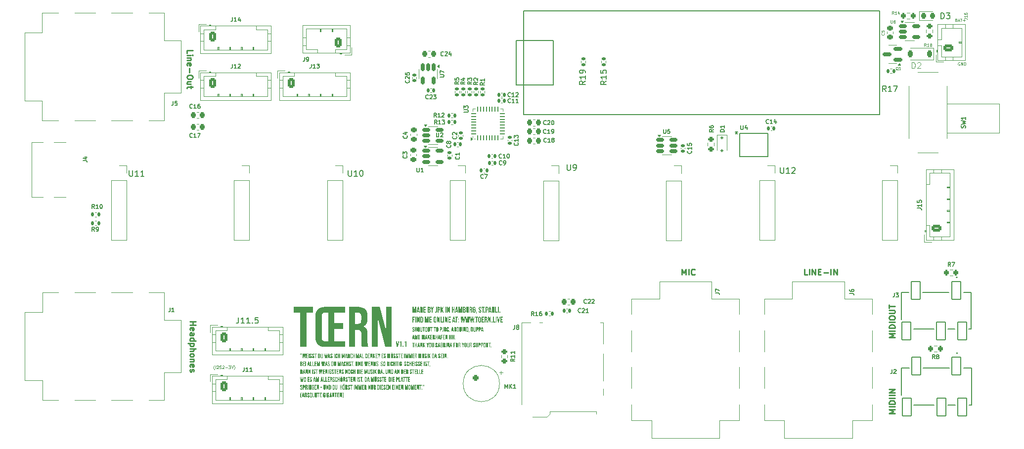
<source format=gbr>
%TF.GenerationSoftware,KiCad,Pcbnew,9.0.5*%
%TF.CreationDate,2025-10-04T17:31:32+02:00*%
%TF.ProjectId,toern_revE,746f6572-6e5f-4726-9576-452e6b696361,rev?*%
%TF.SameCoordinates,Original*%
%TF.FileFunction,Legend,Top*%
%TF.FilePolarity,Positive*%
%FSLAX46Y46*%
G04 Gerber Fmt 4.6, Leading zero omitted, Abs format (unit mm)*
G04 Created by KiCad (PCBNEW 9.0.5) date 2025-10-04 17:31:32*
%MOMM*%
%LPD*%
G01*
G04 APERTURE LIST*
G04 Aperture macros list*
%AMRoundRect*
0 Rectangle with rounded corners*
0 $1 Rounding radius*
0 $2 $3 $4 $5 $6 $7 $8 $9 X,Y pos of 4 corners*
0 Add a 4 corners polygon primitive as box body*
4,1,4,$2,$3,$4,$5,$6,$7,$8,$9,$2,$3,0*
0 Add four circle primitives for the rounded corners*
1,1,$1+$1,$2,$3*
1,1,$1+$1,$4,$5*
1,1,$1+$1,$6,$7*
1,1,$1+$1,$8,$9*
0 Add four rect primitives between the rounded corners*
20,1,$1+$1,$2,$3,$4,$5,0*
20,1,$1+$1,$4,$5,$6,$7,0*
20,1,$1+$1,$6,$7,$8,$9,0*
20,1,$1+$1,$8,$9,$2,$3,0*%
%AMRotRect*
0 Rectangle, with rotation*
0 The origin of the aperture is its center*
0 $1 length*
0 $2 width*
0 $3 Rotation angle, in degrees counterclockwise*
0 Add horizontal line*
21,1,$1,$2,0,0,$3*%
G04 Aperture macros list end*
%ADD10C,0.125000*%
%ADD11C,0.250000*%
%ADD12C,0.100000*%
%ADD13C,0.150000*%
%ADD14C,0.175000*%
%ADD15C,0.120000*%
%ADD16C,0.152400*%
%ADD17C,0.127000*%
%ADD18C,0.200000*%
%ADD19RoundRect,0.135000X-0.185000X0.135000X-0.185000X-0.135000X0.185000X-0.135000X0.185000X0.135000X0*%
%ADD20RoundRect,0.135000X0.185000X-0.135000X0.185000X0.135000X-0.185000X0.135000X-0.185000X-0.135000X0*%
%ADD21RoundRect,0.225000X0.225000X0.375000X-0.225000X0.375000X-0.225000X-0.375000X0.225000X-0.375000X0*%
%ADD22RoundRect,0.250000X-0.250000X-0.250000X0.250000X-0.250000X0.250000X0.250000X-0.250000X0.250000X0*%
%ADD23C,1.000000*%
%ADD24RoundRect,0.140000X-0.140000X-0.170000X0.140000X-0.170000X0.140000X0.170000X-0.140000X0.170000X0*%
%ADD25RoundRect,0.200000X-0.275000X0.200000X-0.275000X-0.200000X0.275000X-0.200000X0.275000X0.200000X0*%
%ADD26RoundRect,0.140000X0.170000X-0.140000X0.170000X0.140000X-0.170000X0.140000X-0.170000X-0.140000X0*%
%ADD27RoundRect,0.135000X-0.135000X-0.185000X0.135000X-0.185000X0.135000X0.185000X-0.135000X0.185000X0*%
%ADD28RoundRect,0.250000X0.625000X-0.350000X0.625000X0.350000X-0.625000X0.350000X-0.625000X-0.350000X0*%
%ADD29O,1.750000X1.200000*%
%ADD30RoundRect,0.250000X-0.350000X-0.625000X0.350000X-0.625000X0.350000X0.625000X-0.350000X0.625000X0*%
%ADD31O,1.200000X1.750000*%
%ADD32RoundRect,0.225000X0.225000X0.250000X-0.225000X0.250000X-0.225000X-0.250000X0.225000X-0.250000X0*%
%ADD33RoundRect,0.200000X-0.200000X-0.275000X0.200000X-0.275000X0.200000X0.275000X-0.200000X0.275000X0*%
%ADD34C,0.650000*%
%ADD35R,1.450000X0.600000*%
%ADD36R,1.450000X0.300000*%
%ADD37O,2.100000X1.000000*%
%ADD38O,1.600000X1.000000*%
%ADD39R,1.700000X1.700000*%
%ADD40O,1.700000X1.700000*%
%ADD41RoundRect,0.225000X0.250000X-0.225000X0.250000X0.225000X-0.250000X0.225000X-0.250000X-0.225000X0*%
%ADD42RoundRect,0.140000X0.140000X0.170000X-0.140000X0.170000X-0.140000X-0.170000X0.140000X-0.170000X0*%
%ADD43RoundRect,0.140000X-0.170000X0.140000X-0.170000X-0.140000X0.170000X-0.140000X0.170000X0.140000X0*%
%ADD44RoundRect,0.150000X-0.512500X-0.150000X0.512500X-0.150000X0.512500X0.150000X-0.512500X0.150000X0*%
%ADD45RoundRect,0.225000X-0.225000X-0.250000X0.225000X-0.250000X0.225000X0.250000X-0.225000X0.250000X0*%
%ADD46R,1.208024X0.466344*%
%ADD47RoundRect,0.250000X0.350000X0.625000X-0.350000X0.625000X-0.350000X-0.625000X0.350000X-0.625000X0*%
%ADD48C,3.000000*%
%ADD49C,1.200000*%
%ADD50RoundRect,0.102000X0.750000X1.500000X-0.750000X1.500000X-0.750000X-1.500000X0.750000X-1.500000X0*%
%ADD51RoundRect,0.218750X-0.218750X-0.256250X0.218750X-0.256250X0.218750X0.256250X-0.218750X0.256250X0*%
%ADD52RoundRect,0.150000X-0.150000X0.512500X-0.150000X-0.512500X0.150000X-0.512500X0.150000X0.512500X0*%
%ADD53RoundRect,0.200000X0.200000X0.275000X-0.200000X0.275000X-0.200000X-0.275000X0.200000X-0.275000X0*%
%ADD54RoundRect,0.225000X-0.250000X0.225000X-0.250000X-0.225000X0.250000X-0.225000X0.250000X0.225000X0*%
%ADD55RoundRect,0.135000X0.135000X0.185000X-0.135000X0.185000X-0.135000X-0.185000X0.135000X-0.185000X0*%
%ADD56RoundRect,0.150000X0.587500X0.150000X-0.587500X0.150000X-0.587500X-0.150000X0.587500X-0.150000X0*%
%ADD57RoundRect,0.125000X-0.125000X0.125000X-0.125000X-0.125000X0.125000X-0.125000X0.125000X0.125000X0*%
%ADD58RoundRect,0.062500X0.062500X-0.337500X0.062500X0.337500X-0.062500X0.337500X-0.062500X-0.337500X0*%
%ADD59RoundRect,0.062500X0.337500X-0.062500X0.337500X0.062500X-0.337500X0.062500X-0.337500X-0.062500X0*%
%ADD60R,3.600000X3.600000*%
%ADD61R,0.700000X1.400000*%
%ADD62R,0.700000X1.200000*%
%ADD63R,1.200000X0.800000*%
%ADD64R,1.500000X1.900000*%
%ADD65RotRect,0.200000X0.200000X45.000000*%
%ADD66R,0.500000X0.500000*%
%ADD67R,1.000000X1.400000*%
%ADD68R,1.200000X1.200000*%
%ADD69R,1.200000X3.200000*%
%ADD70RoundRect,0.200000X0.275000X-0.200000X0.275000X0.200000X-0.275000X0.200000X-0.275000X-0.200000X0*%
%ADD71C,1.500000*%
%ADD72C,1.950000*%
%ADD73R,1.600000X1.600000*%
%ADD74C,1.600000*%
%ADD75C,1.524000*%
G04 APERTURE END LIST*
D10*
G36*
X95407508Y-80611186D02*
G01*
X95362631Y-80607553D01*
X95325868Y-80597421D01*
X95295680Y-80581486D01*
X95270928Y-80559797D01*
X95251624Y-80533010D01*
X95237201Y-80500403D01*
X95227946Y-80460784D01*
X95224619Y-80412665D01*
X95224619Y-80366308D01*
X95344152Y-80366308D01*
X95344152Y-80421605D01*
X95348762Y-80456661D01*
X95360645Y-80478599D01*
X95379092Y-80491462D01*
X95406385Y-80496147D01*
X95434056Y-80491354D01*
X95452791Y-80478171D01*
X95464074Y-80456556D01*
X95468618Y-80419357D01*
X95462895Y-80372826D01*
X95446392Y-80333384D01*
X95417903Y-80295915D01*
X95363935Y-80243698D01*
X95314652Y-80196544D01*
X95280051Y-80156241D01*
X95257250Y-80121772D01*
X95240550Y-80084353D01*
X95230365Y-80043514D01*
X95226866Y-79998527D01*
X95230233Y-79951673D01*
X95239644Y-79912778D01*
X95254402Y-79880451D01*
X95274298Y-79853593D01*
X95299558Y-79831868D01*
X95330126Y-79815930D01*
X95367099Y-79805820D01*
X95411953Y-79802205D01*
X95456251Y-79805834D01*
X95492545Y-79815961D01*
X95522362Y-79831905D01*
X95546824Y-79853642D01*
X95565880Y-79880370D01*
X95580139Y-79912952D01*
X95589300Y-79952589D01*
X95592595Y-80000774D01*
X95592595Y-80034773D01*
X95473112Y-80034773D01*
X95473112Y-79992958D01*
X95468738Y-79956696D01*
X95457822Y-79935268D01*
X95439679Y-79922058D01*
X95413077Y-79917292D01*
X95386886Y-79921859D01*
X95369098Y-79934450D01*
X95357577Y-79956048D01*
X95353091Y-79990711D01*
X95358745Y-80031299D01*
X95375854Y-80069455D01*
X95404751Y-80106490D01*
X95458897Y-80158506D01*
X95508772Y-80205813D01*
X95543298Y-80246302D01*
X95565582Y-80281018D01*
X95581488Y-80318814D01*
X95591386Y-80361632D01*
X95594842Y-80410418D01*
X95591403Y-80459049D01*
X95581828Y-80499110D01*
X95566881Y-80532114D01*
X95546824Y-80559260D01*
X95521282Y-80581206D01*
X95490355Y-80597311D01*
X95452929Y-80607530D01*
X95407508Y-80611186D01*
G37*
G36*
X95662449Y-79813440D02*
G01*
X95788722Y-79813440D01*
X95788722Y-80132421D01*
X95917634Y-80132421D01*
X95917634Y-79813440D01*
X96043907Y-79813440D01*
X96043907Y-80600000D01*
X95917634Y-80600000D01*
X95917634Y-80247459D01*
X95788722Y-80247459D01*
X95788722Y-80600000D01*
X95662449Y-80600000D01*
X95662449Y-79813440D01*
G37*
G36*
X96357100Y-79805854D02*
G01*
X96394639Y-79816069D01*
X96425775Y-79832191D01*
X96451598Y-79854180D01*
X96472006Y-79881360D01*
X96487124Y-79914063D01*
X96496757Y-79953396D01*
X96500202Y-80000774D01*
X96500202Y-80412665D01*
X96496758Y-80460015D01*
X96487128Y-80499342D01*
X96472009Y-80532055D01*
X96451598Y-80559260D01*
X96425778Y-80581226D01*
X96394643Y-80597332D01*
X96357103Y-80607539D01*
X96311695Y-80611186D01*
X96266315Y-80607541D01*
X96228781Y-80597336D01*
X96197636Y-80581230D01*
X96171793Y-80559260D01*
X96151404Y-80532058D01*
X96136300Y-80499347D01*
X96126678Y-80460019D01*
X96123237Y-80412665D01*
X96123237Y-80000774D01*
X96123805Y-79992958D01*
X96249462Y-79992958D01*
X96249462Y-80420481D01*
X96254103Y-80456163D01*
X96266034Y-80478424D01*
X96284486Y-80491426D01*
X96311695Y-80496147D01*
X96338904Y-80491426D01*
X96357357Y-80478424D01*
X96369288Y-80456163D01*
X96373928Y-80420481D01*
X96373928Y-79992958D01*
X96369288Y-79957277D01*
X96357357Y-79935015D01*
X96338904Y-79922014D01*
X96311695Y-79917292D01*
X96284486Y-79922014D01*
X96266034Y-79935015D01*
X96254103Y-79957277D01*
X96249462Y-79992958D01*
X96123805Y-79992958D01*
X96126680Y-79953392D01*
X96136304Y-79914058D01*
X96151407Y-79881357D01*
X96171793Y-79854180D01*
X96197639Y-79832187D01*
X96228786Y-79816066D01*
X96266318Y-79805852D01*
X96311695Y-79802205D01*
X96357100Y-79805854D01*
G37*
G36*
X96760662Y-80611186D02*
G01*
X96715808Y-80607570D01*
X96678835Y-80597460D01*
X96648267Y-80581522D01*
X96623007Y-80559797D01*
X96603196Y-80532960D01*
X96588431Y-80500334D01*
X96578972Y-80460734D01*
X96575575Y-80412665D01*
X96575575Y-79813440D01*
X96701800Y-79813440D01*
X96701800Y-80421605D01*
X96706319Y-80457731D01*
X96717578Y-80478757D01*
X96736149Y-80491536D01*
X96762909Y-80496147D01*
X96789703Y-80491532D01*
X96808241Y-80478757D01*
X96819500Y-80457731D01*
X96824019Y-80421605D01*
X96824019Y-79813440D01*
X96945799Y-79813440D01*
X96945799Y-80412665D01*
X96942398Y-80460731D01*
X96932931Y-80500329D01*
X96918151Y-80532957D01*
X96898318Y-80559797D01*
X96873058Y-80581522D01*
X96842490Y-80597460D01*
X96805516Y-80607570D01*
X96760662Y-80611186D01*
G37*
G36*
X97126489Y-79928478D02*
G01*
X96997773Y-79928478D01*
X96997773Y-79813440D01*
X97381430Y-79813440D01*
X97381430Y-79928478D01*
X97252714Y-79928478D01*
X97252714Y-80600000D01*
X97126489Y-80600000D01*
X97126489Y-79928478D01*
G37*
G36*
X97657644Y-79805854D02*
G01*
X97695183Y-79816069D01*
X97726319Y-79832191D01*
X97752142Y-79854180D01*
X97772550Y-79881360D01*
X97787668Y-79914063D01*
X97797301Y-79953396D01*
X97800746Y-80000774D01*
X97800746Y-80412665D01*
X97797303Y-80460015D01*
X97787672Y-80499342D01*
X97772554Y-80532055D01*
X97752142Y-80559260D01*
X97726322Y-80581226D01*
X97695188Y-80597332D01*
X97657648Y-80607539D01*
X97612240Y-80611186D01*
X97566859Y-80607541D01*
X97529325Y-80597336D01*
X97498180Y-80581230D01*
X97472337Y-80559260D01*
X97451948Y-80532058D01*
X97436844Y-80499347D01*
X97427222Y-80460019D01*
X97423782Y-80412665D01*
X97423782Y-80000774D01*
X97424350Y-79992958D01*
X97550006Y-79992958D01*
X97550006Y-80420481D01*
X97554647Y-80456163D01*
X97566578Y-80478424D01*
X97585030Y-80491426D01*
X97612240Y-80496147D01*
X97639449Y-80491426D01*
X97657901Y-80478424D01*
X97669832Y-80456163D01*
X97674473Y-80420481D01*
X97674473Y-79992958D01*
X97669832Y-79957277D01*
X97657901Y-79935015D01*
X97639449Y-79922014D01*
X97612240Y-79917292D01*
X97585030Y-79922014D01*
X97566578Y-79935015D01*
X97554647Y-79957277D01*
X97550006Y-79992958D01*
X97424350Y-79992958D01*
X97427224Y-79953392D01*
X97436848Y-79914058D01*
X97451952Y-79881357D01*
X97472337Y-79854180D01*
X97498184Y-79832187D01*
X97529330Y-79816066D01*
X97566863Y-79805852D01*
X97612240Y-79802205D01*
X97657644Y-79805854D01*
G37*
G36*
X98061207Y-80611186D02*
G01*
X98016353Y-80607570D01*
X97979379Y-80597460D01*
X97948811Y-80581522D01*
X97923551Y-80559797D01*
X97903740Y-80532960D01*
X97888975Y-80500334D01*
X97879517Y-80460734D01*
X97876120Y-80412665D01*
X97876120Y-79813440D01*
X98002344Y-79813440D01*
X98002344Y-80421605D01*
X98006863Y-80457731D01*
X98018122Y-80478757D01*
X98036694Y-80491536D01*
X98063454Y-80496147D01*
X98090248Y-80491532D01*
X98108785Y-80478757D01*
X98120045Y-80457731D01*
X98124563Y-80421605D01*
X98124563Y-79813440D01*
X98246343Y-79813440D01*
X98246343Y-80412665D01*
X98242943Y-80460731D01*
X98233475Y-80500329D01*
X98218696Y-80532957D01*
X98198862Y-80559797D01*
X98173602Y-80581522D01*
X98143034Y-80597460D01*
X98106061Y-80607570D01*
X98061207Y-80611186D01*
G37*
G36*
X98427034Y-79928478D02*
G01*
X98298318Y-79928478D01*
X98298318Y-79813440D01*
X98681974Y-79813440D01*
X98681974Y-79928478D01*
X98553258Y-79928478D01*
X98553258Y-80600000D01*
X98427034Y-80600000D01*
X98427034Y-79928478D01*
G37*
G36*
X99013217Y-79928478D02*
G01*
X98884501Y-79928478D01*
X98884501Y-79813440D01*
X99268157Y-79813440D01*
X99268157Y-79928478D01*
X99139441Y-79928478D01*
X99139441Y-80600000D01*
X99013217Y-80600000D01*
X99013217Y-79928478D01*
G37*
G36*
X99544371Y-79805854D02*
G01*
X99581910Y-79816069D01*
X99613046Y-79832191D01*
X99638869Y-79854180D01*
X99659277Y-79881360D01*
X99674396Y-79914063D01*
X99684028Y-79953396D01*
X99687473Y-80000774D01*
X99687473Y-80412665D01*
X99684030Y-80460015D01*
X99674399Y-80499342D01*
X99659281Y-80532055D01*
X99638869Y-80559260D01*
X99613049Y-80581226D01*
X99581915Y-80597332D01*
X99544375Y-80607539D01*
X99498967Y-80611186D01*
X99453587Y-80607541D01*
X99416053Y-80597336D01*
X99384908Y-80581230D01*
X99359064Y-80559260D01*
X99338675Y-80532058D01*
X99323572Y-80499347D01*
X99313950Y-80460019D01*
X99310509Y-80412665D01*
X99310509Y-80000774D01*
X99311077Y-79992958D01*
X99436734Y-79992958D01*
X99436734Y-80420481D01*
X99441374Y-80456163D01*
X99453305Y-80478424D01*
X99471758Y-80491426D01*
X99498967Y-80496147D01*
X99526176Y-80491426D01*
X99544628Y-80478424D01*
X99556559Y-80456163D01*
X99561200Y-80420481D01*
X99561200Y-79992958D01*
X99556559Y-79957277D01*
X99544628Y-79935015D01*
X99526176Y-79922014D01*
X99498967Y-79917292D01*
X99471758Y-79922014D01*
X99453305Y-79935015D01*
X99441374Y-79957277D01*
X99436734Y-79992958D01*
X99311077Y-79992958D01*
X99313951Y-79953392D01*
X99323575Y-79914058D01*
X99338679Y-79881357D01*
X99359064Y-79854180D01*
X99384911Y-79832187D01*
X99416057Y-79816066D01*
X99453590Y-79805852D01*
X99498967Y-79802205D01*
X99544371Y-79805854D01*
G37*
G36*
X100175401Y-79817010D02*
G01*
X100212907Y-79826908D01*
X100243336Y-79842349D01*
X100267941Y-79863168D01*
X100287202Y-79889118D01*
X100301638Y-79921100D01*
X100310940Y-79960390D01*
X100314298Y-80008590D01*
X100314298Y-80085819D01*
X100310940Y-80134045D01*
X100301638Y-80173360D01*
X100287202Y-80205367D01*
X100267941Y-80231339D01*
X100243339Y-80252136D01*
X100212912Y-80267561D01*
X100175405Y-80277451D01*
X100129162Y-80281018D01*
X100072547Y-80281018D01*
X100072547Y-80600000D01*
X99946273Y-80600000D01*
X99946273Y-80165980D01*
X100072547Y-80165980D01*
X100129162Y-80165980D01*
X100155866Y-80161583D01*
X100173370Y-80149713D01*
X100183751Y-80129753D01*
X100188025Y-80093684D01*
X100188025Y-80000774D01*
X100183749Y-79964712D01*
X100173370Y-79944794D01*
X100155861Y-79932887D01*
X100129162Y-79928478D01*
X100072547Y-79928478D01*
X100072547Y-80165980D01*
X99946273Y-80165980D01*
X99946273Y-79813440D01*
X100129162Y-79813440D01*
X100175401Y-79817010D01*
G37*
G36*
X100409162Y-80604494D02*
G01*
X100350544Y-80599706D01*
X100350544Y-80484521D01*
X100392358Y-80489406D01*
X100425254Y-80484458D01*
X100446092Y-80471430D01*
X100458732Y-80450013D01*
X100463579Y-80415987D01*
X100463579Y-79813440D01*
X100589804Y-79813440D01*
X100589804Y-80412665D01*
X100586503Y-80461696D01*
X100577437Y-80500947D01*
X100563522Y-80532233D01*
X100545157Y-80557013D01*
X100521479Y-80576781D01*
X100491861Y-80591534D01*
X100454992Y-80601047D01*
X100409162Y-80604494D01*
G37*
G36*
X100907264Y-79816786D02*
G01*
X100945494Y-79825911D01*
X100975415Y-79839831D01*
X100998618Y-79858136D01*
X101016804Y-79881575D01*
X101030538Y-79911227D01*
X101039474Y-79948496D01*
X101042728Y-79995157D01*
X101042728Y-80043321D01*
X101038764Y-80093444D01*
X101028025Y-80131911D01*
X101011650Y-80161216D01*
X100989902Y-80183199D01*
X100962176Y-80198827D01*
X100989048Y-80211003D01*
X101009751Y-80229173D01*
X101025143Y-80254054D01*
X101034928Y-80282620D01*
X101041447Y-80319221D01*
X101043852Y-80365624D01*
X101043852Y-80503279D01*
X101046050Y-80557355D01*
X101050048Y-80577881D01*
X101058115Y-80600000D01*
X100929204Y-80600000D01*
X100919825Y-80562875D01*
X100917578Y-80502205D01*
X100917578Y-80358932D01*
X100915184Y-80323528D01*
X100909127Y-80299981D01*
X100900628Y-80284975D01*
X100887797Y-80274124D01*
X100868966Y-80266946D01*
X100841912Y-80264214D01*
X100800976Y-80264214D01*
X100800976Y-80600000D01*
X100674703Y-80600000D01*
X100674703Y-80149176D01*
X100800976Y-80149176D01*
X100844159Y-80149176D01*
X100877053Y-80144111D01*
X100898429Y-80130614D01*
X100907709Y-80116995D01*
X100914025Y-80096886D01*
X100916454Y-80067941D01*
X100916454Y-80007466D01*
X100912191Y-79969075D01*
X100901751Y-79946992D01*
X100883739Y-79933482D01*
X100855345Y-79928478D01*
X100800976Y-79928478D01*
X100800976Y-80149176D01*
X100674703Y-80149176D01*
X100674703Y-79813440D01*
X100858715Y-79813440D01*
X100907264Y-79816786D01*
G37*
G36*
X101300746Y-80611186D02*
G01*
X101256456Y-80607613D01*
X101219933Y-80597621D01*
X101189726Y-80581865D01*
X101164752Y-80560383D01*
X101145077Y-80533808D01*
X101130486Y-80501840D01*
X101121184Y-80463397D01*
X101117857Y-80417110D01*
X101117857Y-79996280D01*
X101121184Y-79950020D01*
X101130485Y-79911593D01*
X101145075Y-79879631D01*
X101164752Y-79853056D01*
X101189729Y-79831551D01*
X101219938Y-79815781D01*
X101256459Y-79805781D01*
X101300746Y-79802205D01*
X101345031Y-79805784D01*
X101381541Y-79815794D01*
X101411734Y-79831579D01*
X101436692Y-79853105D01*
X101456370Y-79879681D01*
X101470961Y-79911636D01*
X101480260Y-79950047D01*
X101483586Y-79996280D01*
X101483586Y-80080690D01*
X101364103Y-80080690D01*
X101364103Y-79988464D01*
X101359675Y-79955056D01*
X101348244Y-79934105D01*
X101330452Y-79921787D01*
X101304068Y-79917292D01*
X101277710Y-79921786D01*
X101259931Y-79934101D01*
X101248507Y-79955051D01*
X101244082Y-79988464D01*
X101244082Y-80426099D01*
X101248477Y-80458888D01*
X101259851Y-80479515D01*
X101277624Y-80491691D01*
X101304068Y-80496147D01*
X101330537Y-80491689D01*
X101348325Y-80479510D01*
X101359706Y-80458883D01*
X101364103Y-80426099D01*
X101364103Y-80304759D01*
X101483586Y-80304759D01*
X101483586Y-80417110D01*
X101480260Y-80463371D01*
X101470959Y-80501797D01*
X101456368Y-80533759D01*
X101436692Y-80560334D01*
X101411738Y-80581837D01*
X101381546Y-80597608D01*
X101345034Y-80607609D01*
X101300746Y-80611186D01*
G37*
G36*
X101593740Y-80600000D02*
G01*
X101553977Y-80600000D01*
X101553977Y-80478220D01*
X101675757Y-80478220D01*
X101675757Y-80586420D01*
X101613670Y-80734284D01*
X101553440Y-80734284D01*
X101593740Y-80600000D01*
G37*
G36*
X102336140Y-80600000D02*
G01*
X102209769Y-80600000D01*
X102189273Y-80446664D01*
X102050230Y-80446664D01*
X102027857Y-80600000D01*
X101910474Y-80600000D01*
X101953285Y-80337194D01*
X102065226Y-80337194D01*
X102172400Y-80337194D01*
X102118278Y-79954838D01*
X102065226Y-80337194D01*
X101953285Y-80337194D01*
X102038604Y-79813440D01*
X102208011Y-79813440D01*
X102336140Y-80600000D01*
G37*
G36*
X102624388Y-79816786D02*
G01*
X102662619Y-79825911D01*
X102692540Y-79839831D01*
X102715743Y-79858136D01*
X102733929Y-79881575D01*
X102747663Y-79911227D01*
X102756598Y-79948496D01*
X102759853Y-79995157D01*
X102759853Y-80043321D01*
X102755889Y-80093444D01*
X102745150Y-80131911D01*
X102728775Y-80161216D01*
X102707027Y-80183199D01*
X102679301Y-80198827D01*
X102706173Y-80211003D01*
X102726876Y-80229173D01*
X102742267Y-80254054D01*
X102752052Y-80282620D01*
X102758572Y-80319221D01*
X102760976Y-80365624D01*
X102760976Y-80503279D01*
X102763175Y-80557355D01*
X102767173Y-80577881D01*
X102775240Y-80600000D01*
X102646329Y-80600000D01*
X102636950Y-80562875D01*
X102634703Y-80502205D01*
X102634703Y-80358932D01*
X102632309Y-80323528D01*
X102626252Y-80299981D01*
X102617752Y-80284975D01*
X102604922Y-80274124D01*
X102586091Y-80266946D01*
X102559036Y-80264214D01*
X102518101Y-80264214D01*
X102518101Y-80600000D01*
X102391828Y-80600000D01*
X102391828Y-80149176D01*
X102518101Y-80149176D01*
X102561284Y-80149176D01*
X102594178Y-80144111D01*
X102615554Y-80130614D01*
X102624834Y-80116995D01*
X102631150Y-80096886D01*
X102633579Y-80067941D01*
X102633579Y-80007466D01*
X102629316Y-79969075D01*
X102618876Y-79946992D01*
X102600864Y-79933482D01*
X102572470Y-79928478D01*
X102518101Y-79928478D01*
X102518101Y-80149176D01*
X102391828Y-80149176D01*
X102391828Y-79813440D01*
X102575840Y-79813440D01*
X102624388Y-79816786D01*
G37*
G36*
X103078640Y-79817009D02*
G01*
X103116131Y-79826906D01*
X103146552Y-79842347D01*
X103171158Y-79863168D01*
X103190419Y-79889118D01*
X103204855Y-79921100D01*
X103214157Y-79960390D01*
X103217515Y-80008590D01*
X103217515Y-80404801D01*
X103214157Y-80453026D01*
X103204855Y-80492341D01*
X103190419Y-80524348D01*
X103171158Y-80550321D01*
X103146556Y-80571119D01*
X103116135Y-80586544D01*
X103078643Y-80596433D01*
X103032428Y-80600000D01*
X102842798Y-80600000D01*
X102842798Y-80484961D01*
X102969071Y-80484961D01*
X103030181Y-80484961D01*
X103056932Y-80480348D01*
X103075464Y-80467571D01*
X103086759Y-80446540D01*
X103091290Y-80410418D01*
X103091290Y-80003021D01*
X103086757Y-79966907D01*
X103075464Y-79945917D01*
X103056928Y-79933103D01*
X103030181Y-79928478D01*
X102969071Y-79928478D01*
X102969071Y-80484961D01*
X102842798Y-80484961D01*
X102842798Y-79813440D01*
X103032428Y-79813440D01*
X103078640Y-79817009D01*
G37*
G36*
X103477536Y-80611186D02*
G01*
X103432682Y-80607570D01*
X103395709Y-80597460D01*
X103365141Y-80581522D01*
X103339881Y-80559797D01*
X103320069Y-80532960D01*
X103305305Y-80500334D01*
X103295846Y-80460734D01*
X103292449Y-80412665D01*
X103292449Y-79813440D01*
X103418674Y-79813440D01*
X103418674Y-80421605D01*
X103423192Y-80457731D01*
X103434452Y-80478757D01*
X103453023Y-80491536D01*
X103479783Y-80496147D01*
X103506577Y-80491532D01*
X103525115Y-80478757D01*
X103536374Y-80457731D01*
X103540893Y-80421605D01*
X103540893Y-79813440D01*
X103662672Y-79813440D01*
X103662672Y-80412665D01*
X103659272Y-80460731D01*
X103649805Y-80500329D01*
X103635025Y-80532957D01*
X103615191Y-80559797D01*
X103589932Y-80581522D01*
X103559364Y-80597460D01*
X103522390Y-80607570D01*
X103477536Y-80611186D01*
G37*
G36*
X103747083Y-79813440D02*
G01*
X103873356Y-79813440D01*
X103873356Y-80600000D01*
X103747083Y-80600000D01*
X103747083Y-79813440D01*
G37*
G36*
X103962016Y-79813440D02*
G01*
X104119260Y-79813440D01*
X104239036Y-80282386D01*
X104238499Y-80282386D01*
X104238499Y-79813440D01*
X104351290Y-79813440D01*
X104351290Y-80600000D01*
X104222037Y-80600000D01*
X104074319Y-80028080D01*
X104074856Y-80028080D01*
X104074856Y-80600000D01*
X103962016Y-80600000D01*
X103962016Y-79813440D01*
G37*
G36*
X104664483Y-79805854D02*
G01*
X104702022Y-79816069D01*
X104733158Y-79832191D01*
X104758981Y-79854180D01*
X104779389Y-79881360D01*
X104794507Y-79914063D01*
X104804140Y-79953396D01*
X104807585Y-80000774D01*
X104807585Y-80412665D01*
X104804141Y-80460015D01*
X104794511Y-80499342D01*
X104779392Y-80532055D01*
X104758981Y-80559260D01*
X104733161Y-80581226D01*
X104702027Y-80597332D01*
X104664486Y-80607539D01*
X104619078Y-80611186D01*
X104573698Y-80607541D01*
X104536164Y-80597336D01*
X104505019Y-80581230D01*
X104479176Y-80559260D01*
X104458787Y-80532058D01*
X104443683Y-80499347D01*
X104434061Y-80460019D01*
X104430621Y-80412665D01*
X104430621Y-80000774D01*
X104431189Y-79992958D01*
X104556845Y-79992958D01*
X104556845Y-80420481D01*
X104561486Y-80456163D01*
X104573417Y-80478424D01*
X104591869Y-80491426D01*
X104619078Y-80496147D01*
X104646288Y-80491426D01*
X104664740Y-80478424D01*
X104676671Y-80456163D01*
X104681311Y-80420481D01*
X104681311Y-79992958D01*
X104676671Y-79957277D01*
X104664740Y-79935015D01*
X104646288Y-79922014D01*
X104619078Y-79917292D01*
X104591869Y-79922014D01*
X104573417Y-79935015D01*
X104561486Y-79957277D01*
X104556845Y-79992958D01*
X104431189Y-79992958D01*
X104434063Y-79953392D01*
X104443687Y-79914058D01*
X104458790Y-79881357D01*
X104479176Y-79854180D01*
X104505022Y-79832187D01*
X104536169Y-79816066D01*
X104573702Y-79805852D01*
X104619078Y-79802205D01*
X104664483Y-79805854D01*
G37*
G36*
X104920132Y-80600000D02*
G01*
X104880369Y-80600000D01*
X104880369Y-80478220D01*
X105002149Y-80478220D01*
X105002149Y-80586420D01*
X104940062Y-80734284D01*
X104879832Y-80734284D01*
X104920132Y-80600000D01*
G37*
G36*
X105505437Y-79817009D02*
G01*
X105542928Y-79826906D01*
X105573349Y-79842347D01*
X105597955Y-79863168D01*
X105617216Y-79889118D01*
X105631652Y-79921100D01*
X105640954Y-79960390D01*
X105644312Y-80008590D01*
X105644312Y-80404801D01*
X105640954Y-80453026D01*
X105631652Y-80492341D01*
X105617216Y-80524348D01*
X105597955Y-80550321D01*
X105573353Y-80571119D01*
X105542932Y-80586544D01*
X105505440Y-80596433D01*
X105459225Y-80600000D01*
X105269595Y-80600000D01*
X105269595Y-80484961D01*
X105395868Y-80484961D01*
X105456978Y-80484961D01*
X105483729Y-80480348D01*
X105502260Y-80467571D01*
X105513556Y-80446540D01*
X105518087Y-80410418D01*
X105518087Y-80003021D01*
X105513554Y-79966907D01*
X105502260Y-79945917D01*
X105483725Y-79933103D01*
X105456978Y-79928478D01*
X105395868Y-79928478D01*
X105395868Y-80484961D01*
X105269595Y-80484961D01*
X105269595Y-79813440D01*
X105459225Y-79813440D01*
X105505437Y-79817009D01*
G37*
G36*
X105904333Y-80611186D02*
G01*
X105859479Y-80607570D01*
X105822506Y-80597460D01*
X105791938Y-80581522D01*
X105766678Y-80559797D01*
X105746866Y-80532960D01*
X105732102Y-80500334D01*
X105722643Y-80460734D01*
X105719246Y-80412665D01*
X105719246Y-79813440D01*
X105845471Y-79813440D01*
X105845471Y-80421605D01*
X105849989Y-80457731D01*
X105861249Y-80478757D01*
X105879820Y-80491536D01*
X105906580Y-80496147D01*
X105933374Y-80491532D01*
X105951912Y-80478757D01*
X105963171Y-80457731D01*
X105967690Y-80421605D01*
X105967690Y-79813440D01*
X106089469Y-79813440D01*
X106089469Y-80412665D01*
X106086069Y-80460731D01*
X106076602Y-80500329D01*
X106061822Y-80532957D01*
X106041988Y-80559797D01*
X106016728Y-80581522D01*
X105986161Y-80597460D01*
X105949187Y-80607570D01*
X105904333Y-80611186D01*
G37*
G36*
X106403007Y-79817010D02*
G01*
X106440514Y-79826908D01*
X106470942Y-79842349D01*
X106495547Y-79863168D01*
X106514808Y-79889118D01*
X106529244Y-79921100D01*
X106538547Y-79960390D01*
X106541905Y-80008590D01*
X106541905Y-80085819D01*
X106538547Y-80134045D01*
X106529244Y-80173360D01*
X106514808Y-80205367D01*
X106495547Y-80231339D01*
X106470945Y-80252136D01*
X106440518Y-80267561D01*
X106403011Y-80277451D01*
X106356769Y-80281018D01*
X106300153Y-80281018D01*
X106300153Y-80600000D01*
X106173879Y-80600000D01*
X106173879Y-80165980D01*
X106300153Y-80165980D01*
X106356769Y-80165980D01*
X106383472Y-80161583D01*
X106400976Y-80149713D01*
X106411357Y-80129753D01*
X106415631Y-80093684D01*
X106415631Y-80000774D01*
X106411355Y-79964712D01*
X106400976Y-79944794D01*
X106383467Y-79932887D01*
X106356769Y-79928478D01*
X106300153Y-79928478D01*
X106300153Y-80165980D01*
X106173879Y-80165980D01*
X106173879Y-79813440D01*
X106356769Y-79813440D01*
X106403007Y-79817010D01*
G37*
G36*
X106835219Y-79817010D02*
G01*
X106872726Y-79826908D01*
X106903154Y-79842349D01*
X106927759Y-79863168D01*
X106947021Y-79889118D01*
X106961456Y-79921100D01*
X106970759Y-79960390D01*
X106974117Y-80008590D01*
X106974117Y-80085819D01*
X106970759Y-80134045D01*
X106961456Y-80173360D01*
X106947021Y-80205367D01*
X106927759Y-80231339D01*
X106903157Y-80252136D01*
X106872731Y-80267561D01*
X106835223Y-80277451D01*
X106788981Y-80281018D01*
X106732365Y-80281018D01*
X106732365Y-80600000D01*
X106606092Y-80600000D01*
X106606092Y-80165980D01*
X106732365Y-80165980D01*
X106788981Y-80165980D01*
X106815684Y-80161583D01*
X106833189Y-80149713D01*
X106843570Y-80129753D01*
X106847843Y-80093684D01*
X106847843Y-80000774D01*
X106843568Y-79964712D01*
X106833189Y-79944794D01*
X106815680Y-79932887D01*
X106788981Y-79928478D01*
X106732365Y-79928478D01*
X106732365Y-80165980D01*
X106606092Y-80165980D01*
X106606092Y-79813440D01*
X106788981Y-79813440D01*
X106835219Y-79817010D01*
G37*
G36*
X107392163Y-80600000D02*
G01*
X107265792Y-80600000D01*
X107245296Y-80446664D01*
X107106252Y-80446664D01*
X107083879Y-80600000D01*
X106966496Y-80600000D01*
X107009307Y-80337194D01*
X107121249Y-80337194D01*
X107228422Y-80337194D01*
X107174300Y-79954839D01*
X107121249Y-80337194D01*
X107009307Y-80337194D01*
X107094626Y-79813440D01*
X107264033Y-79813440D01*
X107392163Y-80600000D01*
G37*
G36*
X95638806Y-81944000D02*
G01*
X95512435Y-81944000D01*
X95491939Y-81790664D01*
X95352896Y-81790664D01*
X95330523Y-81944000D01*
X95213140Y-81944000D01*
X95255951Y-81681194D01*
X95367892Y-81681194D01*
X95475066Y-81681194D01*
X95420943Y-81298842D01*
X95367892Y-81681194D01*
X95255951Y-81681194D01*
X95341270Y-81157440D01*
X95510676Y-81157440D01*
X95638806Y-81944000D01*
G37*
G36*
X95694494Y-81157440D02*
G01*
X95851737Y-81157440D01*
X95971514Y-81626386D01*
X95970976Y-81626386D01*
X95970976Y-81157440D01*
X96083768Y-81157440D01*
X96083768Y-81944000D01*
X95954515Y-81944000D01*
X95806796Y-81372080D01*
X95807334Y-81372080D01*
X95807334Y-81944000D01*
X95694494Y-81944000D01*
X95694494Y-81157440D01*
G37*
G36*
X96407879Y-81161009D02*
G01*
X96445370Y-81170906D01*
X96475792Y-81186347D01*
X96500397Y-81207168D01*
X96519658Y-81233118D01*
X96534094Y-81265100D01*
X96543397Y-81304390D01*
X96546755Y-81352590D01*
X96546755Y-81748801D01*
X96543397Y-81797026D01*
X96534094Y-81836341D01*
X96519658Y-81868348D01*
X96500397Y-81894321D01*
X96475795Y-81915119D01*
X96445375Y-81930544D01*
X96407883Y-81940433D01*
X96361667Y-81944000D01*
X96172037Y-81944000D01*
X96172037Y-81828961D01*
X96298311Y-81828961D01*
X96359420Y-81828961D01*
X96386172Y-81824348D01*
X96404703Y-81811571D01*
X96415999Y-81790540D01*
X96420530Y-81754418D01*
X96420530Y-81347021D01*
X96415997Y-81310907D01*
X96404703Y-81289917D01*
X96386167Y-81277103D01*
X96359420Y-81272478D01*
X96298311Y-81272478D01*
X96298311Y-81828961D01*
X96172037Y-81828961D01*
X96172037Y-81157440D01*
X96361667Y-81157440D01*
X96407879Y-81161009D01*
G37*
G36*
X96805115Y-81157440D02*
G01*
X96983803Y-81157440D01*
X97062107Y-81718173D01*
X97061618Y-81718173D01*
X97139972Y-81157440D01*
X97318611Y-81157440D01*
X97318611Y-81944000D01*
X97199078Y-81944000D01*
X97199078Y-81350831D01*
X97199811Y-81350831D01*
X97110272Y-81944000D01*
X97004563Y-81944000D01*
X96915024Y-81350831D01*
X96915708Y-81350831D01*
X96915708Y-81944000D01*
X96805115Y-81944000D01*
X96805115Y-81157440D01*
G37*
G36*
X97799867Y-81944000D02*
G01*
X97673496Y-81944000D01*
X97653000Y-81790664D01*
X97513956Y-81790664D01*
X97491584Y-81944000D01*
X97374200Y-81944000D01*
X97417011Y-81681194D01*
X97528953Y-81681194D01*
X97636127Y-81681194D01*
X97582004Y-81298842D01*
X97528953Y-81681194D01*
X97417011Y-81681194D01*
X97502330Y-81157440D01*
X97671737Y-81157440D01*
X97799867Y-81944000D01*
G37*
G36*
X97855554Y-81157440D02*
G01*
X97981828Y-81157440D01*
X97981828Y-81482234D01*
X98135945Y-81157440D01*
X98262609Y-81157440D01*
X98115087Y-81446770D01*
X98264417Y-81944000D01*
X98132428Y-81944000D01*
X98029162Y-81597468D01*
X97981828Y-81693211D01*
X97981828Y-81944000D01*
X97855554Y-81944000D01*
X97855554Y-81157440D01*
G37*
G36*
X98319030Y-81157440D02*
G01*
X98657941Y-81157440D01*
X98657941Y-81272478D01*
X98445303Y-81272478D01*
X98445303Y-81476421D01*
X98614270Y-81476421D01*
X98614270Y-81591459D01*
X98445303Y-81591459D01*
X98445303Y-81828961D01*
X98657941Y-81828961D01*
X98657941Y-81944000D01*
X98319030Y-81944000D01*
X98319030Y-81157440D01*
G37*
G36*
X98958010Y-81160786D02*
G01*
X98996241Y-81169911D01*
X99026161Y-81183831D01*
X99049364Y-81202136D01*
X99067551Y-81225575D01*
X99081285Y-81255227D01*
X99090220Y-81292496D01*
X99093475Y-81339157D01*
X99093475Y-81387321D01*
X99089511Y-81437444D01*
X99078772Y-81475911D01*
X99062397Y-81505216D01*
X99040649Y-81527199D01*
X99012923Y-81542827D01*
X99039795Y-81555003D01*
X99060498Y-81573173D01*
X99075889Y-81598054D01*
X99085674Y-81626620D01*
X99092193Y-81663221D01*
X99094598Y-81709624D01*
X99094598Y-81847279D01*
X99096796Y-81901355D01*
X99100794Y-81921881D01*
X99108862Y-81944000D01*
X98979951Y-81944000D01*
X98970572Y-81906875D01*
X98968325Y-81846205D01*
X98968325Y-81702932D01*
X98965930Y-81667528D01*
X98959874Y-81643981D01*
X98951374Y-81628975D01*
X98938544Y-81618124D01*
X98919713Y-81610946D01*
X98892658Y-81608214D01*
X98851723Y-81608214D01*
X98851723Y-81944000D01*
X98725450Y-81944000D01*
X98725450Y-81493176D01*
X98851723Y-81493176D01*
X98894905Y-81493176D01*
X98927799Y-81488111D01*
X98949176Y-81474614D01*
X98958456Y-81460995D01*
X98964772Y-81440886D01*
X98967201Y-81411941D01*
X98967201Y-81351466D01*
X98962938Y-81313075D01*
X98952498Y-81290992D01*
X98934486Y-81277482D01*
X98906092Y-81272478D01*
X98851723Y-81272478D01*
X98851723Y-81493176D01*
X98725450Y-81493176D01*
X98725450Y-81157440D01*
X98909462Y-81157440D01*
X98958010Y-81160786D01*
G37*
G36*
X99176420Y-81157440D02*
G01*
X99302693Y-81157440D01*
X99302693Y-81476421D01*
X99431605Y-81476421D01*
X99431605Y-81157440D01*
X99557878Y-81157440D01*
X99557878Y-81944000D01*
X99431605Y-81944000D01*
X99431605Y-81591459D01*
X99302693Y-81591459D01*
X99302693Y-81944000D01*
X99176420Y-81944000D01*
X99176420Y-81157440D01*
G37*
G36*
X100039085Y-81944000D02*
G01*
X99912714Y-81944000D01*
X99892218Y-81790664D01*
X99753175Y-81790664D01*
X99730802Y-81944000D01*
X99613419Y-81944000D01*
X99656230Y-81681194D01*
X99768171Y-81681194D01*
X99875345Y-81681194D01*
X99821222Y-81298842D01*
X99768171Y-81681194D01*
X99656230Y-81681194D01*
X99741549Y-81157440D01*
X99910956Y-81157440D01*
X100039085Y-81944000D01*
G37*
G36*
X100094773Y-81157440D02*
G01*
X100423621Y-81157440D01*
X100423621Y-81272478D01*
X100221046Y-81272478D01*
X100221046Y-81487607D01*
X100379951Y-81487607D01*
X100379951Y-81602646D01*
X100221046Y-81602646D01*
X100221046Y-81944000D01*
X100094773Y-81944000D01*
X100094773Y-81157440D01*
G37*
G36*
X100479309Y-81157440D02*
G01*
X100818220Y-81157440D01*
X100818220Y-81272478D01*
X100605582Y-81272478D01*
X100605582Y-81476421D01*
X100774549Y-81476421D01*
X100774549Y-81591459D01*
X100605582Y-81591459D01*
X100605582Y-81828961D01*
X100818220Y-81828961D01*
X100818220Y-81944000D01*
X100479309Y-81944000D01*
X100479309Y-81157440D01*
G37*
G36*
X100885729Y-81157440D02*
G01*
X101042972Y-81157440D01*
X101162749Y-81626386D01*
X101162212Y-81626386D01*
X101162212Y-81157440D01*
X101275003Y-81157440D01*
X101275003Y-81944000D01*
X101145750Y-81944000D01*
X100998032Y-81372080D01*
X100998569Y-81372080D01*
X100998569Y-81944000D01*
X100885729Y-81944000D01*
X100885729Y-81157440D01*
G37*
G36*
X101542254Y-81157440D02*
G01*
X101668527Y-81157440D01*
X101668527Y-81476421D01*
X101797438Y-81476421D01*
X101797438Y-81157440D01*
X101923712Y-81157440D01*
X101923712Y-81944000D01*
X101797438Y-81944000D01*
X101797438Y-81591459D01*
X101668527Y-81591459D01*
X101668527Y-81944000D01*
X101542254Y-81944000D01*
X101542254Y-81157440D01*
G37*
G36*
X102011981Y-81157440D02*
G01*
X102138255Y-81157440D01*
X102138255Y-81476421D01*
X102267166Y-81476421D01*
X102267166Y-81157440D01*
X102393440Y-81157440D01*
X102393440Y-81944000D01*
X102267166Y-81944000D01*
X102267166Y-81591459D01*
X102138255Y-81591459D01*
X102138255Y-81944000D01*
X102011981Y-81944000D01*
X102011981Y-81157440D01*
G37*
G36*
X102481709Y-81822220D02*
G01*
X102603489Y-81822220D01*
X102603489Y-81944000D01*
X102481709Y-81944000D01*
X102481709Y-81822220D01*
G37*
G36*
X95342149Y-82616478D02*
G01*
X95213433Y-82616478D01*
X95213433Y-82501440D01*
X95597090Y-82501440D01*
X95597090Y-82616478D01*
X95468374Y-82616478D01*
X95468374Y-83288000D01*
X95342149Y-83288000D01*
X95342149Y-82616478D01*
G37*
G36*
X95653070Y-82501440D02*
G01*
X95779344Y-82501440D01*
X95779344Y-82820421D01*
X95908255Y-82820421D01*
X95908255Y-82501440D01*
X96034528Y-82501440D01*
X96034528Y-83288000D01*
X95908255Y-83288000D01*
X95908255Y-82935459D01*
X95779344Y-82935459D01*
X95779344Y-83288000D01*
X95653070Y-83288000D01*
X95653070Y-82501440D01*
G37*
G36*
X96515736Y-83288000D02*
G01*
X96389364Y-83288000D01*
X96368869Y-83134664D01*
X96229825Y-83134664D01*
X96207452Y-83288000D01*
X96090069Y-83288000D01*
X96132880Y-83025194D01*
X96244822Y-83025194D01*
X96351995Y-83025194D01*
X96297873Y-82642839D01*
X96244822Y-83025194D01*
X96132880Y-83025194D01*
X96218199Y-82501440D01*
X96387606Y-82501440D01*
X96515736Y-83288000D01*
G37*
G36*
X96571423Y-82501440D02*
G01*
X96728667Y-82501440D01*
X96848443Y-82970386D01*
X96847906Y-82970386D01*
X96847906Y-82501440D01*
X96960697Y-82501440D01*
X96960697Y-83288000D01*
X96831444Y-83288000D01*
X96683726Y-82716080D01*
X96684263Y-82716080D01*
X96684263Y-83288000D01*
X96571423Y-83288000D01*
X96571423Y-82501440D01*
G37*
G36*
X97048967Y-82501440D02*
G01*
X97175240Y-82501440D01*
X97175240Y-82826234D01*
X97329357Y-82501440D01*
X97456022Y-82501440D01*
X97308499Y-82790770D01*
X97457829Y-83288000D01*
X97325840Y-83288000D01*
X97222575Y-82941468D01*
X97175240Y-83037211D01*
X97175240Y-83288000D01*
X97048967Y-83288000D01*
X97048967Y-82501440D01*
G37*
G36*
X97804508Y-82953143D02*
G01*
X97655031Y-82501440D01*
X97789316Y-82501440D01*
X97873237Y-82789060D01*
X97873140Y-82789060D01*
X97957110Y-82501440D01*
X98080160Y-82501440D01*
X97930732Y-82953143D01*
X97930732Y-83288000D01*
X97804508Y-83288000D01*
X97804508Y-82953143D01*
G37*
G36*
X98336835Y-82493854D02*
G01*
X98374374Y-82504069D01*
X98405509Y-82520191D01*
X98431332Y-82542180D01*
X98451741Y-82569360D01*
X98466859Y-82602063D01*
X98476492Y-82641396D01*
X98479937Y-82688774D01*
X98479937Y-83100665D01*
X98476493Y-83148015D01*
X98466862Y-83187342D01*
X98451744Y-83220055D01*
X98431332Y-83247260D01*
X98405513Y-83269226D01*
X98374378Y-83285332D01*
X98336838Y-83295539D01*
X98291430Y-83299186D01*
X98246050Y-83295541D01*
X98208516Y-83285336D01*
X98177371Y-83269230D01*
X98151528Y-83247260D01*
X98131138Y-83220058D01*
X98116035Y-83187347D01*
X98106413Y-83148019D01*
X98102972Y-83100665D01*
X98102972Y-82688774D01*
X98103540Y-82680958D01*
X98229197Y-82680958D01*
X98229197Y-83108481D01*
X98233837Y-83144163D01*
X98245769Y-83166424D01*
X98264221Y-83179426D01*
X98291430Y-83184147D01*
X98318639Y-83179426D01*
X98337091Y-83166424D01*
X98349023Y-83144163D01*
X98353663Y-83108481D01*
X98353663Y-82680958D01*
X98349023Y-82645277D01*
X98337091Y-82623015D01*
X98318639Y-82610014D01*
X98291430Y-82605292D01*
X98264221Y-82610014D01*
X98245769Y-82623015D01*
X98233837Y-82645277D01*
X98229197Y-82680958D01*
X98103540Y-82680958D01*
X98106414Y-82641392D01*
X98116038Y-82602058D01*
X98131142Y-82569357D01*
X98151528Y-82542180D01*
X98177374Y-82520187D01*
X98208520Y-82504066D01*
X98246053Y-82493852D01*
X98291430Y-82490205D01*
X98336835Y-82493854D01*
G37*
G36*
X98740397Y-83299186D02*
G01*
X98695543Y-83295570D01*
X98658570Y-83285460D01*
X98628002Y-83269522D01*
X98602742Y-83247797D01*
X98582931Y-83220960D01*
X98568166Y-83188334D01*
X98558707Y-83148734D01*
X98555310Y-83100665D01*
X98555310Y-82501440D01*
X98681535Y-82501440D01*
X98681535Y-83109605D01*
X98686053Y-83145731D01*
X98697313Y-83166757D01*
X98715884Y-83179536D01*
X98742644Y-83184147D01*
X98769438Y-83179532D01*
X98787976Y-83166757D01*
X98799235Y-83145731D01*
X98803754Y-83109605D01*
X98803754Y-82501440D01*
X98925533Y-82501440D01*
X98925533Y-83100665D01*
X98922133Y-83148731D01*
X98912666Y-83188329D01*
X98897886Y-83220957D01*
X98878053Y-83247797D01*
X98852793Y-83269522D01*
X98822225Y-83285460D01*
X98785251Y-83295570D01*
X98740397Y-83299186D01*
G37*
G36*
X99350565Y-83299186D02*
G01*
X99305687Y-83295553D01*
X99268924Y-83285421D01*
X99238737Y-83269486D01*
X99213984Y-83247797D01*
X99194681Y-83221010D01*
X99180258Y-83188403D01*
X99171003Y-83148784D01*
X99167676Y-83100665D01*
X99167676Y-83054308D01*
X99287208Y-83054308D01*
X99287208Y-83109605D01*
X99291819Y-83144661D01*
X99303701Y-83166599D01*
X99322149Y-83179462D01*
X99349441Y-83184147D01*
X99377113Y-83179354D01*
X99395847Y-83166171D01*
X99407131Y-83144556D01*
X99411674Y-83107357D01*
X99405951Y-83060826D01*
X99389448Y-83021384D01*
X99360959Y-82983915D01*
X99306992Y-82931698D01*
X99257709Y-82884544D01*
X99223108Y-82844241D01*
X99200307Y-82809772D01*
X99183607Y-82772353D01*
X99173421Y-82731514D01*
X99169923Y-82686527D01*
X99173290Y-82639673D01*
X99182701Y-82600778D01*
X99197459Y-82568451D01*
X99217355Y-82541593D01*
X99242615Y-82519868D01*
X99273182Y-82503930D01*
X99310156Y-82493820D01*
X99355010Y-82490205D01*
X99399307Y-82493834D01*
X99435601Y-82503961D01*
X99465418Y-82519905D01*
X99489881Y-82541642D01*
X99508936Y-82568370D01*
X99523196Y-82600952D01*
X99532357Y-82640589D01*
X99535652Y-82688774D01*
X99535652Y-82722773D01*
X99416168Y-82722773D01*
X99416168Y-82680958D01*
X99411795Y-82644696D01*
X99400879Y-82623268D01*
X99382736Y-82610058D01*
X99356133Y-82605292D01*
X99329942Y-82609859D01*
X99312154Y-82622450D01*
X99300633Y-82644048D01*
X99296147Y-82678711D01*
X99301802Y-82719299D01*
X99318911Y-82757455D01*
X99347807Y-82794490D01*
X99401953Y-82846506D01*
X99451828Y-82893813D01*
X99486355Y-82934302D01*
X99508639Y-82969018D01*
X99524545Y-83006814D01*
X99534442Y-83049632D01*
X99537899Y-83098418D01*
X99534460Y-83147049D01*
X99524885Y-83187110D01*
X99509938Y-83220114D01*
X99489881Y-83247260D01*
X99464338Y-83269206D01*
X99433411Y-83285311D01*
X99395986Y-83295530D01*
X99350565Y-83299186D01*
G37*
G36*
X99994535Y-83288000D02*
G01*
X99868164Y-83288000D01*
X99847668Y-83134664D01*
X99708625Y-83134664D01*
X99686252Y-83288000D01*
X99568869Y-83288000D01*
X99611680Y-83025194D01*
X99723621Y-83025194D01*
X99830795Y-83025194D01*
X99776673Y-82642838D01*
X99723621Y-83025194D01*
X99611680Y-83025194D01*
X99696999Y-82501440D01*
X99866406Y-82501440D01*
X99994535Y-83288000D01*
G37*
G36*
X100286127Y-82504785D02*
G01*
X100324341Y-82513909D01*
X100354256Y-82527829D01*
X100377459Y-82546136D01*
X100395645Y-82569575D01*
X100409380Y-82599227D01*
X100418315Y-82636496D01*
X100421570Y-82683157D01*
X100421570Y-82714517D01*
X100419094Y-82754751D01*
X100412271Y-82787414D01*
X100401786Y-82813826D01*
X100386283Y-82837128D01*
X100366580Y-82855312D01*
X100342142Y-82868879D01*
X100342142Y-82868976D01*
X100374020Y-82884779D01*
X100398743Y-82907644D01*
X100417256Y-82938552D01*
X100429390Y-82979546D01*
X100433879Y-83033498D01*
X100433879Y-83100665D01*
X100430457Y-83146306D01*
X100420925Y-83183807D01*
X100406001Y-83214651D01*
X100385861Y-83239981D01*
X100360563Y-83260072D01*
X100329578Y-83274999D01*
X100291712Y-83284560D01*
X100245422Y-83288000D01*
X100050223Y-83288000D01*
X100050223Y-83172961D01*
X100176496Y-83172961D01*
X100245422Y-83172961D01*
X100274119Y-83168360D01*
X100292414Y-83156108D01*
X100303188Y-83135370D01*
X100307655Y-83097295D01*
X100307655Y-83029004D01*
X100305113Y-82993737D01*
X100298686Y-82970433D01*
X100289630Y-82955683D01*
X100276178Y-82945096D01*
X100256901Y-82938104D01*
X100229741Y-82935459D01*
X100176496Y-82935459D01*
X100176496Y-83172961D01*
X100050223Y-83172961D01*
X100050223Y-82820421D01*
X100176496Y-82820421D01*
X100223049Y-82820421D01*
X100255943Y-82815356D01*
X100277320Y-82801859D01*
X100286598Y-82788239D01*
X100292915Y-82768116D01*
X100295345Y-82739137D01*
X100295345Y-82695466D01*
X100291082Y-82657075D01*
X100280642Y-82634992D01*
X100262596Y-82621479D01*
X100234235Y-82616478D01*
X100176496Y-82616478D01*
X100176496Y-82820421D01*
X100050223Y-82820421D01*
X100050223Y-82501440D01*
X100237606Y-82501440D01*
X100286127Y-82504785D01*
G37*
G36*
X100734535Y-82504786D02*
G01*
X100772765Y-82513911D01*
X100802686Y-82527831D01*
X100825889Y-82546136D01*
X100844075Y-82569575D01*
X100857810Y-82599227D01*
X100866745Y-82636496D01*
X100870000Y-82683157D01*
X100870000Y-82731321D01*
X100866035Y-82781444D01*
X100855296Y-82819911D01*
X100838922Y-82849216D01*
X100817173Y-82871199D01*
X100789447Y-82886827D01*
X100816319Y-82899003D01*
X100837023Y-82917173D01*
X100852414Y-82942054D01*
X100862199Y-82970620D01*
X100868718Y-83007221D01*
X100871123Y-83053624D01*
X100871123Y-83191279D01*
X100873321Y-83245355D01*
X100877319Y-83265881D01*
X100885387Y-83288000D01*
X100756475Y-83288000D01*
X100747096Y-83250875D01*
X100744849Y-83190205D01*
X100744849Y-83046932D01*
X100742455Y-83011528D01*
X100736399Y-82987981D01*
X100727899Y-82972975D01*
X100715069Y-82962124D01*
X100696238Y-82954946D01*
X100669183Y-82952214D01*
X100628248Y-82952214D01*
X100628248Y-83288000D01*
X100501974Y-83288000D01*
X100501974Y-82837176D01*
X100628248Y-82837176D01*
X100671430Y-82837176D01*
X100704324Y-82832111D01*
X100725701Y-82818614D01*
X100734981Y-82804995D01*
X100741296Y-82784886D01*
X100743726Y-82755941D01*
X100743726Y-82695466D01*
X100739463Y-82657075D01*
X100729023Y-82634992D01*
X100711010Y-82621482D01*
X100682616Y-82616478D01*
X100628248Y-82616478D01*
X100628248Y-82837176D01*
X100501974Y-82837176D01*
X100501974Y-82501440D01*
X100685987Y-82501440D01*
X100734535Y-82504786D01*
G37*
G36*
X100952944Y-82501440D02*
G01*
X101079218Y-82501440D01*
X101079218Y-83288000D01*
X100952944Y-83288000D01*
X100952944Y-82501440D01*
G37*
G36*
X101167878Y-82501440D02*
G01*
X101325122Y-82501440D01*
X101444898Y-82970386D01*
X101444361Y-82970386D01*
X101444361Y-82501440D01*
X101557152Y-82501440D01*
X101557152Y-83288000D01*
X101427899Y-83288000D01*
X101280181Y-82716080D01*
X101280718Y-82716080D01*
X101280718Y-83288000D01*
X101167878Y-83288000D01*
X101167878Y-82501440D01*
G37*
G36*
X102038360Y-83288000D02*
G01*
X101911988Y-83288000D01*
X101891492Y-83134664D01*
X101752449Y-83134664D01*
X101730076Y-83288000D01*
X101612693Y-83288000D01*
X101655504Y-83025194D01*
X101767445Y-83025194D01*
X101874619Y-83025194D01*
X101820497Y-82642838D01*
X101767445Y-83025194D01*
X101655504Y-83025194D01*
X101740823Y-82501440D01*
X101910230Y-82501440D01*
X102038360Y-83288000D01*
G37*
G36*
X102273028Y-82501440D02*
G01*
X102601877Y-82501440D01*
X102601877Y-82616478D01*
X102399302Y-82616478D01*
X102399302Y-82831607D01*
X102558206Y-82831607D01*
X102558206Y-82946646D01*
X102399302Y-82946646D01*
X102399302Y-83288000D01*
X102273028Y-83288000D01*
X102273028Y-82501440D01*
G37*
G36*
X102882487Y-82493854D02*
G01*
X102920026Y-82504069D01*
X102951162Y-82520191D01*
X102976985Y-82542180D01*
X102997393Y-82569360D01*
X103012511Y-82602063D01*
X103022144Y-82641396D01*
X103025589Y-82688774D01*
X103025589Y-83100665D01*
X103022146Y-83148015D01*
X103012515Y-83187342D01*
X102997397Y-83220055D01*
X102976985Y-83247260D01*
X102951165Y-83269226D01*
X102920031Y-83285332D01*
X102882491Y-83295539D01*
X102837083Y-83299186D01*
X102791702Y-83295541D01*
X102754168Y-83285336D01*
X102723023Y-83269230D01*
X102697180Y-83247260D01*
X102676791Y-83220058D01*
X102661687Y-83187347D01*
X102652065Y-83148019D01*
X102648625Y-83100665D01*
X102648625Y-82688774D01*
X102649193Y-82680958D01*
X102774849Y-82680958D01*
X102774849Y-83108481D01*
X102779490Y-83144163D01*
X102791421Y-83166424D01*
X102809873Y-83179426D01*
X102837083Y-83184147D01*
X102864292Y-83179426D01*
X102882744Y-83166424D01*
X102894675Y-83144163D01*
X102899316Y-83108481D01*
X102899316Y-82680958D01*
X102894675Y-82645277D01*
X102882744Y-82623015D01*
X102864292Y-82610014D01*
X102837083Y-82605292D01*
X102809873Y-82610014D01*
X102791421Y-82623015D01*
X102779490Y-82645277D01*
X102774849Y-82680958D01*
X102649193Y-82680958D01*
X102652067Y-82641392D01*
X102661691Y-82602058D01*
X102676795Y-82569357D01*
X102697180Y-82542180D01*
X102723027Y-82520187D01*
X102754173Y-82504066D01*
X102791706Y-82493852D01*
X102837083Y-82490205D01*
X102882487Y-82493854D01*
G37*
G36*
X103337968Y-82504786D02*
G01*
X103376199Y-82513911D01*
X103406119Y-82527831D01*
X103429323Y-82546136D01*
X103447509Y-82569575D01*
X103461243Y-82599227D01*
X103470178Y-82636496D01*
X103473433Y-82683157D01*
X103473433Y-82731321D01*
X103469469Y-82781444D01*
X103458730Y-82819911D01*
X103442355Y-82849216D01*
X103420607Y-82871199D01*
X103392881Y-82886827D01*
X103419753Y-82899003D01*
X103440456Y-82917173D01*
X103455847Y-82942054D01*
X103465632Y-82970620D01*
X103472152Y-83007221D01*
X103474556Y-83053624D01*
X103474556Y-83191279D01*
X103476755Y-83245355D01*
X103480753Y-83265881D01*
X103488820Y-83288000D01*
X103359909Y-83288000D01*
X103350530Y-83250875D01*
X103348283Y-83190205D01*
X103348283Y-83046932D01*
X103345889Y-83011528D01*
X103339832Y-82987981D01*
X103331332Y-82972975D01*
X103318502Y-82962124D01*
X103299671Y-82954946D01*
X103272616Y-82952214D01*
X103231681Y-82952214D01*
X103231681Y-83288000D01*
X103105408Y-83288000D01*
X103105408Y-82837176D01*
X103231681Y-82837176D01*
X103274863Y-82837176D01*
X103307757Y-82832111D01*
X103329134Y-82818614D01*
X103338414Y-82804995D01*
X103344730Y-82784886D01*
X103347159Y-82755941D01*
X103347159Y-82695466D01*
X103342896Y-82657075D01*
X103332456Y-82634992D01*
X103314444Y-82621482D01*
X103286050Y-82616478D01*
X103231681Y-82616478D01*
X103231681Y-82837176D01*
X103105408Y-82837176D01*
X103105408Y-82501440D01*
X103289420Y-82501440D01*
X103337968Y-82504786D01*
G37*
G36*
X103848443Y-82953143D02*
G01*
X103698967Y-82501440D01*
X103833251Y-82501440D01*
X103917173Y-82789060D01*
X103917076Y-82789060D01*
X104001046Y-82501440D01*
X104124096Y-82501440D01*
X103974668Y-82953143D01*
X103974668Y-83288000D01*
X103848443Y-83288000D01*
X103848443Y-82953143D01*
G37*
G36*
X104380771Y-82493854D02*
G01*
X104418310Y-82504069D01*
X104449445Y-82520191D01*
X104475268Y-82542180D01*
X104495676Y-82569360D01*
X104510795Y-82602063D01*
X104520427Y-82641396D01*
X104523872Y-82688774D01*
X104523872Y-83100665D01*
X104520429Y-83148015D01*
X104510798Y-83187342D01*
X104495680Y-83220055D01*
X104475268Y-83247260D01*
X104449448Y-83269226D01*
X104418314Y-83285332D01*
X104380774Y-83295539D01*
X104335366Y-83299186D01*
X104289986Y-83295541D01*
X104252452Y-83285336D01*
X104221307Y-83269230D01*
X104195464Y-83247260D01*
X104175074Y-83220058D01*
X104159971Y-83187347D01*
X104150349Y-83148019D01*
X104146908Y-83100665D01*
X104146908Y-82688774D01*
X104147476Y-82680958D01*
X104273133Y-82680958D01*
X104273133Y-83108481D01*
X104277773Y-83144163D01*
X104289705Y-83166424D01*
X104308157Y-83179426D01*
X104335366Y-83184147D01*
X104362575Y-83179426D01*
X104381027Y-83166424D01*
X104392959Y-83144163D01*
X104397599Y-83108481D01*
X104397599Y-82680958D01*
X104392959Y-82645277D01*
X104381027Y-82623015D01*
X104362575Y-82610014D01*
X104335366Y-82605292D01*
X104308157Y-82610014D01*
X104289705Y-82623015D01*
X104277773Y-82645277D01*
X104273133Y-82680958D01*
X104147476Y-82680958D01*
X104150350Y-82641392D01*
X104159974Y-82602058D01*
X104175078Y-82569357D01*
X104195464Y-82542180D01*
X104221310Y-82520187D01*
X104252456Y-82504066D01*
X104289989Y-82493852D01*
X104335366Y-82490205D01*
X104380771Y-82493854D01*
G37*
G36*
X104784333Y-83299186D02*
G01*
X104739479Y-83295570D01*
X104702506Y-83285460D01*
X104671938Y-83269522D01*
X104646678Y-83247797D01*
X104626866Y-83220960D01*
X104612102Y-83188334D01*
X104602643Y-83148734D01*
X104599246Y-83100665D01*
X104599246Y-82501440D01*
X104725471Y-82501440D01*
X104725471Y-83109605D01*
X104729989Y-83145731D01*
X104741249Y-83166757D01*
X104759820Y-83179536D01*
X104786580Y-83184147D01*
X104813374Y-83179532D01*
X104831912Y-83166757D01*
X104843171Y-83145731D01*
X104847690Y-83109605D01*
X104847690Y-82501440D01*
X104969469Y-82501440D01*
X104969469Y-83100665D01*
X104966069Y-83148731D01*
X104956602Y-83188329D01*
X104941822Y-83220957D01*
X104921988Y-83247797D01*
X104896728Y-83269522D01*
X104866161Y-83285460D01*
X104829187Y-83295570D01*
X104784333Y-83299186D01*
G37*
G36*
X105286440Y-82504786D02*
G01*
X105324670Y-82513911D01*
X105354591Y-82527831D01*
X105377794Y-82546136D01*
X105395980Y-82569575D01*
X105409715Y-82599227D01*
X105418650Y-82636496D01*
X105421905Y-82683157D01*
X105421905Y-82731321D01*
X105417941Y-82781444D01*
X105407201Y-82819911D01*
X105390827Y-82849216D01*
X105369079Y-82871199D01*
X105341352Y-82886827D01*
X105368225Y-82899003D01*
X105388928Y-82917173D01*
X105404319Y-82942054D01*
X105414104Y-82970620D01*
X105420623Y-83007221D01*
X105423028Y-83053624D01*
X105423028Y-83191279D01*
X105425226Y-83245355D01*
X105429224Y-83265881D01*
X105437292Y-83288000D01*
X105308381Y-83288000D01*
X105299002Y-83250875D01*
X105296755Y-83190205D01*
X105296755Y-83046932D01*
X105294360Y-83011528D01*
X105288304Y-82987981D01*
X105279804Y-82972975D01*
X105266974Y-82962124D01*
X105248143Y-82954946D01*
X105221088Y-82952214D01*
X105180153Y-82952214D01*
X105180153Y-83288000D01*
X105053879Y-83288000D01*
X105053879Y-82837176D01*
X105180153Y-82837176D01*
X105223335Y-82837176D01*
X105256229Y-82832111D01*
X105277606Y-82818614D01*
X105286886Y-82804995D01*
X105293202Y-82784886D01*
X105295631Y-82755941D01*
X105295631Y-82695466D01*
X105291368Y-82657075D01*
X105280928Y-82634992D01*
X105262915Y-82621482D01*
X105234521Y-82616478D01*
X105180153Y-82616478D01*
X105180153Y-82837176D01*
X105053879Y-82837176D01*
X105053879Y-82501440D01*
X105237892Y-82501440D01*
X105286440Y-82504786D01*
G37*
G36*
X105845471Y-83299186D02*
G01*
X105800593Y-83295553D01*
X105763830Y-83285421D01*
X105733643Y-83269486D01*
X105708890Y-83247797D01*
X105689587Y-83221010D01*
X105675164Y-83188403D01*
X105665908Y-83148784D01*
X105662581Y-83100665D01*
X105662581Y-83054308D01*
X105782114Y-83054308D01*
X105782114Y-83109605D01*
X105786724Y-83144661D01*
X105798607Y-83166599D01*
X105817054Y-83179462D01*
X105844347Y-83184147D01*
X105872019Y-83179354D01*
X105890753Y-83166171D01*
X105902037Y-83144556D01*
X105906580Y-83107357D01*
X105900857Y-83060826D01*
X105884354Y-83021384D01*
X105855865Y-82983915D01*
X105801898Y-82931698D01*
X105752614Y-82884544D01*
X105718014Y-82844241D01*
X105695212Y-82809772D01*
X105678513Y-82772353D01*
X105668327Y-82731514D01*
X105664829Y-82686527D01*
X105668196Y-82639673D01*
X105677607Y-82600778D01*
X105692365Y-82568451D01*
X105712260Y-82541593D01*
X105737520Y-82519868D01*
X105768088Y-82503930D01*
X105805062Y-82493820D01*
X105849916Y-82490205D01*
X105894213Y-82493834D01*
X105930507Y-82503961D01*
X105960324Y-82519905D01*
X105984787Y-82541642D01*
X106003842Y-82568370D01*
X106018102Y-82600952D01*
X106027263Y-82640589D01*
X106030558Y-82688774D01*
X106030558Y-82722773D01*
X105911074Y-82722773D01*
X105911074Y-82680958D01*
X105906701Y-82644696D01*
X105895785Y-82623268D01*
X105877642Y-82610058D01*
X105851039Y-82605292D01*
X105824848Y-82609859D01*
X105807060Y-82622450D01*
X105795539Y-82644048D01*
X105791053Y-82678711D01*
X105796707Y-82719299D01*
X105813817Y-82757455D01*
X105842713Y-82794490D01*
X105896859Y-82846506D01*
X105946734Y-82893813D01*
X105981261Y-82934302D01*
X106003545Y-82969018D01*
X106019451Y-83006814D01*
X106029348Y-83049632D01*
X106032805Y-83098418D01*
X106029366Y-83147049D01*
X106019790Y-83187110D01*
X106004843Y-83220114D01*
X105984787Y-83247260D01*
X105959244Y-83269206D01*
X105928317Y-83285311D01*
X105890891Y-83295530D01*
X105845471Y-83299186D01*
G37*
G36*
X106281053Y-83299186D02*
G01*
X106236199Y-83295570D01*
X106199226Y-83285460D01*
X106168658Y-83269522D01*
X106143398Y-83247797D01*
X106123587Y-83220960D01*
X106108822Y-83188334D01*
X106099363Y-83148734D01*
X106095966Y-83100665D01*
X106095966Y-82501440D01*
X106222191Y-82501440D01*
X106222191Y-83109605D01*
X106226709Y-83145731D01*
X106237969Y-83166757D01*
X106256540Y-83179536D01*
X106283300Y-83184147D01*
X106310094Y-83179532D01*
X106328632Y-83166757D01*
X106339891Y-83145731D01*
X106344410Y-83109605D01*
X106344410Y-82501440D01*
X106466189Y-82501440D01*
X106466189Y-83100665D01*
X106462789Y-83148731D01*
X106453322Y-83188329D01*
X106438542Y-83220957D01*
X106418709Y-83247797D01*
X106393449Y-83269522D01*
X106362881Y-83285460D01*
X106325907Y-83295570D01*
X106281053Y-83299186D01*
G37*
G36*
X106779728Y-82505010D02*
G01*
X106817234Y-82514908D01*
X106847662Y-82530349D01*
X106872267Y-82551168D01*
X106891529Y-82577118D01*
X106905964Y-82609100D01*
X106915267Y-82648390D01*
X106918625Y-82696590D01*
X106918625Y-82773819D01*
X106915267Y-82822045D01*
X106905964Y-82861360D01*
X106891529Y-82893367D01*
X106872267Y-82919339D01*
X106847665Y-82940136D01*
X106817239Y-82955561D01*
X106779731Y-82965451D01*
X106733489Y-82969018D01*
X106676873Y-82969018D01*
X106676873Y-83288000D01*
X106550600Y-83288000D01*
X106550600Y-82853980D01*
X106676873Y-82853980D01*
X106733489Y-82853980D01*
X106760192Y-82849583D01*
X106777697Y-82837713D01*
X106788078Y-82817753D01*
X106792351Y-82781684D01*
X106792351Y-82688774D01*
X106788076Y-82652712D01*
X106777697Y-82632794D01*
X106760188Y-82620887D01*
X106733489Y-82616478D01*
X106676873Y-82616478D01*
X106676873Y-82853980D01*
X106550600Y-82853980D01*
X106550600Y-82501440D01*
X106733489Y-82501440D01*
X106779728Y-82505010D01*
G37*
G36*
X107211940Y-82505010D02*
G01*
X107249446Y-82514908D01*
X107279874Y-82530349D01*
X107304480Y-82551168D01*
X107323741Y-82577118D01*
X107338176Y-82609100D01*
X107347479Y-82648390D01*
X107350837Y-82696590D01*
X107350837Y-82773819D01*
X107347479Y-82822045D01*
X107338176Y-82861360D01*
X107323741Y-82893367D01*
X107304480Y-82919339D01*
X107279878Y-82940136D01*
X107249451Y-82955561D01*
X107211943Y-82965451D01*
X107165701Y-82969018D01*
X107109085Y-82969018D01*
X107109085Y-83288000D01*
X106982812Y-83288000D01*
X106982812Y-82853980D01*
X107109085Y-82853980D01*
X107165701Y-82853980D01*
X107192404Y-82849583D01*
X107209909Y-82837713D01*
X107220290Y-82817753D01*
X107224563Y-82781684D01*
X107224563Y-82688774D01*
X107220288Y-82652712D01*
X107209909Y-82632794D01*
X107192400Y-82620887D01*
X107165701Y-82616478D01*
X107109085Y-82616478D01*
X107109085Y-82853980D01*
X106982812Y-82853980D01*
X106982812Y-82501440D01*
X107165701Y-82501440D01*
X107211940Y-82505010D01*
G37*
G36*
X107639947Y-82493854D02*
G01*
X107677486Y-82504069D01*
X107708622Y-82520191D01*
X107734445Y-82542180D01*
X107754853Y-82569360D01*
X107769971Y-82602063D01*
X107779604Y-82641396D01*
X107783049Y-82688774D01*
X107783049Y-83100665D01*
X107779605Y-83148015D01*
X107769975Y-83187342D01*
X107754856Y-83220055D01*
X107734445Y-83247260D01*
X107708625Y-83269226D01*
X107677491Y-83285332D01*
X107639950Y-83295539D01*
X107594542Y-83299186D01*
X107549162Y-83295541D01*
X107511628Y-83285336D01*
X107480483Y-83269230D01*
X107454640Y-83247260D01*
X107434251Y-83220058D01*
X107419147Y-83187347D01*
X107409525Y-83148019D01*
X107406085Y-83100665D01*
X107406085Y-82688774D01*
X107406653Y-82680958D01*
X107532309Y-82680958D01*
X107532309Y-83108481D01*
X107536950Y-83144163D01*
X107548881Y-83166424D01*
X107567333Y-83179426D01*
X107594542Y-83184147D01*
X107621752Y-83179426D01*
X107640204Y-83166424D01*
X107652135Y-83144163D01*
X107656775Y-83108481D01*
X107656775Y-82680958D01*
X107652135Y-82645277D01*
X107640204Y-82623015D01*
X107621752Y-82610014D01*
X107594542Y-82605292D01*
X107567333Y-82610014D01*
X107548881Y-82623015D01*
X107536950Y-82645277D01*
X107532309Y-82680958D01*
X107406653Y-82680958D01*
X107409527Y-82641392D01*
X107419151Y-82602058D01*
X107434254Y-82569357D01*
X107454640Y-82542180D01*
X107480487Y-82520187D01*
X107511633Y-82504066D01*
X107549166Y-82493852D01*
X107594542Y-82490205D01*
X107639947Y-82493854D01*
G37*
G36*
X108095428Y-82504786D02*
G01*
X108133659Y-82513911D01*
X108163579Y-82527831D01*
X108186782Y-82546136D01*
X108204969Y-82569575D01*
X108218703Y-82599227D01*
X108227638Y-82636496D01*
X108230893Y-82683157D01*
X108230893Y-82731321D01*
X108226929Y-82781444D01*
X108216190Y-82819911D01*
X108199815Y-82849216D01*
X108178067Y-82871199D01*
X108150341Y-82886827D01*
X108177213Y-82899003D01*
X108197916Y-82917173D01*
X108213307Y-82942054D01*
X108223092Y-82970620D01*
X108229611Y-83007221D01*
X108232016Y-83053624D01*
X108232016Y-83191279D01*
X108234214Y-83245355D01*
X108238212Y-83265881D01*
X108246280Y-83288000D01*
X108117369Y-83288000D01*
X108107990Y-83250875D01*
X108105743Y-83190205D01*
X108105743Y-83046932D01*
X108103348Y-83011528D01*
X108097292Y-82987981D01*
X108088792Y-82972975D01*
X108075962Y-82962124D01*
X108057131Y-82954946D01*
X108030076Y-82952214D01*
X107989141Y-82952214D01*
X107989141Y-83288000D01*
X107862868Y-83288000D01*
X107862868Y-82837176D01*
X107989141Y-82837176D01*
X108032323Y-82837176D01*
X108065217Y-82832111D01*
X108086594Y-82818614D01*
X108095874Y-82804995D01*
X108102190Y-82784886D01*
X108104619Y-82755941D01*
X108104619Y-82695466D01*
X108100356Y-82657075D01*
X108089916Y-82634992D01*
X108071904Y-82621482D01*
X108043510Y-82616478D01*
X107989141Y-82616478D01*
X107989141Y-82837176D01*
X107862868Y-82837176D01*
X107862868Y-82501440D01*
X108046880Y-82501440D01*
X108095428Y-82504786D01*
G37*
G36*
X108407773Y-82616478D02*
G01*
X108279057Y-82616478D01*
X108279057Y-82501440D01*
X108662714Y-82501440D01*
X108662714Y-82616478D01*
X108533998Y-82616478D01*
X108533998Y-83288000D01*
X108407773Y-83288000D01*
X108407773Y-82616478D01*
G37*
G36*
X108637411Y-83166220D02*
G01*
X108759190Y-83166220D01*
X108759190Y-83288000D01*
X108637411Y-83288000D01*
X108637411Y-83166220D01*
G37*
D11*
X177864619Y-94597431D02*
X176864619Y-94597431D01*
X176864619Y-94597431D02*
X177578904Y-94264098D01*
X177578904Y-94264098D02*
X176864619Y-93930765D01*
X176864619Y-93930765D02*
X177864619Y-93930765D01*
X177864619Y-93454574D02*
X176864619Y-93454574D01*
X177864619Y-92978384D02*
X176864619Y-92978384D01*
X176864619Y-92978384D02*
X176864619Y-92740289D01*
X176864619Y-92740289D02*
X176912238Y-92597432D01*
X176912238Y-92597432D02*
X177007476Y-92502194D01*
X177007476Y-92502194D02*
X177102714Y-92454575D01*
X177102714Y-92454575D02*
X177293190Y-92406956D01*
X177293190Y-92406956D02*
X177436047Y-92406956D01*
X177436047Y-92406956D02*
X177626523Y-92454575D01*
X177626523Y-92454575D02*
X177721761Y-92502194D01*
X177721761Y-92502194D02*
X177817000Y-92597432D01*
X177817000Y-92597432D02*
X177864619Y-92740289D01*
X177864619Y-92740289D02*
X177864619Y-92978384D01*
X177864619Y-91978384D02*
X176864619Y-91978384D01*
X177864619Y-91502194D02*
X176864619Y-91502194D01*
X177864619Y-91026004D02*
X176864619Y-91026004D01*
X176864619Y-91026004D02*
X177864619Y-90454576D01*
X177864619Y-90454576D02*
X176864619Y-90454576D01*
D12*
G36*
X76042547Y-84360566D02*
G01*
X76167892Y-84360566D01*
X76137655Y-84613504D01*
X76071612Y-84613504D01*
X76042547Y-84360566D01*
G37*
G36*
X76208192Y-84360566D02*
G01*
X76333538Y-84360566D01*
X76303300Y-84613504D01*
X76237257Y-84613504D01*
X76208192Y-84360566D01*
G37*
G36*
X76403684Y-84360566D02*
G01*
X76522288Y-84360566D01*
X76577145Y-84962674D01*
X76579392Y-84962674D01*
X76637571Y-84360566D01*
X76771905Y-84360566D01*
X76830083Y-84962674D01*
X76832330Y-84962674D01*
X76887187Y-84360566D01*
X76993482Y-84360566D01*
X76914054Y-85144000D01*
X76760718Y-85144000D01*
X76704738Y-84615751D01*
X76702491Y-84615751D01*
X76646559Y-85144000D01*
X76483112Y-85144000D01*
X76403684Y-84360566D01*
G37*
G36*
X77056448Y-84360566D02*
G01*
X77392233Y-84360566D01*
X77392233Y-84472478D01*
X77179595Y-84472478D01*
X77179595Y-84679547D01*
X77348562Y-84679547D01*
X77348562Y-84791459D01*
X77179595Y-84791459D01*
X77179595Y-85032087D01*
X77392233Y-85032087D01*
X77392233Y-85144000D01*
X77056448Y-85144000D01*
X77056448Y-84360566D01*
G37*
G36*
X77462868Y-84360566D02*
G01*
X77586015Y-84360566D01*
X77586015Y-85144000D01*
X77462868Y-85144000D01*
X77462868Y-84360566D01*
G37*
G36*
X77837878Y-85155186D02*
G01*
X77793332Y-85151585D01*
X77756863Y-85141545D01*
X77726938Y-85125761D01*
X77702421Y-85104286D01*
X77683313Y-85077756D01*
X77669026Y-85045415D01*
X77659852Y-85006069D01*
X77656552Y-84958228D01*
X77656552Y-84913434D01*
X77772958Y-84913434D01*
X77772958Y-84967168D01*
X77777676Y-85002932D01*
X77789844Y-85025333D01*
X77808753Y-85038481D01*
X77836755Y-85043274D01*
X77865051Y-85038357D01*
X77884284Y-85024809D01*
X77895897Y-85002667D01*
X77900551Y-84964921D01*
X77894776Y-84917976D01*
X77878129Y-84878214D01*
X77849474Y-84840483D01*
X77795331Y-84788089D01*
X77746166Y-84741071D01*
X77711682Y-84700933D01*
X77688988Y-84666651D01*
X77672395Y-84629435D01*
X77662275Y-84588822D01*
X77658799Y-84544090D01*
X77662138Y-84497542D01*
X77671467Y-84458935D01*
X77686090Y-84426880D01*
X77705792Y-84400280D01*
X77730819Y-84378745D01*
X77761125Y-84362944D01*
X77797804Y-84352918D01*
X77842323Y-84349331D01*
X77886289Y-84352929D01*
X77922290Y-84362963D01*
X77951844Y-84378756D01*
X77976071Y-84400280D01*
X77994931Y-84426750D01*
X78009055Y-84459066D01*
X78018134Y-84498431D01*
X78021402Y-84546337D01*
X78021402Y-84578773D01*
X77905045Y-84578773D01*
X77905045Y-84538521D01*
X77900573Y-84501706D01*
X77889364Y-84479757D01*
X77870717Y-84466184D01*
X77843447Y-84461292D01*
X77816548Y-84465967D01*
X77798297Y-84478843D01*
X77786491Y-84500903D01*
X77781898Y-84536274D01*
X77787603Y-84577275D01*
X77804856Y-84615751D01*
X77833919Y-84653048D01*
X77888241Y-84705242D01*
X77937995Y-84752416D01*
X77972386Y-84792738D01*
X77994535Y-84827265D01*
X78010362Y-84864860D01*
X78020210Y-84907453D01*
X78023649Y-84955981D01*
X78020238Y-85004307D01*
X78010745Y-85044079D01*
X77995934Y-85076810D01*
X77976071Y-85103699D01*
X77950761Y-85125455D01*
X77920095Y-85141424D01*
X77882964Y-85151559D01*
X77837878Y-85155186D01*
G37*
G36*
X78254459Y-85155186D02*
G01*
X78209912Y-85151585D01*
X78173443Y-85141545D01*
X78143518Y-85125761D01*
X78119002Y-85104286D01*
X78099894Y-85077756D01*
X78085607Y-85045415D01*
X78076432Y-85006069D01*
X78073133Y-84958228D01*
X78073133Y-84913434D01*
X78189539Y-84913434D01*
X78189539Y-84967168D01*
X78194257Y-85002932D01*
X78206425Y-85025333D01*
X78225334Y-85038481D01*
X78253335Y-85043274D01*
X78281632Y-85038357D01*
X78300865Y-85024809D01*
X78312477Y-85002667D01*
X78317131Y-84964921D01*
X78311357Y-84917976D01*
X78294710Y-84878214D01*
X78266054Y-84840483D01*
X78211912Y-84788089D01*
X78162746Y-84741071D01*
X78128263Y-84700933D01*
X78105568Y-84666651D01*
X78088976Y-84629435D01*
X78078856Y-84588822D01*
X78075380Y-84544090D01*
X78078719Y-84497542D01*
X78088048Y-84458935D01*
X78102670Y-84426880D01*
X78122372Y-84400280D01*
X78147399Y-84378745D01*
X78177706Y-84362944D01*
X78214385Y-84352918D01*
X78258904Y-84349331D01*
X78302870Y-84352929D01*
X78338870Y-84362963D01*
X78368424Y-84378756D01*
X78392651Y-84400280D01*
X78411512Y-84426750D01*
X78425635Y-84459066D01*
X78434715Y-84498431D01*
X78437983Y-84546337D01*
X78437983Y-84578773D01*
X78321625Y-84578773D01*
X78321625Y-84538521D01*
X78317154Y-84501706D01*
X78305945Y-84479757D01*
X78287297Y-84466184D01*
X78260027Y-84461292D01*
X78233128Y-84465967D01*
X78214878Y-84478843D01*
X78203071Y-84500903D01*
X78198478Y-84536274D01*
X78204184Y-84577275D01*
X78221437Y-84615751D01*
X78250500Y-84653048D01*
X78304822Y-84705242D01*
X78354575Y-84752416D01*
X78388966Y-84792738D01*
X78411116Y-84827265D01*
X78426943Y-84864860D01*
X78436790Y-84907453D01*
X78440230Y-84955981D01*
X78436819Y-85004307D01*
X78427325Y-85044079D01*
X78412514Y-85076810D01*
X78392651Y-85103699D01*
X78367341Y-85125455D01*
X78336676Y-85141424D01*
X78299545Y-85151559D01*
X78254459Y-85155186D01*
G37*
G36*
X78607243Y-84472478D02*
G01*
X78478527Y-84472478D01*
X78478527Y-84360566D01*
X78859057Y-84360566D01*
X78859057Y-84472478D01*
X78730341Y-84472478D01*
X78730341Y-85144000D01*
X78607243Y-85144000D01*
X78607243Y-84472478D01*
G37*
G36*
X79331094Y-84364103D02*
G01*
X79368291Y-84373908D01*
X79398449Y-84389198D01*
X79422819Y-84409806D01*
X79441888Y-84435522D01*
X79456188Y-84467249D01*
X79465407Y-84506259D01*
X79468736Y-84554153D01*
X79468736Y-84950364D01*
X79465406Y-84998284D01*
X79456186Y-85037311D01*
X79441886Y-85069044D01*
X79422819Y-85094760D01*
X79398449Y-85115368D01*
X79368291Y-85130657D01*
X79331094Y-85140462D01*
X79285212Y-85144000D01*
X79097145Y-85144000D01*
X79097145Y-85032087D01*
X79220293Y-85032087D01*
X79282965Y-85032087D01*
X79310342Y-85027350D01*
X79329371Y-85014209D01*
X79340997Y-84992651D01*
X79345638Y-84955981D01*
X79345638Y-84548584D01*
X79340995Y-84511922D01*
X79329371Y-84490406D01*
X79310338Y-84477226D01*
X79282965Y-84472478D01*
X79220293Y-84472478D01*
X79220293Y-85032087D01*
X79097145Y-85032087D01*
X79097145Y-84360566D01*
X79285212Y-84360566D01*
X79331094Y-84364103D01*
G37*
G36*
X79730321Y-85155186D02*
G01*
X79685798Y-85151602D01*
X79649118Y-85141584D01*
X79618813Y-85125797D01*
X79593789Y-85104286D01*
X79574169Y-85077682D01*
X79559541Y-85045311D01*
X79550165Y-85005990D01*
X79546796Y-84958228D01*
X79546796Y-84360566D01*
X79669895Y-84360566D01*
X79669895Y-84967168D01*
X79674524Y-85003843D01*
X79686113Y-85025395D01*
X79705182Y-85038538D01*
X79732568Y-85043274D01*
X79759987Y-85038535D01*
X79779023Y-85025395D01*
X79790611Y-85003843D01*
X79795240Y-84967168D01*
X79795240Y-84360566D01*
X79913893Y-84360566D01*
X79913893Y-84958228D01*
X79910522Y-85005987D01*
X79901137Y-85045306D01*
X79886494Y-85077679D01*
X79866852Y-85104286D01*
X79841828Y-85125797D01*
X79811523Y-85141584D01*
X79774843Y-85151602D01*
X79730321Y-85155186D01*
G37*
G36*
X80151346Y-84360566D02*
G01*
X80269951Y-84360566D01*
X80324808Y-84962674D01*
X80327055Y-84962674D01*
X80385233Y-84360566D01*
X80519567Y-84360566D01*
X80577745Y-84962674D01*
X80579993Y-84962674D01*
X80634849Y-84360566D01*
X80741144Y-84360566D01*
X80661716Y-85144000D01*
X80508381Y-85144000D01*
X80452400Y-84615751D01*
X80450153Y-84615751D01*
X80394221Y-85144000D01*
X80230774Y-85144000D01*
X80151346Y-84360566D01*
G37*
G36*
X81177997Y-85144000D02*
G01*
X81054849Y-85144000D01*
X81032477Y-84988417D01*
X81032477Y-84990664D01*
X80892575Y-84990664D01*
X80870202Y-85144000D01*
X80756043Y-85144000D01*
X80798335Y-84884321D01*
X80907131Y-84884321D01*
X81017920Y-84884321D01*
X80963112Y-84497098D01*
X80960865Y-84497098D01*
X80907131Y-84884321D01*
X80798335Y-84884321D01*
X80883635Y-84360566D01*
X81050404Y-84360566D01*
X81177997Y-85144000D01*
G37*
G36*
X81394054Y-85155186D02*
G01*
X81349508Y-85151585D01*
X81313038Y-85141545D01*
X81283114Y-85125761D01*
X81258597Y-85104286D01*
X81239489Y-85077756D01*
X81225202Y-85045415D01*
X81216028Y-85006069D01*
X81212728Y-84958228D01*
X81212728Y-84913434D01*
X81329134Y-84913434D01*
X81329134Y-84967168D01*
X81333852Y-85002932D01*
X81346020Y-85025333D01*
X81364929Y-85038481D01*
X81392930Y-85043274D01*
X81421227Y-85038357D01*
X81440460Y-85024809D01*
X81452073Y-85002667D01*
X81456727Y-84964921D01*
X81450952Y-84917976D01*
X81434305Y-84878214D01*
X81405650Y-84840483D01*
X81351507Y-84788089D01*
X81302341Y-84741071D01*
X81267858Y-84700933D01*
X81245163Y-84666651D01*
X81228571Y-84629435D01*
X81218451Y-84588822D01*
X81214975Y-84544090D01*
X81218314Y-84497542D01*
X81227643Y-84458935D01*
X81242265Y-84426880D01*
X81261967Y-84400280D01*
X81286995Y-84378745D01*
X81317301Y-84362944D01*
X81353980Y-84352918D01*
X81398499Y-84349331D01*
X81442465Y-84352929D01*
X81478465Y-84362963D01*
X81508020Y-84378756D01*
X81532247Y-84400280D01*
X81551107Y-84426750D01*
X81565230Y-84459066D01*
X81574310Y-84498431D01*
X81577578Y-84546337D01*
X81577578Y-84578773D01*
X81461221Y-84578773D01*
X81461221Y-84538521D01*
X81456749Y-84501706D01*
X81445540Y-84479757D01*
X81426893Y-84466184D01*
X81399623Y-84461292D01*
X81372723Y-84465967D01*
X81354473Y-84478843D01*
X81342667Y-84500903D01*
X81338073Y-84536274D01*
X81343779Y-84577275D01*
X81361032Y-84615751D01*
X81390095Y-84653048D01*
X81444417Y-84705242D01*
X81494171Y-84752416D01*
X81528561Y-84792738D01*
X81550711Y-84827265D01*
X81566538Y-84864860D01*
X81576385Y-84907453D01*
X81579825Y-84955981D01*
X81576414Y-85004307D01*
X81566920Y-85044079D01*
X81552110Y-85076810D01*
X81532247Y-85103699D01*
X81506937Y-85125455D01*
X81476271Y-85141424D01*
X81439140Y-85151559D01*
X81394054Y-85155186D01*
G37*
G36*
X81829539Y-84360566D02*
G01*
X81952686Y-84360566D01*
X81952686Y-85144000D01*
X81829539Y-85144000D01*
X81829539Y-84360566D01*
G37*
G36*
X82217983Y-85155186D02*
G01*
X82174027Y-85151642D01*
X82137799Y-85141733D01*
X82107853Y-85126114D01*
X82083112Y-85104823D01*
X82063631Y-85078505D01*
X82049176Y-85046809D01*
X82039956Y-85008655D01*
X82036657Y-84962674D01*
X82036657Y-84541843D01*
X82039956Y-84495889D01*
X82049175Y-84457751D01*
X82063629Y-84426061D01*
X82083112Y-84399743D01*
X82107856Y-84378429D01*
X82137804Y-84362795D01*
X82174030Y-84352878D01*
X82217983Y-84349331D01*
X82261936Y-84352879D01*
X82298153Y-84362796D01*
X82328083Y-84378431D01*
X82352805Y-84399743D01*
X82372287Y-84426061D01*
X82386742Y-84457751D01*
X82395961Y-84495889D01*
X82399260Y-84541843D01*
X82399260Y-84624690D01*
X82282903Y-84624690D01*
X82282903Y-84534027D01*
X82278367Y-84499911D01*
X82266652Y-84478498D01*
X82248397Y-84465895D01*
X82221304Y-84461292D01*
X82194237Y-84465893D01*
X82175997Y-84478493D01*
X82164288Y-84499906D01*
X82159755Y-84534027D01*
X82159755Y-84971662D01*
X82164258Y-85005160D01*
X82175917Y-85026249D01*
X82194152Y-85038710D01*
X82221304Y-85043274D01*
X82248483Y-85038708D01*
X82266732Y-85026245D01*
X82278398Y-85005155D01*
X82282903Y-84971662D01*
X82282903Y-84851885D01*
X82399260Y-84851885D01*
X82399260Y-84962674D01*
X82395960Y-85008655D01*
X82386740Y-85046809D01*
X82372285Y-85078505D01*
X82352805Y-85104823D01*
X82328086Y-85126112D01*
X82298158Y-85141732D01*
X82261940Y-85151641D01*
X82217983Y-85155186D01*
G37*
G36*
X82472777Y-84360566D02*
G01*
X82595924Y-84360566D01*
X82595924Y-84679547D01*
X82727962Y-84679547D01*
X82727962Y-84360566D01*
X82851109Y-84360566D01*
X82851109Y-85144000D01*
X82727962Y-85144000D01*
X82727962Y-84791459D01*
X82595924Y-84791459D01*
X82595924Y-85144000D01*
X82472777Y-85144000D01*
X82472777Y-84360566D01*
G37*
G36*
X83121486Y-84360566D02*
G01*
X83297243Y-84360566D01*
X83375547Y-84921299D01*
X83377794Y-84921299D01*
X83456147Y-84360566D01*
X83631856Y-84360566D01*
X83631856Y-85144000D01*
X83515450Y-85144000D01*
X83515450Y-84550831D01*
X83513251Y-84550831D01*
X83423712Y-85144000D01*
X83320739Y-85144000D01*
X83231200Y-84550831D01*
X83228953Y-84550831D01*
X83228953Y-85144000D01*
X83121486Y-85144000D01*
X83121486Y-84360566D01*
G37*
G36*
X84112819Y-85144000D02*
G01*
X83989672Y-85144000D01*
X83967299Y-84988417D01*
X83967299Y-84990664D01*
X83827397Y-84990664D01*
X83805024Y-85144000D01*
X83690865Y-85144000D01*
X83733157Y-84884321D01*
X83841953Y-84884321D01*
X83952742Y-84884321D01*
X83897934Y-84497098D01*
X83895687Y-84497098D01*
X83841953Y-84884321D01*
X83733157Y-84884321D01*
X83818457Y-84360566D01*
X83985226Y-84360566D01*
X84112819Y-85144000D01*
G37*
G36*
X84171926Y-84360566D02*
G01*
X84326385Y-84360566D01*
X84446161Y-84829512D01*
X84448408Y-84829512D01*
X84448408Y-84360566D01*
X84558073Y-84360566D01*
X84558073Y-85144000D01*
X84431605Y-85144000D01*
X84283886Y-84572080D01*
X84281639Y-84572080D01*
X84281639Y-85144000D01*
X84171926Y-85144000D01*
X84171926Y-84360566D01*
G37*
G36*
X84822979Y-85155186D02*
G01*
X84779023Y-85151642D01*
X84742796Y-85141733D01*
X84712850Y-85126114D01*
X84688108Y-85104823D01*
X84668628Y-85078505D01*
X84654173Y-85046809D01*
X84644953Y-85008655D01*
X84641653Y-84962674D01*
X84641653Y-84541843D01*
X84644952Y-84495889D01*
X84654171Y-84457751D01*
X84668626Y-84426061D01*
X84688108Y-84399743D01*
X84712853Y-84378429D01*
X84742801Y-84362795D01*
X84779027Y-84352878D01*
X84822979Y-84349331D01*
X84866933Y-84352879D01*
X84903150Y-84362796D01*
X84933080Y-84378431D01*
X84957801Y-84399743D01*
X84977284Y-84426061D01*
X84991738Y-84457751D01*
X85000958Y-84495889D01*
X85004256Y-84541843D01*
X85004256Y-84624690D01*
X84887899Y-84624690D01*
X84887899Y-84534027D01*
X84883364Y-84499911D01*
X84871648Y-84478498D01*
X84853394Y-84465895D01*
X84826301Y-84461292D01*
X84799234Y-84465893D01*
X84780994Y-84478493D01*
X84769285Y-84499906D01*
X84764752Y-84534027D01*
X84764752Y-84971662D01*
X84769254Y-85005160D01*
X84780913Y-85026249D01*
X84799148Y-85038710D01*
X84826301Y-85043274D01*
X84853480Y-85038708D01*
X84871729Y-85026245D01*
X84883395Y-85005155D01*
X84887899Y-84971662D01*
X84887899Y-84851885D01*
X85004256Y-84851885D01*
X85004256Y-84962674D01*
X85000957Y-85008655D01*
X84991737Y-85046809D01*
X84977282Y-85078505D01*
X84957801Y-85104823D01*
X84933083Y-85126112D01*
X84903154Y-85141732D01*
X84866936Y-85151641D01*
X84822979Y-85155186D01*
G37*
G36*
X85077773Y-84360566D02*
G01*
X85200921Y-84360566D01*
X85200921Y-84679547D01*
X85332958Y-84679547D01*
X85332958Y-84360566D01*
X85456106Y-84360566D01*
X85456106Y-85144000D01*
X85332958Y-85144000D01*
X85332958Y-84791459D01*
X85200921Y-84791459D01*
X85200921Y-85144000D01*
X85077773Y-85144000D01*
X85077773Y-84360566D01*
G37*
G36*
X85547501Y-84360566D02*
G01*
X85723258Y-84360566D01*
X85801563Y-84921299D01*
X85803810Y-84921299D01*
X85882163Y-84360566D01*
X86057871Y-84360566D01*
X86057871Y-85144000D01*
X85941465Y-85144000D01*
X85941465Y-84550831D01*
X85939267Y-84550831D01*
X85849727Y-85144000D01*
X85746755Y-85144000D01*
X85657215Y-84550831D01*
X85654968Y-84550831D01*
X85654968Y-85144000D01*
X85547501Y-85144000D01*
X85547501Y-84360566D01*
G37*
G36*
X86538834Y-85144000D02*
G01*
X86415687Y-85144000D01*
X86393314Y-84988417D01*
X86393314Y-84990664D01*
X86253412Y-84990664D01*
X86231039Y-85144000D01*
X86116880Y-85144000D01*
X86159172Y-84884321D01*
X86267969Y-84884321D01*
X86378757Y-84884321D01*
X86323949Y-84497098D01*
X86321702Y-84497098D01*
X86267969Y-84884321D01*
X86159172Y-84884321D01*
X86244473Y-84360566D01*
X86411242Y-84360566D01*
X86538834Y-85144000D01*
G37*
G36*
X86597941Y-84360566D02*
G01*
X86721088Y-84360566D01*
X86721088Y-85032087D01*
X86923663Y-85032087D01*
X86923663Y-85144000D01*
X86597941Y-85144000D01*
X86597941Y-84360566D01*
G37*
G36*
X87395406Y-84364103D02*
G01*
X87432603Y-84373908D01*
X87462762Y-84389198D01*
X87487131Y-84409806D01*
X87506201Y-84435522D01*
X87520500Y-84467249D01*
X87529720Y-84506259D01*
X87533049Y-84554153D01*
X87533049Y-84950364D01*
X87529719Y-84998284D01*
X87520498Y-85037311D01*
X87506199Y-85069044D01*
X87487131Y-85094760D01*
X87462762Y-85115368D01*
X87432603Y-85130657D01*
X87395406Y-85140462D01*
X87349525Y-85144000D01*
X87161458Y-85144000D01*
X87161458Y-85032087D01*
X87284605Y-85032087D01*
X87347278Y-85032087D01*
X87374655Y-85027350D01*
X87393684Y-85014209D01*
X87405309Y-84992651D01*
X87409951Y-84955981D01*
X87409951Y-84548584D01*
X87405307Y-84511922D01*
X87393684Y-84490406D01*
X87374650Y-84477226D01*
X87347278Y-84472478D01*
X87284605Y-84472478D01*
X87284605Y-85032087D01*
X87161458Y-85032087D01*
X87161458Y-84360566D01*
X87349525Y-84360566D01*
X87395406Y-84364103D01*
G37*
G36*
X87615554Y-84360566D02*
G01*
X87951339Y-84360566D01*
X87951339Y-84472478D01*
X87738702Y-84472478D01*
X87738702Y-84679547D01*
X87907669Y-84679547D01*
X87907669Y-84791459D01*
X87738702Y-84791459D01*
X87738702Y-85032087D01*
X87951339Y-85032087D01*
X87951339Y-85144000D01*
X87615554Y-85144000D01*
X87615554Y-84360566D01*
G37*
G36*
X88021974Y-84360566D02*
G01*
X88176434Y-84360566D01*
X88296210Y-84829512D01*
X88298457Y-84829512D01*
X88298457Y-84360566D01*
X88408122Y-84360566D01*
X88408122Y-85144000D01*
X88281653Y-85144000D01*
X88133935Y-84572080D01*
X88131688Y-84572080D01*
X88131688Y-85144000D01*
X88021974Y-85144000D01*
X88021974Y-84360566D01*
G37*
G36*
X88499518Y-84360566D02*
G01*
X88622665Y-84360566D01*
X88622665Y-84690734D01*
X88779323Y-84360566D01*
X88902470Y-84360566D01*
X88755826Y-84648187D01*
X88904717Y-85144000D01*
X88776001Y-85144000D01*
X88671905Y-84794781D01*
X88622665Y-84894432D01*
X88622665Y-85144000D01*
X88499518Y-85144000D01*
X88499518Y-84360566D01*
G37*
G36*
X88962993Y-84360566D02*
G01*
X89298778Y-84360566D01*
X89298778Y-84472478D01*
X89086140Y-84472478D01*
X89086140Y-84679547D01*
X89255108Y-84679547D01*
X89255108Y-84791459D01*
X89086140Y-84791459D01*
X89086140Y-85032087D01*
X89298778Y-85032087D01*
X89298778Y-85144000D01*
X88962993Y-85144000D01*
X88962993Y-84360566D01*
G37*
G36*
X89454508Y-84889938D02*
G01*
X89457754Y-84849290D01*
X89467355Y-84811048D01*
X89484398Y-84772992D01*
X89514933Y-84724293D01*
X89550448Y-84668105D01*
X89569741Y-84625814D01*
X89580620Y-84583510D01*
X89584298Y-84538521D01*
X89579826Y-84501706D01*
X89568618Y-84479757D01*
X89550010Y-84466185D01*
X89522749Y-84461292D01*
X89495521Y-84466181D01*
X89476880Y-84479757D01*
X89465672Y-84501706D01*
X89461200Y-84538521D01*
X89461200Y-84623567D01*
X89344794Y-84623567D01*
X89344794Y-84546337D01*
X89348095Y-84498468D01*
X89357271Y-84459116D01*
X89371558Y-84426786D01*
X89390662Y-84400280D01*
X89415189Y-84378733D01*
X89444961Y-84362938D01*
X89481070Y-84352918D01*
X89524996Y-84349331D01*
X89569527Y-84352926D01*
X89606101Y-84362964D01*
X89636217Y-84378764D01*
X89660990Y-84400280D01*
X89680361Y-84426824D01*
X89694827Y-84459170D01*
X89704108Y-84498509D01*
X89707445Y-84546337D01*
X89702819Y-84596899D01*
X89688981Y-84645402D01*
X89665499Y-84693222D01*
X89625722Y-84752283D01*
X89593643Y-84799129D01*
X89575896Y-84832297D01*
X89565297Y-84864324D01*
X89561926Y-84894432D01*
X89561926Y-84936930D01*
X89454508Y-84936930D01*
X89454508Y-84889938D01*
G37*
G36*
X89448890Y-85025346D02*
G01*
X89567543Y-85025346D01*
X89567543Y-85144000D01*
X89448890Y-85144000D01*
X89448890Y-85025346D01*
G37*
G36*
X89954815Y-84360566D02*
G01*
X90290600Y-84360566D01*
X90290600Y-84472478D01*
X90077962Y-84472478D01*
X90077962Y-84679547D01*
X90246929Y-84679547D01*
X90246929Y-84791459D01*
X90077962Y-84791459D01*
X90077962Y-85032087D01*
X90290600Y-85032087D01*
X90290600Y-85144000D01*
X89954815Y-85144000D01*
X89954815Y-84360566D01*
G37*
G36*
X90523656Y-85155186D02*
G01*
X90479110Y-85151585D01*
X90442641Y-85141545D01*
X90412716Y-85125761D01*
X90388199Y-85104286D01*
X90369091Y-85077756D01*
X90354804Y-85045415D01*
X90345630Y-85006069D01*
X90342330Y-84958228D01*
X90342330Y-84913434D01*
X90458736Y-84913434D01*
X90458736Y-84967168D01*
X90463454Y-85002932D01*
X90475622Y-85025333D01*
X90494531Y-85038481D01*
X90522533Y-85043274D01*
X90550830Y-85038357D01*
X90570062Y-85024809D01*
X90581675Y-85002667D01*
X90586329Y-84964921D01*
X90580554Y-84917976D01*
X90563907Y-84878214D01*
X90535252Y-84840483D01*
X90481109Y-84788089D01*
X90431944Y-84741071D01*
X90397460Y-84700933D01*
X90374766Y-84666651D01*
X90358173Y-84629435D01*
X90348053Y-84588822D01*
X90344577Y-84544090D01*
X90347916Y-84497542D01*
X90357246Y-84458935D01*
X90371868Y-84426880D01*
X90391570Y-84400280D01*
X90416597Y-84378745D01*
X90446903Y-84362944D01*
X90483582Y-84352918D01*
X90528101Y-84349331D01*
X90572067Y-84352929D01*
X90608068Y-84362963D01*
X90637622Y-84378756D01*
X90661849Y-84400280D01*
X90680709Y-84426750D01*
X90694833Y-84459066D01*
X90703912Y-84498431D01*
X90707180Y-84546337D01*
X90707180Y-84578773D01*
X90590823Y-84578773D01*
X90590823Y-84538521D01*
X90586351Y-84501706D01*
X90575143Y-84479757D01*
X90556495Y-84466184D01*
X90529225Y-84461292D01*
X90502326Y-84465967D01*
X90484076Y-84478843D01*
X90472269Y-84500903D01*
X90467676Y-84536274D01*
X90473382Y-84577275D01*
X90490635Y-84615751D01*
X90519697Y-84653048D01*
X90574019Y-84705242D01*
X90623773Y-84752416D01*
X90658164Y-84792738D01*
X90680314Y-84827265D01*
X90696140Y-84864860D01*
X90705988Y-84907453D01*
X90709427Y-84955981D01*
X90706016Y-85004307D01*
X90696523Y-85044079D01*
X90681712Y-85076810D01*
X90661849Y-85103699D01*
X90636539Y-85125455D01*
X90605873Y-85141424D01*
X90568742Y-85151559D01*
X90523656Y-85155186D01*
G37*
G36*
X90959141Y-84360566D02*
G01*
X91134898Y-84360566D01*
X91213203Y-84921299D01*
X91215450Y-84921299D01*
X91293803Y-84360566D01*
X91469511Y-84360566D01*
X91469511Y-85144000D01*
X91353105Y-85144000D01*
X91353105Y-84550831D01*
X91350907Y-84550831D01*
X91261367Y-85144000D01*
X91158394Y-85144000D01*
X91068855Y-84550831D01*
X91066608Y-84550831D01*
X91066608Y-85144000D01*
X90959141Y-85144000D01*
X90959141Y-84360566D01*
G37*
G36*
X91740034Y-85155186D02*
G01*
X91695512Y-85151602D01*
X91658832Y-85141584D01*
X91628527Y-85125797D01*
X91603503Y-85104286D01*
X91583883Y-85077682D01*
X91569255Y-85045311D01*
X91559879Y-85005990D01*
X91556510Y-84958228D01*
X91556510Y-84360566D01*
X91679609Y-84360566D01*
X91679609Y-84967168D01*
X91684238Y-85003843D01*
X91695826Y-85025395D01*
X91714896Y-85038538D01*
X91742281Y-85043274D01*
X91769700Y-85038535D01*
X91788736Y-85025395D01*
X91800325Y-85003843D01*
X91804954Y-84967168D01*
X91804954Y-84360566D01*
X91923607Y-84360566D01*
X91923607Y-84958228D01*
X91920236Y-85005987D01*
X91910851Y-85045306D01*
X91896208Y-85077679D01*
X91876566Y-85104286D01*
X91851542Y-85125797D01*
X91821237Y-85141584D01*
X91784557Y-85151602D01*
X91740034Y-85155186D01*
G37*
G36*
X91599009Y-84193797D02*
G01*
X91708674Y-84193797D01*
X91708674Y-84307956D01*
X91599009Y-84307956D01*
X91599009Y-84193797D01*
G37*
G36*
X91771395Y-84193797D02*
G01*
X91881060Y-84193797D01*
X91881060Y-84307956D01*
X91771395Y-84307956D01*
X91771395Y-84193797D01*
G37*
G36*
X92171221Y-85155186D02*
G01*
X92126674Y-85151585D01*
X92090205Y-85141545D01*
X92060280Y-85125761D01*
X92035764Y-85104286D01*
X92016656Y-85077756D01*
X92002369Y-85045415D01*
X91993194Y-85006069D01*
X91989895Y-84958228D01*
X91989895Y-84913434D01*
X92106301Y-84913434D01*
X92106301Y-84967168D01*
X92111019Y-85002932D01*
X92123187Y-85025333D01*
X92142096Y-85038481D01*
X92170097Y-85043274D01*
X92198394Y-85038357D01*
X92217627Y-85024809D01*
X92229239Y-85002667D01*
X92233893Y-84964921D01*
X92228119Y-84917976D01*
X92211472Y-84878214D01*
X92182817Y-84840483D01*
X92128674Y-84788089D01*
X92079508Y-84741071D01*
X92045025Y-84700933D01*
X92022330Y-84666651D01*
X92005738Y-84629435D01*
X91995618Y-84588822D01*
X91992142Y-84544090D01*
X91995481Y-84497542D01*
X92004810Y-84458935D01*
X92019432Y-84426880D01*
X92039134Y-84400280D01*
X92064161Y-84378745D01*
X92094468Y-84362944D01*
X92131147Y-84352918D01*
X92175666Y-84349331D01*
X92219632Y-84352929D01*
X92255632Y-84362963D01*
X92285186Y-84378756D01*
X92309413Y-84400280D01*
X92328274Y-84426750D01*
X92342397Y-84459066D01*
X92351477Y-84498431D01*
X92354745Y-84546337D01*
X92354745Y-84578773D01*
X92238387Y-84578773D01*
X92238387Y-84538521D01*
X92233916Y-84501706D01*
X92222707Y-84479757D01*
X92204059Y-84466184D01*
X92176789Y-84461292D01*
X92149890Y-84465967D01*
X92131640Y-84478843D01*
X92119834Y-84500903D01*
X92115240Y-84536274D01*
X92120946Y-84577275D01*
X92138199Y-84615751D01*
X92167262Y-84653048D01*
X92221584Y-84705242D01*
X92271337Y-84752416D01*
X92305728Y-84792738D01*
X92327878Y-84827265D01*
X92343705Y-84864860D01*
X92353552Y-84907453D01*
X92356992Y-84955981D01*
X92353581Y-85004307D01*
X92344087Y-85044079D01*
X92329276Y-85076810D01*
X92309413Y-85103699D01*
X92284104Y-85125455D01*
X92253438Y-85141424D01*
X92216307Y-85151559D01*
X92171221Y-85155186D01*
G37*
G36*
X92587801Y-85155186D02*
G01*
X92543255Y-85151585D01*
X92506786Y-85141545D01*
X92476861Y-85125761D01*
X92452344Y-85104286D01*
X92433236Y-85077756D01*
X92418949Y-85045415D01*
X92409775Y-85006069D01*
X92406475Y-84958228D01*
X92406475Y-84913434D01*
X92522882Y-84913434D01*
X92522882Y-84967168D01*
X92527599Y-85002932D01*
X92539767Y-85025333D01*
X92558676Y-85038481D01*
X92586678Y-85043274D01*
X92614975Y-85038357D01*
X92634207Y-85024809D01*
X92645820Y-85002667D01*
X92650474Y-84964921D01*
X92644700Y-84917976D01*
X92628053Y-84878214D01*
X92599397Y-84840483D01*
X92545254Y-84788089D01*
X92496089Y-84741071D01*
X92461605Y-84700933D01*
X92438911Y-84666651D01*
X92422319Y-84629435D01*
X92412199Y-84588822D01*
X92408722Y-84544090D01*
X92412062Y-84497542D01*
X92421391Y-84458935D01*
X92436013Y-84426880D01*
X92455715Y-84400280D01*
X92480742Y-84378745D01*
X92511049Y-84362944D01*
X92547727Y-84352918D01*
X92592247Y-84349331D01*
X92636212Y-84352929D01*
X92672213Y-84362963D01*
X92701767Y-84378756D01*
X92725994Y-84400280D01*
X92744854Y-84426750D01*
X92758978Y-84459066D01*
X92768058Y-84498431D01*
X92771325Y-84546337D01*
X92771325Y-84578773D01*
X92654968Y-84578773D01*
X92654968Y-84538521D01*
X92650496Y-84501706D01*
X92639288Y-84479757D01*
X92620640Y-84466184D01*
X92593370Y-84461292D01*
X92566471Y-84465967D01*
X92548221Y-84478843D01*
X92536414Y-84500903D01*
X92531821Y-84536274D01*
X92537527Y-84577275D01*
X92554780Y-84615751D01*
X92583842Y-84653048D01*
X92638164Y-84705242D01*
X92687918Y-84752416D01*
X92722309Y-84792738D01*
X92744459Y-84827265D01*
X92760285Y-84864860D01*
X92770133Y-84907453D01*
X92773572Y-84955981D01*
X92770161Y-85004307D01*
X92760668Y-85044079D01*
X92745857Y-85076810D01*
X92725994Y-85103699D01*
X92700684Y-85125455D01*
X92670019Y-85141424D01*
X92632888Y-85151559D01*
X92587801Y-85155186D01*
G37*
G36*
X92940586Y-84472478D02*
G01*
X92811870Y-84472478D01*
X92811870Y-84360566D01*
X93192400Y-84360566D01*
X93192400Y-84472478D01*
X93063684Y-84472478D01*
X93063684Y-85144000D01*
X92940586Y-85144000D01*
X92940586Y-84472478D01*
G37*
G36*
X93251507Y-84360566D02*
G01*
X93587292Y-84360566D01*
X93587292Y-84472478D01*
X93374654Y-84472478D01*
X93374654Y-84679547D01*
X93543621Y-84679547D01*
X93543621Y-84791459D01*
X93374654Y-84791459D01*
X93374654Y-85032087D01*
X93587292Y-85032087D01*
X93587292Y-85144000D01*
X93251507Y-85144000D01*
X93251507Y-84360566D01*
G37*
G36*
X93836908Y-84360566D02*
G01*
X93960055Y-84360566D01*
X93960055Y-85144000D01*
X93836908Y-85144000D01*
X93836908Y-84360566D01*
G37*
G36*
X94051842Y-84360566D02*
G01*
X94227599Y-84360566D01*
X94305903Y-84921299D01*
X94308150Y-84921299D01*
X94386503Y-84360566D01*
X94562212Y-84360566D01*
X94562212Y-85144000D01*
X94445806Y-85144000D01*
X94445806Y-84550831D01*
X94443607Y-84550831D01*
X94354068Y-85144000D01*
X94251095Y-85144000D01*
X94161556Y-84550831D01*
X94159309Y-84550831D01*
X94159309Y-85144000D01*
X94051842Y-85144000D01*
X94051842Y-84360566D01*
G37*
G36*
X94653656Y-84360566D02*
G01*
X94829413Y-84360566D01*
X94907718Y-84921299D01*
X94909965Y-84921299D01*
X94988318Y-84360566D01*
X95164026Y-84360566D01*
X95164026Y-85144000D01*
X95047620Y-85144000D01*
X95047620Y-84550831D01*
X95045422Y-84550831D01*
X94955882Y-85144000D01*
X94852909Y-85144000D01*
X94763370Y-84550831D01*
X94761123Y-84550831D01*
X94761123Y-85144000D01*
X94653656Y-85144000D01*
X94653656Y-84360566D01*
G37*
G36*
X95255471Y-84360566D02*
G01*
X95591256Y-84360566D01*
X95591256Y-84472478D01*
X95378618Y-84472478D01*
X95378618Y-84679547D01*
X95547585Y-84679547D01*
X95547585Y-84791459D01*
X95378618Y-84791459D01*
X95378618Y-85032087D01*
X95591256Y-85032087D01*
X95591256Y-85144000D01*
X95255471Y-85144000D01*
X95255471Y-84360566D01*
G37*
G36*
X95892589Y-84363881D02*
G01*
X95930530Y-84372915D01*
X95960175Y-84386684D01*
X95983119Y-84404774D01*
X96001113Y-84427980D01*
X96014711Y-84457375D01*
X96023564Y-84494365D01*
X96026789Y-84540720D01*
X96026789Y-84588884D01*
X96022840Y-84638502D01*
X96012128Y-84676650D01*
X95995773Y-84705778D01*
X95974015Y-84727687D01*
X95946189Y-84743344D01*
X95946189Y-84745542D01*
X95973422Y-84757795D01*
X95994183Y-84775858D01*
X96009448Y-84800399D01*
X96019096Y-84828664D01*
X96025535Y-84864997D01*
X96027913Y-84911187D01*
X96027913Y-85048842D01*
X96030111Y-85103162D01*
X96034005Y-85123588D01*
X96041346Y-85144000D01*
X95915952Y-85144000D01*
X95907013Y-85108193D01*
X95904766Y-85047768D01*
X95904766Y-84904495D01*
X95902327Y-84868759D01*
X95896140Y-84844859D01*
X95887424Y-84829512D01*
X95874269Y-84818365D01*
X95855050Y-84811008D01*
X95827536Y-84808214D01*
X95785038Y-84808214D01*
X95785038Y-85144000D01*
X95661891Y-85144000D01*
X95661891Y-84696302D01*
X95785038Y-84696302D01*
X95829783Y-84696302D01*
X95863306Y-84691125D01*
X95885177Y-84677300D01*
X95894701Y-84663336D01*
X95901163Y-84642847D01*
X95903642Y-84613504D01*
X95903642Y-84553030D01*
X95899281Y-84514130D01*
X95888548Y-84491529D01*
X95870026Y-84477619D01*
X95840969Y-84472478D01*
X95785038Y-84472478D01*
X95785038Y-84696302D01*
X95661891Y-84696302D01*
X95661891Y-84360566D01*
X95844340Y-84360566D01*
X95892589Y-84363881D01*
G37*
G36*
X96291842Y-84360566D02*
G01*
X96467599Y-84360566D01*
X96545903Y-84921299D01*
X96548150Y-84921299D01*
X96626503Y-84360566D01*
X96802212Y-84360566D01*
X96802212Y-85144000D01*
X96685806Y-85144000D01*
X96685806Y-84550831D01*
X96683607Y-84550831D01*
X96594068Y-85144000D01*
X96491095Y-85144000D01*
X96401556Y-84550831D01*
X96399309Y-84550831D01*
X96399309Y-85144000D01*
X96291842Y-85144000D01*
X96291842Y-84360566D01*
G37*
G36*
X97072735Y-85155186D02*
G01*
X97028212Y-85151602D01*
X96991532Y-85141584D01*
X96961227Y-85125797D01*
X96936203Y-85104286D01*
X96916584Y-85077682D01*
X96901955Y-85045311D01*
X96892579Y-85005990D01*
X96889211Y-84958228D01*
X96889211Y-84360566D01*
X97012309Y-84360566D01*
X97012309Y-84967168D01*
X97016938Y-85003843D01*
X97028527Y-85025395D01*
X97047597Y-85038538D01*
X97074982Y-85043274D01*
X97102401Y-85038535D01*
X97121437Y-85025395D01*
X97133026Y-85003843D01*
X97137655Y-84967168D01*
X97137655Y-84360566D01*
X97256308Y-84360566D01*
X97256308Y-84958228D01*
X97252937Y-85005987D01*
X97243552Y-85045306D01*
X97228909Y-85077679D01*
X97209267Y-85104286D01*
X97184243Y-85125797D01*
X97153938Y-85141584D01*
X97117258Y-85151602D01*
X97072735Y-85155186D01*
G37*
G36*
X97503921Y-85155186D02*
G01*
X97459375Y-85151585D01*
X97422906Y-85141545D01*
X97392981Y-85125761D01*
X97368464Y-85104286D01*
X97349356Y-85077756D01*
X97335069Y-85045415D01*
X97325895Y-85006069D01*
X97322595Y-84958228D01*
X97322595Y-84913434D01*
X97439002Y-84913434D01*
X97439002Y-84967168D01*
X97443719Y-85002932D01*
X97455887Y-85025333D01*
X97474796Y-85038481D01*
X97502798Y-85043274D01*
X97531095Y-85038357D01*
X97550327Y-85024809D01*
X97561940Y-85002667D01*
X97566594Y-84964921D01*
X97560820Y-84917976D01*
X97544173Y-84878214D01*
X97515517Y-84840483D01*
X97461374Y-84788089D01*
X97412209Y-84741071D01*
X97377725Y-84700933D01*
X97355031Y-84666651D01*
X97338439Y-84629435D01*
X97328319Y-84588822D01*
X97324842Y-84544090D01*
X97328182Y-84497542D01*
X97337511Y-84458935D01*
X97352133Y-84426880D01*
X97371835Y-84400280D01*
X97396862Y-84378745D01*
X97427169Y-84362944D01*
X97463847Y-84352918D01*
X97508367Y-84349331D01*
X97552333Y-84352929D01*
X97588333Y-84362963D01*
X97617887Y-84378756D01*
X97642114Y-84400280D01*
X97660974Y-84426750D01*
X97675098Y-84459066D01*
X97684178Y-84498431D01*
X97687445Y-84546337D01*
X97687445Y-84578773D01*
X97571088Y-84578773D01*
X97571088Y-84538521D01*
X97566616Y-84501706D01*
X97555408Y-84479757D01*
X97536760Y-84466184D01*
X97509490Y-84461292D01*
X97482591Y-84465967D01*
X97464341Y-84478843D01*
X97452534Y-84500903D01*
X97447941Y-84536274D01*
X97453647Y-84577275D01*
X97470900Y-84615751D01*
X97499963Y-84653048D01*
X97554284Y-84705242D01*
X97604038Y-84752416D01*
X97638429Y-84792738D01*
X97660579Y-84827265D01*
X97676405Y-84864860D01*
X97686253Y-84907453D01*
X97689692Y-84955981D01*
X97686281Y-85004307D01*
X97676788Y-85044079D01*
X97661977Y-85076810D01*
X97642114Y-85103699D01*
X97616804Y-85125455D01*
X97586139Y-85141424D01*
X97549008Y-85151559D01*
X97503921Y-85155186D01*
G37*
G36*
X97760425Y-84360566D02*
G01*
X97883572Y-84360566D01*
X97883572Y-85144000D01*
X97760425Y-85144000D01*
X97760425Y-84360566D01*
G37*
G36*
X97975359Y-84360566D02*
G01*
X98098506Y-84360566D01*
X98098506Y-84690734D01*
X98255163Y-84360566D01*
X98378311Y-84360566D01*
X98231667Y-84648187D01*
X98380558Y-85144000D01*
X98251842Y-85144000D01*
X98147745Y-84794781D01*
X98098506Y-84894432D01*
X98098506Y-85144000D01*
X97975359Y-85144000D01*
X97975359Y-84360566D01*
G37*
G36*
X98851764Y-84364103D02*
G01*
X98888961Y-84373908D01*
X98919119Y-84389198D01*
X98943489Y-84409806D01*
X98962558Y-84435522D01*
X98976857Y-84467249D01*
X98986077Y-84506259D01*
X98989406Y-84554153D01*
X98989406Y-84950364D01*
X98986076Y-84998284D01*
X98976856Y-85037311D01*
X98962556Y-85069044D01*
X98943489Y-85094760D01*
X98919119Y-85115368D01*
X98888961Y-85130657D01*
X98851764Y-85140462D01*
X98805882Y-85144000D01*
X98617815Y-85144000D01*
X98617815Y-85032087D01*
X98740963Y-85032087D01*
X98803635Y-85032087D01*
X98831012Y-85027350D01*
X98850041Y-85014209D01*
X98861667Y-84992651D01*
X98866308Y-84955981D01*
X98866308Y-84548584D01*
X98861665Y-84511922D01*
X98850041Y-84490406D01*
X98831007Y-84477226D01*
X98803635Y-84472478D01*
X98740963Y-84472478D01*
X98740963Y-85032087D01*
X98617815Y-85032087D01*
X98617815Y-84360566D01*
X98805882Y-84360566D01*
X98851764Y-84364103D01*
G37*
G36*
X99459085Y-85144000D02*
G01*
X99335938Y-85144000D01*
X99313565Y-84988417D01*
X99313565Y-84990664D01*
X99173663Y-84990664D01*
X99151290Y-85144000D01*
X99037131Y-85144000D01*
X99079423Y-84884321D01*
X99188220Y-84884321D01*
X99299009Y-84884321D01*
X99244200Y-84497098D01*
X99241953Y-84497098D01*
X99188220Y-84884321D01*
X99079423Y-84884321D01*
X99164724Y-84360566D01*
X99331493Y-84360566D01*
X99459085Y-85144000D01*
G37*
G36*
X99857250Y-85155186D02*
G01*
X99812704Y-85151585D01*
X99776234Y-85141545D01*
X99746310Y-85125761D01*
X99721793Y-85104286D01*
X99702685Y-85077756D01*
X99688398Y-85045415D01*
X99679224Y-85006069D01*
X99675924Y-84958228D01*
X99675924Y-84913434D01*
X99792330Y-84913434D01*
X99792330Y-84967168D01*
X99797048Y-85002932D01*
X99809216Y-85025333D01*
X99828125Y-85038481D01*
X99856127Y-85043274D01*
X99884423Y-85038357D01*
X99903656Y-85024809D01*
X99915269Y-85002667D01*
X99919923Y-84964921D01*
X99914148Y-84917976D01*
X99897501Y-84878214D01*
X99868846Y-84840483D01*
X99814703Y-84788089D01*
X99765537Y-84741071D01*
X99731054Y-84700933D01*
X99708360Y-84666651D01*
X99691767Y-84629435D01*
X99681647Y-84588822D01*
X99678171Y-84544090D01*
X99681510Y-84497542D01*
X99690839Y-84458935D01*
X99705462Y-84426880D01*
X99725163Y-84400280D01*
X99750191Y-84378745D01*
X99780497Y-84362944D01*
X99817176Y-84352918D01*
X99861695Y-84349331D01*
X99905661Y-84352929D01*
X99941662Y-84362963D01*
X99971216Y-84378756D01*
X99995443Y-84400280D01*
X100014303Y-84426750D01*
X100028427Y-84459066D01*
X100037506Y-84498431D01*
X100040774Y-84546337D01*
X100040774Y-84578773D01*
X99924417Y-84578773D01*
X99924417Y-84538521D01*
X99919945Y-84501706D01*
X99908736Y-84479757D01*
X99890089Y-84466184D01*
X99862819Y-84461292D01*
X99835919Y-84465967D01*
X99817669Y-84478843D01*
X99805863Y-84500903D01*
X99801270Y-84536274D01*
X99806975Y-84577275D01*
X99824228Y-84615751D01*
X99853291Y-84653048D01*
X99907613Y-84705242D01*
X99957367Y-84752416D01*
X99991757Y-84792738D01*
X100013907Y-84827265D01*
X100029734Y-84864860D01*
X100039582Y-84907453D01*
X100043021Y-84955981D01*
X100039610Y-85004307D01*
X100030116Y-85044079D01*
X100015306Y-85076810D01*
X99995443Y-85103699D01*
X99970133Y-85125455D01*
X99939467Y-85141424D01*
X99902336Y-85151559D01*
X99857250Y-85155186D01*
G37*
G36*
X100113754Y-84360566D02*
G01*
X100449539Y-84360566D01*
X100449539Y-84472478D01*
X100236901Y-84472478D01*
X100236901Y-84679547D01*
X100405868Y-84679547D01*
X100405868Y-84791459D01*
X100236901Y-84791459D01*
X100236901Y-85032087D01*
X100449539Y-85032087D01*
X100449539Y-85144000D01*
X100113754Y-85144000D01*
X100113754Y-84360566D01*
G37*
G36*
X100520174Y-84360566D02*
G01*
X100643321Y-84360566D01*
X100643321Y-85144000D01*
X100520174Y-85144000D01*
X100520174Y-84360566D01*
G37*
G36*
X100735108Y-84360566D02*
G01*
X100889567Y-84360566D01*
X101009344Y-84829512D01*
X101011591Y-84829512D01*
X101011591Y-84360566D01*
X101121256Y-84360566D01*
X101121256Y-85144000D01*
X100994787Y-85144000D01*
X100847069Y-84572080D01*
X100844822Y-84572080D01*
X100844822Y-85144000D01*
X100735108Y-85144000D01*
X100735108Y-84360566D01*
G37*
G36*
X101212651Y-85025346D02*
G01*
X101331304Y-85025346D01*
X101331304Y-85144000D01*
X101212651Y-85144000D01*
X101212651Y-85025346D01*
G37*
G36*
X76279910Y-85707880D02*
G01*
X76317836Y-85716914D01*
X76347474Y-85730682D01*
X76370418Y-85748774D01*
X76388413Y-85771980D01*
X76402011Y-85801375D01*
X76410863Y-85838365D01*
X76414089Y-85884720D01*
X76414089Y-85916080D01*
X76411634Y-85956063D01*
X76404874Y-85988444D01*
X76394501Y-86014559D01*
X76379149Y-86037589D01*
X76359399Y-86055725D01*
X76334661Y-86069416D01*
X76334661Y-86071663D01*
X76366597Y-86087464D01*
X76391330Y-86110251D01*
X76409822Y-86140975D01*
X76421925Y-86181637D01*
X76426399Y-86235062D01*
X76426399Y-86302228D01*
X76423004Y-86347564D01*
X76413553Y-86384776D01*
X76398766Y-86415347D01*
X76378820Y-86440421D01*
X76353778Y-86460318D01*
X76323066Y-86475109D01*
X76285489Y-86484588D01*
X76239504Y-86488000D01*
X76045868Y-86488000D01*
X76045868Y-86376087D01*
X76169016Y-86376087D01*
X76239504Y-86376087D01*
X76268826Y-86371362D01*
X76287620Y-86358746D01*
X76298721Y-86337481D01*
X76303300Y-86298858D01*
X76303300Y-86230568D01*
X76300707Y-86194939D01*
X76294134Y-86171266D01*
X76284836Y-86156171D01*
X76271064Y-86145315D01*
X76251413Y-86138161D01*
X76223824Y-86135459D01*
X76169016Y-86135459D01*
X76169016Y-86376087D01*
X76045868Y-86376087D01*
X76045868Y-86023547D01*
X76169016Y-86023547D01*
X76217131Y-86023547D01*
X76250654Y-86018370D01*
X76272526Y-86004545D01*
X76282047Y-85990580D01*
X76288510Y-85970078D01*
X76290990Y-85940700D01*
X76290990Y-85897030D01*
X76286616Y-85858135D01*
X76275847Y-85835529D01*
X76257332Y-85821617D01*
X76228318Y-85816478D01*
X76169016Y-85816478D01*
X76169016Y-86023547D01*
X76045868Y-86023547D01*
X76045868Y-85704566D01*
X76231688Y-85704566D01*
X76279910Y-85707880D01*
G37*
G36*
X76497620Y-85704566D02*
G01*
X76833405Y-85704566D01*
X76833405Y-85816478D01*
X76620767Y-85816478D01*
X76620767Y-86023547D01*
X76789734Y-86023547D01*
X76789734Y-86135459D01*
X76620767Y-86135459D01*
X76620767Y-86376087D01*
X76833405Y-86376087D01*
X76833405Y-86488000D01*
X76497620Y-86488000D01*
X76497620Y-85704566D01*
G37*
G36*
X76904040Y-85704566D02*
G01*
X77027187Y-85704566D01*
X77027187Y-86488000D01*
X76904040Y-86488000D01*
X76904040Y-85704566D01*
G37*
G36*
X77687473Y-86488000D02*
G01*
X77564326Y-86488000D01*
X77541953Y-86332417D01*
X77541953Y-86334664D01*
X77402051Y-86334664D01*
X77379678Y-86488000D01*
X77265519Y-86488000D01*
X77307811Y-86228321D01*
X77416608Y-86228321D01*
X77527397Y-86228321D01*
X77472588Y-85841098D01*
X77470341Y-85841098D01*
X77416608Y-86228321D01*
X77307811Y-86228321D01*
X77393112Y-85704566D01*
X77559881Y-85704566D01*
X77687473Y-86488000D01*
G37*
G36*
X77746580Y-85704566D02*
G01*
X77869727Y-85704566D01*
X77869727Y-86376087D01*
X78072302Y-86376087D01*
X78072302Y-86488000D01*
X77746580Y-86488000D01*
X77746580Y-85704566D01*
G37*
G36*
X78131116Y-85704566D02*
G01*
X78254263Y-85704566D01*
X78254263Y-86376087D01*
X78456838Y-86376087D01*
X78456838Y-86488000D01*
X78131116Y-86488000D01*
X78131116Y-85704566D01*
G37*
G36*
X78515652Y-85704566D02*
G01*
X78851437Y-85704566D01*
X78851437Y-85816478D01*
X78638799Y-85816478D01*
X78638799Y-86023547D01*
X78807766Y-86023547D01*
X78807766Y-86135459D01*
X78638799Y-86135459D01*
X78638799Y-86376087D01*
X78851437Y-86376087D01*
X78851437Y-86488000D01*
X78515652Y-86488000D01*
X78515652Y-85704566D01*
G37*
G36*
X78922072Y-85704566D02*
G01*
X79097829Y-85704566D01*
X79176133Y-86265299D01*
X79178381Y-86265299D01*
X79256734Y-85704566D01*
X79432442Y-85704566D01*
X79432442Y-86488000D01*
X79316036Y-86488000D01*
X79316036Y-85894831D01*
X79313838Y-85894831D01*
X79224298Y-86488000D01*
X79121325Y-86488000D01*
X79031786Y-85894831D01*
X79029539Y-85894831D01*
X79029539Y-86488000D01*
X78922072Y-86488000D01*
X78922072Y-85704566D01*
G37*
G36*
X79673803Y-85704566D02*
G01*
X79792407Y-85704566D01*
X79847264Y-86306674D01*
X79849511Y-86306674D01*
X79907690Y-85704566D01*
X80042023Y-85704566D01*
X80100202Y-86306674D01*
X80102449Y-86306674D01*
X80157306Y-85704566D01*
X80263600Y-85704566D01*
X80184173Y-86488000D01*
X80030837Y-86488000D01*
X79974856Y-85959751D01*
X79972609Y-85959751D01*
X79916678Y-86488000D01*
X79753230Y-86488000D01*
X79673803Y-85704566D01*
G37*
G36*
X80700453Y-86488000D02*
G01*
X80577306Y-86488000D01*
X80554933Y-86332417D01*
X80554933Y-86334664D01*
X80415031Y-86334664D01*
X80392658Y-86488000D01*
X80278499Y-86488000D01*
X80320791Y-86228321D01*
X80429588Y-86228321D01*
X80540376Y-86228321D01*
X80485568Y-85841098D01*
X80483321Y-85841098D01*
X80429588Y-86228321D01*
X80320791Y-86228321D01*
X80406092Y-85704566D01*
X80572861Y-85704566D01*
X80700453Y-86488000D01*
G37*
G36*
X80916510Y-86499186D02*
G01*
X80871964Y-86495585D01*
X80835495Y-86485545D01*
X80805570Y-86469761D01*
X80781053Y-86448286D01*
X80761945Y-86421756D01*
X80747658Y-86389415D01*
X80738484Y-86350069D01*
X80735184Y-86302228D01*
X80735184Y-86257434D01*
X80851591Y-86257434D01*
X80851591Y-86311168D01*
X80856308Y-86346932D01*
X80868476Y-86369333D01*
X80887385Y-86382481D01*
X80915387Y-86387274D01*
X80943684Y-86382357D01*
X80962916Y-86368809D01*
X80974529Y-86346667D01*
X80979183Y-86308921D01*
X80973409Y-86261976D01*
X80956762Y-86222214D01*
X80928106Y-86184483D01*
X80873963Y-86132089D01*
X80824798Y-86085071D01*
X80790314Y-86044933D01*
X80767620Y-86010651D01*
X80751028Y-85973435D01*
X80740908Y-85932822D01*
X80737431Y-85888090D01*
X80740771Y-85841542D01*
X80750100Y-85802935D01*
X80764722Y-85770880D01*
X80784424Y-85744280D01*
X80809451Y-85722745D01*
X80839758Y-85706944D01*
X80876436Y-85696918D01*
X80920956Y-85693331D01*
X80964921Y-85696929D01*
X81000922Y-85706963D01*
X81030476Y-85722756D01*
X81054703Y-85744280D01*
X81073563Y-85770750D01*
X81087687Y-85803066D01*
X81096767Y-85842431D01*
X81100034Y-85890337D01*
X81100034Y-85922773D01*
X80983677Y-85922773D01*
X80983677Y-85882521D01*
X80979205Y-85845706D01*
X80967997Y-85823757D01*
X80949349Y-85810184D01*
X80922079Y-85805292D01*
X80895180Y-85809967D01*
X80876930Y-85822843D01*
X80865123Y-85844903D01*
X80860530Y-85880274D01*
X80866236Y-85921275D01*
X80883489Y-85959751D01*
X80912552Y-85997048D01*
X80966873Y-86049242D01*
X81016627Y-86096416D01*
X81051018Y-86136738D01*
X81073168Y-86171265D01*
X81088994Y-86208860D01*
X81098842Y-86251453D01*
X81102281Y-86299981D01*
X81098870Y-86348307D01*
X81089377Y-86388079D01*
X81074566Y-86420810D01*
X81054703Y-86447699D01*
X81029393Y-86469455D01*
X80998728Y-86485424D01*
X80961597Y-86495559D01*
X80916510Y-86499186D01*
G37*
G36*
X81585944Y-85708103D02*
G01*
X81623141Y-85717908D01*
X81653299Y-85733198D01*
X81677669Y-85753806D01*
X81696738Y-85779522D01*
X81711038Y-85811249D01*
X81720257Y-85850259D01*
X81723586Y-85898153D01*
X81723586Y-86294364D01*
X81720256Y-86342284D01*
X81711036Y-86381311D01*
X81696736Y-86413044D01*
X81677669Y-86438760D01*
X81653299Y-86459368D01*
X81623141Y-86474657D01*
X81585944Y-86484462D01*
X81540062Y-86488000D01*
X81351995Y-86488000D01*
X81351995Y-86376087D01*
X81475143Y-86376087D01*
X81537815Y-86376087D01*
X81565192Y-86371350D01*
X81584221Y-86358209D01*
X81595847Y-86336651D01*
X81600488Y-86299981D01*
X81600488Y-85892584D01*
X81595845Y-85855922D01*
X81584221Y-85834406D01*
X81565188Y-85821226D01*
X81537815Y-85816478D01*
X81475143Y-85816478D01*
X81475143Y-86376087D01*
X81351995Y-86376087D01*
X81351995Y-85704566D01*
X81540062Y-85704566D01*
X81585944Y-85708103D01*
G37*
G36*
X81985170Y-86499186D02*
G01*
X81940648Y-86495602D01*
X81903968Y-86485584D01*
X81873663Y-86469797D01*
X81848639Y-86448286D01*
X81829019Y-86421682D01*
X81814391Y-86389311D01*
X81805015Y-86349990D01*
X81801646Y-86302228D01*
X81801646Y-85704566D01*
X81924745Y-85704566D01*
X81924745Y-86311168D01*
X81929374Y-86347843D01*
X81940963Y-86369395D01*
X81960032Y-86382538D01*
X81987418Y-86387274D01*
X82014837Y-86382535D01*
X82033872Y-86369395D01*
X82045461Y-86347843D01*
X82050090Y-86311168D01*
X82050090Y-85704566D01*
X82168743Y-85704566D01*
X82168743Y-86302228D01*
X82165372Y-86349987D01*
X82155987Y-86389306D01*
X82141344Y-86421679D01*
X82121702Y-86448286D01*
X82096678Y-86469797D01*
X82066373Y-86485584D01*
X82029693Y-86495602D01*
X81985170Y-86499186D01*
G37*
G36*
X82435261Y-85704566D02*
G01*
X82611018Y-85704566D01*
X82689323Y-86265299D01*
X82691570Y-86265299D01*
X82769923Y-85704566D01*
X82945631Y-85704566D01*
X82945631Y-86488000D01*
X82829225Y-86488000D01*
X82829225Y-85894831D01*
X82827027Y-85894831D01*
X82737487Y-86488000D01*
X82634515Y-86488000D01*
X82544975Y-85894831D01*
X82542728Y-85894831D01*
X82542728Y-86488000D01*
X82435261Y-86488000D01*
X82435261Y-85704566D01*
G37*
G36*
X83426594Y-86488000D02*
G01*
X83303447Y-86488000D01*
X83281074Y-86332417D01*
X83281074Y-86334664D01*
X83141172Y-86334664D01*
X83118799Y-86488000D01*
X83004640Y-86488000D01*
X83046932Y-86228321D01*
X83155729Y-86228321D01*
X83266517Y-86228321D01*
X83211709Y-85841098D01*
X83209462Y-85841098D01*
X83155729Y-86228321D01*
X83046932Y-86228321D01*
X83132233Y-85704566D01*
X83299002Y-85704566D01*
X83426594Y-86488000D01*
G37*
G36*
X83656866Y-86499186D02*
G01*
X83612910Y-86495642D01*
X83576683Y-86485733D01*
X83546737Y-86470114D01*
X83521995Y-86448823D01*
X83502515Y-86422505D01*
X83488060Y-86390809D01*
X83478840Y-86352655D01*
X83475540Y-86306674D01*
X83475540Y-85885843D01*
X83478839Y-85839889D01*
X83488058Y-85801751D01*
X83502513Y-85770061D01*
X83521995Y-85743743D01*
X83546740Y-85722429D01*
X83576687Y-85706795D01*
X83612914Y-85696878D01*
X83656866Y-85693331D01*
X83700820Y-85696879D01*
X83737036Y-85706796D01*
X83766967Y-85722431D01*
X83791688Y-85743743D01*
X83811171Y-85770061D01*
X83825625Y-85801751D01*
X83834844Y-85839889D01*
X83838143Y-85885843D01*
X83838143Y-85968690D01*
X83721786Y-85968690D01*
X83721786Y-85878027D01*
X83717251Y-85843911D01*
X83705535Y-85822498D01*
X83687281Y-85809895D01*
X83660188Y-85805292D01*
X83633121Y-85809893D01*
X83614881Y-85822493D01*
X83603172Y-85843906D01*
X83598639Y-85878027D01*
X83598639Y-86315662D01*
X83603141Y-86349160D01*
X83614800Y-86370249D01*
X83633035Y-86382710D01*
X83660188Y-86387274D01*
X83687367Y-86382708D01*
X83705616Y-86370245D01*
X83717282Y-86349155D01*
X83721786Y-86315662D01*
X83721786Y-86195885D01*
X83838143Y-86195885D01*
X83838143Y-86306674D01*
X83834844Y-86352655D01*
X83825624Y-86390809D01*
X83811169Y-86422505D01*
X83791688Y-86448823D01*
X83766970Y-86470112D01*
X83737041Y-86485732D01*
X83700823Y-86495641D01*
X83656866Y-86499186D01*
G37*
G36*
X83911660Y-85704566D02*
G01*
X84034808Y-85704566D01*
X84034808Y-86023547D01*
X84166845Y-86023547D01*
X84166845Y-85704566D01*
X84289993Y-85704566D01*
X84289993Y-86488000D01*
X84166845Y-86488000D01*
X84166845Y-86135459D01*
X84034808Y-86135459D01*
X84034808Y-86488000D01*
X83911660Y-86488000D01*
X83911660Y-85704566D01*
G37*
G36*
X84541465Y-86499186D02*
G01*
X84496919Y-86495585D01*
X84460449Y-86485545D01*
X84430525Y-86469761D01*
X84406008Y-86448286D01*
X84386900Y-86421756D01*
X84372613Y-86389415D01*
X84363439Y-86350069D01*
X84360139Y-86302228D01*
X84360139Y-86257434D01*
X84476545Y-86257434D01*
X84476545Y-86311168D01*
X84481263Y-86346932D01*
X84493431Y-86369333D01*
X84512340Y-86382481D01*
X84540341Y-86387274D01*
X84568638Y-86382357D01*
X84587871Y-86368809D01*
X84599484Y-86346667D01*
X84604138Y-86308921D01*
X84598363Y-86261976D01*
X84581716Y-86222214D01*
X84553061Y-86184483D01*
X84498918Y-86132089D01*
X84449752Y-86085071D01*
X84415269Y-86044933D01*
X84392575Y-86010651D01*
X84375982Y-85973435D01*
X84365862Y-85932822D01*
X84362386Y-85888090D01*
X84365725Y-85841542D01*
X84375054Y-85802935D01*
X84389676Y-85770880D01*
X84409378Y-85744280D01*
X84434406Y-85722745D01*
X84464712Y-85706944D01*
X84501391Y-85696918D01*
X84545910Y-85693331D01*
X84589876Y-85696929D01*
X84625876Y-85706963D01*
X84655431Y-85722756D01*
X84679658Y-85744280D01*
X84698518Y-85770750D01*
X84712641Y-85803066D01*
X84721721Y-85842431D01*
X84724989Y-85890337D01*
X84724989Y-85922773D01*
X84608632Y-85922773D01*
X84608632Y-85882521D01*
X84604160Y-85845706D01*
X84592951Y-85823757D01*
X84574304Y-85810184D01*
X84547034Y-85805292D01*
X84520134Y-85809967D01*
X84501884Y-85822843D01*
X84490078Y-85844903D01*
X84485484Y-85880274D01*
X84491190Y-85921275D01*
X84508443Y-85959751D01*
X84537506Y-85997048D01*
X84591828Y-86049242D01*
X84641582Y-86096416D01*
X84675972Y-86136738D01*
X84698122Y-86171265D01*
X84713949Y-86208860D01*
X84723796Y-86251453D01*
X84727236Y-86299981D01*
X84723825Y-86348307D01*
X84714331Y-86388079D01*
X84699521Y-86420810D01*
X84679658Y-86447699D01*
X84654348Y-86469455D01*
X84623682Y-86485424D01*
X84586551Y-86495559D01*
X84541465Y-86499186D01*
G37*
G36*
X84894249Y-85816478D02*
G01*
X84765533Y-85816478D01*
X84765533Y-85704566D01*
X85146064Y-85704566D01*
X85146064Y-85816478D01*
X85017348Y-85816478D01*
X85017348Y-86488000D01*
X84894249Y-86488000D01*
X84894249Y-85816478D01*
G37*
G36*
X85123886Y-86369346D02*
G01*
X85242540Y-86369346D01*
X85242540Y-86488000D01*
X85123886Y-86488000D01*
X85123886Y-86369346D01*
G37*
G36*
X85692191Y-86499186D02*
G01*
X85647668Y-86495602D01*
X85610988Y-86485584D01*
X85580683Y-86469797D01*
X85555659Y-86448286D01*
X85536040Y-86421682D01*
X85521411Y-86389311D01*
X85512035Y-86349990D01*
X85508667Y-86302228D01*
X85508667Y-85704566D01*
X85631765Y-85704566D01*
X85631765Y-86311168D01*
X85636394Y-86347843D01*
X85647983Y-86369395D01*
X85667052Y-86382538D01*
X85694438Y-86387274D01*
X85721857Y-86382535D01*
X85740893Y-86369395D01*
X85752481Y-86347843D01*
X85757110Y-86311168D01*
X85757110Y-85704566D01*
X85875764Y-85704566D01*
X85875764Y-86302228D01*
X85872392Y-86349987D01*
X85863008Y-86389306D01*
X85848364Y-86421679D01*
X85828722Y-86448286D01*
X85803698Y-86469797D01*
X85773393Y-86485584D01*
X85736713Y-86495602D01*
X85692191Y-86499186D01*
G37*
G36*
X85963300Y-85704566D02*
G01*
X86117759Y-85704566D01*
X86237536Y-86173512D01*
X86239783Y-86173512D01*
X86239783Y-85704566D01*
X86349448Y-85704566D01*
X86349448Y-86488000D01*
X86222979Y-86488000D01*
X86075261Y-85916080D01*
X86073014Y-85916080D01*
X86073014Y-86488000D01*
X85963300Y-86488000D01*
X85963300Y-85704566D01*
G37*
G36*
X86674792Y-85708103D02*
G01*
X86711989Y-85717908D01*
X86742148Y-85733198D01*
X86766517Y-85753806D01*
X86785587Y-85779522D01*
X86799886Y-85811249D01*
X86809106Y-85850259D01*
X86812435Y-85898153D01*
X86812435Y-86294364D01*
X86809105Y-86342284D01*
X86799884Y-86381311D01*
X86785585Y-86413044D01*
X86766517Y-86438760D01*
X86742148Y-86459368D01*
X86711989Y-86474657D01*
X86674792Y-86484462D01*
X86628911Y-86488000D01*
X86440844Y-86488000D01*
X86440844Y-86376087D01*
X86563991Y-86376087D01*
X86626664Y-86376087D01*
X86654041Y-86371350D01*
X86673070Y-86358209D01*
X86684695Y-86336651D01*
X86689337Y-86299981D01*
X86689337Y-85892584D01*
X86684693Y-85855922D01*
X86673070Y-85834406D01*
X86654036Y-85821226D01*
X86626664Y-85816478D01*
X86563991Y-85816478D01*
X86563991Y-86376087D01*
X86440844Y-86376087D01*
X86440844Y-85704566D01*
X86628911Y-85704566D01*
X86674792Y-85708103D01*
G37*
G36*
X87044856Y-85704566D02*
G01*
X87163461Y-85704566D01*
X87218318Y-86306674D01*
X87220565Y-86306674D01*
X87278743Y-85704566D01*
X87413077Y-85704566D01*
X87471256Y-86306674D01*
X87473503Y-86306674D01*
X87528360Y-85704566D01*
X87634654Y-85704566D01*
X87555226Y-86488000D01*
X87401891Y-86488000D01*
X87345910Y-85959751D01*
X87343663Y-85959751D01*
X87287732Y-86488000D01*
X87124284Y-86488000D01*
X87044856Y-85704566D01*
G37*
G36*
X87697620Y-85704566D02*
G01*
X88033405Y-85704566D01*
X88033405Y-85816478D01*
X87820767Y-85816478D01*
X87820767Y-86023547D01*
X87989734Y-86023547D01*
X87989734Y-86135459D01*
X87820767Y-86135459D01*
X87820767Y-86376087D01*
X88033405Y-86376087D01*
X88033405Y-86488000D01*
X87697620Y-86488000D01*
X87697620Y-85704566D01*
G37*
G36*
X88104040Y-85704566D02*
G01*
X88258499Y-85704566D01*
X88378276Y-86173512D01*
X88380523Y-86173512D01*
X88380523Y-85704566D01*
X88490188Y-85704566D01*
X88490188Y-86488000D01*
X88363719Y-86488000D01*
X88216001Y-85916080D01*
X88213754Y-85916080D01*
X88213754Y-86488000D01*
X88104040Y-86488000D01*
X88104040Y-85704566D01*
G37*
G36*
X88581584Y-85704566D02*
G01*
X88736043Y-85704566D01*
X88855819Y-86173512D01*
X88858066Y-86173512D01*
X88858066Y-85704566D01*
X88967732Y-85704566D01*
X88967732Y-86488000D01*
X88841263Y-86488000D01*
X88693545Y-85916080D01*
X88691297Y-85916080D01*
X88691297Y-86488000D01*
X88581584Y-86488000D01*
X88581584Y-85704566D01*
G37*
G36*
X89219204Y-86499186D02*
G01*
X89174658Y-86495585D01*
X89138188Y-86485545D01*
X89108264Y-86469761D01*
X89083747Y-86448286D01*
X89064639Y-86421756D01*
X89050352Y-86389415D01*
X89041178Y-86350069D01*
X89037878Y-86302228D01*
X89037878Y-86257434D01*
X89154284Y-86257434D01*
X89154284Y-86311168D01*
X89159002Y-86346932D01*
X89171170Y-86369333D01*
X89190079Y-86382481D01*
X89218080Y-86387274D01*
X89246377Y-86382357D01*
X89265610Y-86368809D01*
X89277223Y-86346667D01*
X89281877Y-86308921D01*
X89276102Y-86261976D01*
X89259455Y-86222214D01*
X89230800Y-86184483D01*
X89176657Y-86132089D01*
X89127491Y-86085071D01*
X89093008Y-86044933D01*
X89070314Y-86010651D01*
X89053721Y-85973435D01*
X89043601Y-85932822D01*
X89040125Y-85888090D01*
X89043464Y-85841542D01*
X89052793Y-85802935D01*
X89067416Y-85770880D01*
X89087117Y-85744280D01*
X89112145Y-85722745D01*
X89142451Y-85706944D01*
X89179130Y-85696918D01*
X89223649Y-85693331D01*
X89267615Y-85696929D01*
X89303615Y-85706963D01*
X89333170Y-85722756D01*
X89357397Y-85744280D01*
X89376257Y-85770750D01*
X89390380Y-85803066D01*
X89399460Y-85842431D01*
X89402728Y-85890337D01*
X89402728Y-85922773D01*
X89286371Y-85922773D01*
X89286371Y-85882521D01*
X89281899Y-85845706D01*
X89270690Y-85823757D01*
X89252043Y-85810184D01*
X89224773Y-85805292D01*
X89197873Y-85809967D01*
X89179623Y-85822843D01*
X89167817Y-85844903D01*
X89163224Y-85880274D01*
X89168929Y-85921275D01*
X89186182Y-85959751D01*
X89215245Y-85997048D01*
X89269567Y-86049242D01*
X89319321Y-86096416D01*
X89353711Y-86136738D01*
X89375861Y-86171265D01*
X89391688Y-86208860D01*
X89401535Y-86251453D01*
X89404975Y-86299981D01*
X89401564Y-86348307D01*
X89392070Y-86388079D01*
X89377260Y-86420810D01*
X89357397Y-86447699D01*
X89332087Y-86469455D01*
X89301421Y-86485424D01*
X89264290Y-86495559D01*
X89219204Y-86499186D01*
G37*
G36*
X89993747Y-86499186D02*
G01*
X89949200Y-86495585D01*
X89912731Y-86485545D01*
X89882807Y-86469761D01*
X89858290Y-86448286D01*
X89839182Y-86421756D01*
X89824895Y-86389415D01*
X89815720Y-86350069D01*
X89812421Y-86302228D01*
X89812421Y-86257434D01*
X89928827Y-86257434D01*
X89928827Y-86311168D01*
X89933545Y-86346932D01*
X89945713Y-86369333D01*
X89964622Y-86382481D01*
X89992623Y-86387274D01*
X90020920Y-86382357D01*
X90040153Y-86368809D01*
X90051765Y-86346667D01*
X90056420Y-86308921D01*
X90050645Y-86261976D01*
X90033998Y-86222214D01*
X90005343Y-86184483D01*
X89951200Y-86132089D01*
X89902034Y-86085071D01*
X89867551Y-86044933D01*
X89844856Y-86010651D01*
X89828264Y-85973435D01*
X89818144Y-85932822D01*
X89814668Y-85888090D01*
X89818007Y-85841542D01*
X89827336Y-85802935D01*
X89841958Y-85770880D01*
X89861660Y-85744280D01*
X89886688Y-85722745D01*
X89916994Y-85706944D01*
X89953673Y-85696918D01*
X89998192Y-85693331D01*
X90042158Y-85696929D01*
X90078158Y-85706963D01*
X90107713Y-85722756D01*
X90131939Y-85744280D01*
X90150800Y-85770750D01*
X90164923Y-85803066D01*
X90174003Y-85842431D01*
X90177271Y-85890337D01*
X90177271Y-85922773D01*
X90060914Y-85922773D01*
X90060914Y-85882521D01*
X90056442Y-85845706D01*
X90045233Y-85823757D01*
X90026586Y-85810184D01*
X89999316Y-85805292D01*
X89972416Y-85809967D01*
X89954166Y-85822843D01*
X89942360Y-85844903D01*
X89937766Y-85880274D01*
X89943472Y-85921275D01*
X89960725Y-85959751D01*
X89989788Y-85997048D01*
X90044110Y-86049242D01*
X90093864Y-86096416D01*
X90128254Y-86136738D01*
X90150404Y-86171265D01*
X90166231Y-86208860D01*
X90176078Y-86251453D01*
X90179518Y-86299981D01*
X90176107Y-86348307D01*
X90166613Y-86388079D01*
X90151803Y-86420810D01*
X90131939Y-86447699D01*
X90106630Y-86469455D01*
X90075964Y-86485424D01*
X90038833Y-86495559D01*
X89993747Y-86499186D01*
G37*
G36*
X90473279Y-85696948D02*
G01*
X90510525Y-85707072D01*
X90541398Y-85723042D01*
X90566985Y-85744817D01*
X90587201Y-85771765D01*
X90602183Y-85804212D01*
X90611733Y-85843266D01*
X90615150Y-85890337D01*
X90615150Y-86302228D01*
X90611734Y-86349272D01*
X90602185Y-86388311D01*
X90587203Y-86420752D01*
X90566985Y-86447699D01*
X90541398Y-86469475D01*
X90510525Y-86485445D01*
X90473279Y-86495568D01*
X90428206Y-86499186D01*
X90383161Y-86495570D01*
X90345921Y-86485449D01*
X90315038Y-86469478D01*
X90289427Y-86447699D01*
X90269232Y-86420755D01*
X90254264Y-86388315D01*
X90244724Y-86349276D01*
X90241311Y-86302228D01*
X90241311Y-85890337D01*
X90241878Y-85882521D01*
X90364410Y-85882521D01*
X90364410Y-86310044D01*
X90369158Y-86346434D01*
X90381374Y-86369158D01*
X90400289Y-86382444D01*
X90428206Y-86387274D01*
X90456124Y-86382444D01*
X90475038Y-86369158D01*
X90487254Y-86346434D01*
X90492002Y-86310044D01*
X90492002Y-85882521D01*
X90487254Y-85846132D01*
X90475038Y-85823408D01*
X90456124Y-85810121D01*
X90428206Y-85805292D01*
X90400289Y-85810121D01*
X90381374Y-85823408D01*
X90369158Y-85846132D01*
X90364410Y-85882521D01*
X90241878Y-85882521D01*
X90244725Y-85843263D01*
X90254266Y-85804208D01*
X90269234Y-85771762D01*
X90289427Y-85744817D01*
X90315038Y-85723038D01*
X90345921Y-85707068D01*
X90383161Y-85696947D01*
X90428206Y-85693331D01*
X90473279Y-85696948D01*
G37*
G36*
X91107774Y-85707881D02*
G01*
X91145715Y-85716915D01*
X91175360Y-85730684D01*
X91198304Y-85748774D01*
X91216298Y-85771980D01*
X91229896Y-85801375D01*
X91238749Y-85838365D01*
X91241974Y-85884720D01*
X91241974Y-85932884D01*
X91238025Y-85982502D01*
X91227313Y-86020650D01*
X91210958Y-86049778D01*
X91189200Y-86071687D01*
X91161374Y-86087344D01*
X91161374Y-86089542D01*
X91188607Y-86101795D01*
X91209368Y-86119858D01*
X91224633Y-86144399D01*
X91234281Y-86172664D01*
X91240720Y-86208997D01*
X91243098Y-86255187D01*
X91243098Y-86392842D01*
X91245296Y-86447162D01*
X91249190Y-86467588D01*
X91256531Y-86488000D01*
X91131137Y-86488000D01*
X91122198Y-86452193D01*
X91119951Y-86391768D01*
X91119951Y-86248495D01*
X91117511Y-86212759D01*
X91111325Y-86188859D01*
X91102609Y-86173512D01*
X91089454Y-86162365D01*
X91070234Y-86155008D01*
X91042721Y-86152214D01*
X91000223Y-86152214D01*
X91000223Y-86488000D01*
X90877076Y-86488000D01*
X90877076Y-86040302D01*
X91000223Y-86040302D01*
X91044968Y-86040302D01*
X91078491Y-86035125D01*
X91100362Y-86021300D01*
X91109886Y-86007336D01*
X91116348Y-85986847D01*
X91118827Y-85957504D01*
X91118827Y-85897030D01*
X91114466Y-85858130D01*
X91103733Y-85835529D01*
X91085211Y-85821619D01*
X91056154Y-85816478D01*
X91000223Y-85816478D01*
X91000223Y-86040302D01*
X90877076Y-86040302D01*
X90877076Y-85704566D01*
X91059525Y-85704566D01*
X91107774Y-85707881D01*
G37*
G36*
X91328046Y-85704566D02*
G01*
X91451193Y-85704566D01*
X91451193Y-86488000D01*
X91328046Y-86488000D01*
X91328046Y-85704566D01*
G37*
G36*
X91716489Y-86499186D02*
G01*
X91672534Y-86495642D01*
X91636306Y-86485733D01*
X91606360Y-86470114D01*
X91581618Y-86448823D01*
X91562138Y-86422505D01*
X91547683Y-86390809D01*
X91538463Y-86352655D01*
X91535163Y-86306674D01*
X91535163Y-85885843D01*
X91538462Y-85839889D01*
X91547681Y-85801751D01*
X91562136Y-85770061D01*
X91581618Y-85743743D01*
X91606363Y-85722429D01*
X91636311Y-85706795D01*
X91672537Y-85696878D01*
X91716489Y-85693331D01*
X91760443Y-85696879D01*
X91796660Y-85706796D01*
X91826590Y-85722431D01*
X91851311Y-85743743D01*
X91870794Y-85770061D01*
X91885249Y-85801751D01*
X91894468Y-85839889D01*
X91897766Y-85885843D01*
X91897766Y-85968690D01*
X91781409Y-85968690D01*
X91781409Y-85878027D01*
X91776874Y-85843911D01*
X91765158Y-85822498D01*
X91746904Y-85809895D01*
X91719811Y-85805292D01*
X91692744Y-85809893D01*
X91674504Y-85822493D01*
X91662795Y-85843906D01*
X91658262Y-85878027D01*
X91658262Y-86315662D01*
X91662764Y-86349160D01*
X91674423Y-86370249D01*
X91692658Y-86382710D01*
X91719811Y-86387274D01*
X91746990Y-86382708D01*
X91765239Y-86370245D01*
X91776905Y-86349155D01*
X91781409Y-86315662D01*
X91781409Y-86195885D01*
X91897766Y-86195885D01*
X91897766Y-86306674D01*
X91894467Y-86352655D01*
X91885247Y-86390809D01*
X91870792Y-86422505D01*
X91851311Y-86448823D01*
X91826593Y-86470112D01*
X91796664Y-86485732D01*
X91760446Y-86495641D01*
X91716489Y-86499186D01*
G37*
G36*
X91971284Y-85704566D02*
G01*
X92094431Y-85704566D01*
X92094431Y-86023547D01*
X92226468Y-86023547D01*
X92226468Y-85704566D01*
X92349616Y-85704566D01*
X92349616Y-86488000D01*
X92226468Y-86488000D01*
X92226468Y-86135459D01*
X92094431Y-86135459D01*
X92094431Y-86488000D01*
X91971284Y-86488000D01*
X91971284Y-85704566D01*
G37*
G36*
X92537292Y-85816478D02*
G01*
X92408576Y-85816478D01*
X92408576Y-85704566D01*
X92789106Y-85704566D01*
X92789106Y-85816478D01*
X92660390Y-85816478D01*
X92660390Y-86488000D01*
X92537292Y-86488000D01*
X92537292Y-85816478D01*
G37*
G36*
X92848213Y-85704566D02*
G01*
X92971360Y-85704566D01*
X92971360Y-86488000D01*
X92848213Y-86488000D01*
X92848213Y-85704566D01*
G37*
G36*
X93237780Y-86499186D02*
G01*
X93193259Y-86495603D01*
X93156569Y-86485586D01*
X93126247Y-86469799D01*
X93101200Y-86448286D01*
X93081580Y-86421682D01*
X93066952Y-86389311D01*
X93057576Y-86349990D01*
X93054207Y-86302228D01*
X93054207Y-85890337D01*
X93057577Y-85842547D01*
X93066955Y-85803220D01*
X93081584Y-85770860D01*
X93101200Y-85744280D01*
X93126250Y-85722744D01*
X93156574Y-85706942D01*
X93193262Y-85696917D01*
X93237780Y-85693331D01*
X93282300Y-85696918D01*
X93318978Y-85706944D01*
X93349285Y-85722745D01*
X93374312Y-85744280D01*
X93393928Y-85770860D01*
X93408557Y-85803220D01*
X93417935Y-85842547D01*
X93421304Y-85890337D01*
X93421304Y-85957504D01*
X93304898Y-85957504D01*
X93304898Y-85882521D01*
X93300150Y-85846132D01*
X93287934Y-85823408D01*
X93269020Y-85810121D01*
X93241102Y-85805292D01*
X93213185Y-85810121D01*
X93194270Y-85823408D01*
X93182054Y-85846132D01*
X93177306Y-85882521D01*
X93177306Y-86311168D01*
X93182024Y-86346932D01*
X93194191Y-86369333D01*
X93213101Y-86382481D01*
X93241102Y-86387274D01*
X93269103Y-86382481D01*
X93288013Y-86369333D01*
X93300180Y-86346932D01*
X93304898Y-86311168D01*
X93304898Y-86157832D01*
X93243349Y-86157832D01*
X93243349Y-86045920D01*
X93421304Y-86045920D01*
X93421304Y-86302228D01*
X93417936Y-86349990D01*
X93408560Y-86389311D01*
X93393932Y-86421682D01*
X93374312Y-86448286D01*
X93349288Y-86469797D01*
X93318983Y-86485584D01*
X93282303Y-86495602D01*
X93237780Y-86499186D01*
G37*
G36*
X94018869Y-86499186D02*
G01*
X93974323Y-86495585D01*
X93937853Y-86485545D01*
X93907929Y-86469761D01*
X93883412Y-86448286D01*
X93864304Y-86421756D01*
X93850017Y-86389415D01*
X93840843Y-86350069D01*
X93837543Y-86302228D01*
X93837543Y-86257434D01*
X93953949Y-86257434D01*
X93953949Y-86311168D01*
X93958667Y-86346932D01*
X93970835Y-86369333D01*
X93989744Y-86382481D01*
X94017745Y-86387274D01*
X94046042Y-86382357D01*
X94065275Y-86368809D01*
X94076888Y-86346667D01*
X94081542Y-86308921D01*
X94075767Y-86261976D01*
X94059120Y-86222214D01*
X94030465Y-86184483D01*
X93976322Y-86132089D01*
X93927156Y-86085071D01*
X93892673Y-86044933D01*
X93869979Y-86010651D01*
X93853386Y-85973435D01*
X93843266Y-85932822D01*
X93839790Y-85888090D01*
X93843129Y-85841542D01*
X93852458Y-85802935D01*
X93867081Y-85770880D01*
X93886782Y-85744280D01*
X93911810Y-85722745D01*
X93942116Y-85706944D01*
X93978795Y-85696918D01*
X94023314Y-85693331D01*
X94067280Y-85696929D01*
X94103281Y-85706963D01*
X94132835Y-85722756D01*
X94157062Y-85744280D01*
X94175922Y-85770750D01*
X94190045Y-85803066D01*
X94199125Y-85842431D01*
X94202393Y-85890337D01*
X94202393Y-85922773D01*
X94086036Y-85922773D01*
X94086036Y-85882521D01*
X94081564Y-85845706D01*
X94070355Y-85823757D01*
X94051708Y-85810184D01*
X94024438Y-85805292D01*
X93997538Y-85809967D01*
X93979288Y-85822843D01*
X93967482Y-85844903D01*
X93962889Y-85880274D01*
X93968594Y-85921275D01*
X93985847Y-85959751D01*
X94014910Y-85997048D01*
X94069232Y-86049242D01*
X94118986Y-86096416D01*
X94153376Y-86136738D01*
X94175526Y-86171265D01*
X94191353Y-86208860D01*
X94201201Y-86251453D01*
X94204640Y-86299981D01*
X94201229Y-86348307D01*
X94191735Y-86388079D01*
X94176925Y-86420810D01*
X94157062Y-86447699D01*
X94131752Y-86469455D01*
X94101086Y-86485424D01*
X94063955Y-86495559D01*
X94018869Y-86499186D01*
G37*
G36*
X94448883Y-86499186D02*
G01*
X94404927Y-86495642D01*
X94368700Y-86485733D01*
X94338753Y-86470114D01*
X94314012Y-86448823D01*
X94294531Y-86422505D01*
X94280077Y-86390809D01*
X94270857Y-86352655D01*
X94267557Y-86306674D01*
X94267557Y-85885843D01*
X94270856Y-85839889D01*
X94280075Y-85801751D01*
X94294530Y-85770061D01*
X94314012Y-85743743D01*
X94338757Y-85722429D01*
X94368704Y-85706795D01*
X94404931Y-85696878D01*
X94448883Y-85693331D01*
X94492836Y-85696879D01*
X94529053Y-85706796D01*
X94558983Y-85722431D01*
X94583705Y-85743743D01*
X94603187Y-85770061D01*
X94617642Y-85801751D01*
X94626861Y-85839889D01*
X94630160Y-85885843D01*
X94630160Y-85968690D01*
X94513803Y-85968690D01*
X94513803Y-85878027D01*
X94509268Y-85843911D01*
X94497552Y-85822498D01*
X94479298Y-85809895D01*
X94452205Y-85805292D01*
X94425138Y-85809893D01*
X94406897Y-85822493D01*
X94395189Y-85843906D01*
X94390655Y-85878027D01*
X94390655Y-86315662D01*
X94395158Y-86349160D01*
X94406817Y-86370249D01*
X94425052Y-86382710D01*
X94452205Y-86387274D01*
X94479383Y-86382708D01*
X94497633Y-86370245D01*
X94509298Y-86349155D01*
X94513803Y-86315662D01*
X94513803Y-86195885D01*
X94630160Y-86195885D01*
X94630160Y-86306674D01*
X94626861Y-86352655D01*
X94617640Y-86390809D01*
X94603186Y-86422505D01*
X94583705Y-86448823D01*
X94558987Y-86470112D01*
X94529058Y-86485732D01*
X94492840Y-86495641D01*
X94448883Y-86499186D01*
G37*
G36*
X94703677Y-85704566D02*
G01*
X94826824Y-85704566D01*
X94826824Y-86023547D01*
X94958862Y-86023547D01*
X94958862Y-85704566D01*
X95082009Y-85704566D01*
X95082009Y-86488000D01*
X94958862Y-86488000D01*
X94958862Y-86135459D01*
X94826824Y-86135459D01*
X94826824Y-86488000D01*
X94703677Y-86488000D01*
X94703677Y-85704566D01*
G37*
G36*
X95173405Y-85704566D02*
G01*
X95509190Y-85704566D01*
X95509190Y-85816478D01*
X95296552Y-85816478D01*
X95296552Y-86023547D01*
X95465519Y-86023547D01*
X95465519Y-86135459D01*
X95296552Y-86135459D01*
X95296552Y-86376087D01*
X95509190Y-86376087D01*
X95509190Y-86488000D01*
X95173405Y-86488000D01*
X95173405Y-85704566D01*
G37*
G36*
X95579825Y-85704566D02*
G01*
X95702972Y-85704566D01*
X95702972Y-86488000D01*
X95579825Y-86488000D01*
X95579825Y-85704566D01*
G37*
G36*
X95954836Y-86499186D02*
G01*
X95910289Y-86495585D01*
X95873820Y-86485545D01*
X95843895Y-86469761D01*
X95819378Y-86448286D01*
X95800271Y-86421756D01*
X95785984Y-86389415D01*
X95776809Y-86350069D01*
X95773510Y-86302228D01*
X95773510Y-86257434D01*
X95889916Y-86257434D01*
X95889916Y-86311168D01*
X95894634Y-86346932D01*
X95906801Y-86369333D01*
X95925711Y-86382481D01*
X95953712Y-86387274D01*
X95982009Y-86382357D01*
X96001242Y-86368809D01*
X96012854Y-86346667D01*
X96017508Y-86308921D01*
X96011734Y-86261976D01*
X95995087Y-86222214D01*
X95966431Y-86184483D01*
X95912288Y-86132089D01*
X95863123Y-86085071D01*
X95828639Y-86044933D01*
X95805945Y-86010651D01*
X95789353Y-85973435D01*
X95779233Y-85932822D01*
X95775757Y-85888090D01*
X95779096Y-85841542D01*
X95788425Y-85802935D01*
X95803047Y-85770880D01*
X95822749Y-85744280D01*
X95847776Y-85722745D01*
X95878083Y-85706944D01*
X95914761Y-85696918D01*
X95959281Y-85693331D01*
X96003247Y-85696929D01*
X96039247Y-85706963D01*
X96068801Y-85722756D01*
X96093028Y-85744280D01*
X96111889Y-85770750D01*
X96126012Y-85803066D01*
X96135092Y-85842431D01*
X96138360Y-85890337D01*
X96138360Y-85922773D01*
X96022002Y-85922773D01*
X96022002Y-85882521D01*
X96017530Y-85845706D01*
X96006322Y-85823757D01*
X95987674Y-85810184D01*
X95960404Y-85805292D01*
X95933505Y-85809967D01*
X95915255Y-85822843D01*
X95903448Y-85844903D01*
X95898855Y-85880274D01*
X95904561Y-85921275D01*
X95921814Y-85959751D01*
X95950877Y-85997048D01*
X96005198Y-86049242D01*
X96054952Y-86096416D01*
X96089343Y-86136738D01*
X96111493Y-86171265D01*
X96127319Y-86208860D01*
X96137167Y-86251453D01*
X96140607Y-86299981D01*
X96137195Y-86348307D01*
X96127702Y-86388079D01*
X96112891Y-86420810D01*
X96093028Y-86447699D01*
X96067718Y-86469455D01*
X96037053Y-86485424D01*
X95999922Y-86495559D01*
X95954836Y-86499186D01*
G37*
G36*
X96371416Y-86499186D02*
G01*
X96326870Y-86495585D01*
X96290401Y-86485545D01*
X96260476Y-86469761D01*
X96235959Y-86448286D01*
X96216851Y-86421756D01*
X96202564Y-86389415D01*
X96193390Y-86350069D01*
X96190090Y-86302228D01*
X96190090Y-86257434D01*
X96306496Y-86257434D01*
X96306496Y-86311168D01*
X96311214Y-86346932D01*
X96323382Y-86369333D01*
X96342291Y-86382481D01*
X96370293Y-86387274D01*
X96398589Y-86382357D01*
X96417822Y-86368809D01*
X96429435Y-86346667D01*
X96434089Y-86308921D01*
X96428314Y-86261976D01*
X96411667Y-86222214D01*
X96383012Y-86184483D01*
X96328869Y-86132089D01*
X96279704Y-86085071D01*
X96245220Y-86044933D01*
X96222526Y-86010651D01*
X96205933Y-85973435D01*
X96195813Y-85932822D01*
X96192337Y-85888090D01*
X96195676Y-85841542D01*
X96205006Y-85802935D01*
X96219628Y-85770880D01*
X96239330Y-85744280D01*
X96264357Y-85722745D01*
X96294663Y-85706944D01*
X96331342Y-85696918D01*
X96375861Y-85693331D01*
X96419827Y-85696929D01*
X96455828Y-85706963D01*
X96485382Y-85722756D01*
X96509609Y-85744280D01*
X96528469Y-85770750D01*
X96542593Y-85803066D01*
X96551672Y-85842431D01*
X96554940Y-85890337D01*
X96554940Y-85922773D01*
X96438583Y-85922773D01*
X96438583Y-85882521D01*
X96434111Y-85845706D01*
X96422903Y-85823757D01*
X96404255Y-85810184D01*
X96376985Y-85805292D01*
X96350086Y-85809967D01*
X96331836Y-85822843D01*
X96320029Y-85844903D01*
X96315436Y-85880274D01*
X96321141Y-85921275D01*
X96338394Y-85959751D01*
X96367457Y-85997048D01*
X96421779Y-86049242D01*
X96471533Y-86096416D01*
X96505924Y-86136738D01*
X96528073Y-86171265D01*
X96543900Y-86208860D01*
X96553748Y-86251453D01*
X96557187Y-86299981D01*
X96553776Y-86348307D01*
X96544283Y-86388079D01*
X96529472Y-86420810D01*
X96509609Y-86447699D01*
X96484299Y-86469455D01*
X96453633Y-86485424D01*
X96416502Y-86495559D01*
X96371416Y-86499186D01*
G37*
G36*
X96627920Y-85704566D02*
G01*
X96963705Y-85704566D01*
X96963705Y-85816478D01*
X96751067Y-85816478D01*
X96751067Y-86023547D01*
X96920034Y-86023547D01*
X96920034Y-86135459D01*
X96751067Y-86135459D01*
X96751067Y-86376087D01*
X96963705Y-86376087D01*
X96963705Y-86488000D01*
X96627920Y-86488000D01*
X96627920Y-85704566D01*
G37*
G36*
X97213321Y-85704566D02*
G01*
X97336468Y-85704566D01*
X97336468Y-86488000D01*
X97213321Y-86488000D01*
X97213321Y-85704566D01*
G37*
G36*
X97588332Y-86499186D02*
G01*
X97543785Y-86495585D01*
X97507316Y-86485545D01*
X97477391Y-86469761D01*
X97452875Y-86448286D01*
X97433767Y-86421756D01*
X97419480Y-86389415D01*
X97410305Y-86350069D01*
X97407006Y-86302228D01*
X97407006Y-86257434D01*
X97523412Y-86257434D01*
X97523412Y-86311168D01*
X97528130Y-86346932D01*
X97540298Y-86369333D01*
X97559207Y-86382481D01*
X97587208Y-86387274D01*
X97615505Y-86382357D01*
X97634738Y-86368809D01*
X97646350Y-86346667D01*
X97651004Y-86308921D01*
X97645230Y-86261976D01*
X97628583Y-86222214D01*
X97599927Y-86184483D01*
X97545785Y-86132089D01*
X97496619Y-86085071D01*
X97462136Y-86044933D01*
X97439441Y-86010651D01*
X97422849Y-85973435D01*
X97412729Y-85932822D01*
X97409253Y-85888090D01*
X97412592Y-85841542D01*
X97421921Y-85802935D01*
X97436543Y-85770880D01*
X97456245Y-85744280D01*
X97481272Y-85722745D01*
X97511579Y-85706944D01*
X97548258Y-85696918D01*
X97592777Y-85693331D01*
X97636743Y-85696929D01*
X97672743Y-85706963D01*
X97702297Y-85722756D01*
X97726524Y-85744280D01*
X97745385Y-85770750D01*
X97759508Y-85803066D01*
X97768588Y-85842431D01*
X97771856Y-85890337D01*
X97771856Y-85922773D01*
X97655498Y-85922773D01*
X97655498Y-85882521D01*
X97651027Y-85845706D01*
X97639818Y-85823757D01*
X97621170Y-85810184D01*
X97593900Y-85805292D01*
X97567001Y-85809967D01*
X97548751Y-85822843D01*
X97536944Y-85844903D01*
X97532351Y-85880274D01*
X97538057Y-85921275D01*
X97555310Y-85959751D01*
X97584373Y-85997048D01*
X97638695Y-86049242D01*
X97688448Y-86096416D01*
X97722839Y-86136738D01*
X97744989Y-86171265D01*
X97760816Y-86208860D01*
X97770663Y-86251453D01*
X97774103Y-86299981D01*
X97770692Y-86348307D01*
X97761198Y-86388079D01*
X97746387Y-86420810D01*
X97726524Y-86447699D01*
X97701214Y-86469455D01*
X97670549Y-86485424D01*
X97633418Y-86495559D01*
X97588332Y-86499186D01*
G37*
G36*
X97941116Y-85816478D02*
G01*
X97812400Y-85816478D01*
X97812400Y-85704566D01*
X98192930Y-85704566D01*
X98192930Y-85816478D01*
X98064214Y-85816478D01*
X98064214Y-86488000D01*
X97941116Y-86488000D01*
X97941116Y-85816478D01*
G37*
G36*
X98211053Y-86488000D02*
G01*
X98170753Y-86488000D01*
X98170753Y-86369346D01*
X98289406Y-86369346D01*
X98289406Y-86475690D01*
X98227857Y-86622284D01*
X98170753Y-86622284D01*
X98211053Y-86488000D01*
G37*
G36*
X76279817Y-87052103D02*
G01*
X76317014Y-87061908D01*
X76347172Y-87077198D01*
X76371542Y-87097806D01*
X76390611Y-87123522D01*
X76404911Y-87155249D01*
X76414130Y-87194259D01*
X76417459Y-87242153D01*
X76417459Y-87638364D01*
X76414129Y-87686284D01*
X76404909Y-87725311D01*
X76390609Y-87757044D01*
X76371542Y-87782760D01*
X76347172Y-87803368D01*
X76317014Y-87818657D01*
X76279817Y-87828462D01*
X76233935Y-87832000D01*
X76045868Y-87832000D01*
X76045868Y-87720087D01*
X76169016Y-87720087D01*
X76231688Y-87720087D01*
X76259065Y-87715350D01*
X76278094Y-87702209D01*
X76289720Y-87680651D01*
X76294361Y-87643981D01*
X76294361Y-87236584D01*
X76289718Y-87199922D01*
X76278094Y-87178406D01*
X76259061Y-87165226D01*
X76231688Y-87160478D01*
X76169016Y-87160478D01*
X76169016Y-87720087D01*
X76045868Y-87720087D01*
X76045868Y-87048566D01*
X76233935Y-87048566D01*
X76279817Y-87052103D01*
G37*
G36*
X76887138Y-87832000D02*
G01*
X76763991Y-87832000D01*
X76741618Y-87676417D01*
X76741618Y-87678664D01*
X76601716Y-87678664D01*
X76579344Y-87832000D01*
X76465184Y-87832000D01*
X76507476Y-87572321D01*
X76616273Y-87572321D01*
X76727062Y-87572321D01*
X76672254Y-87185098D01*
X76670006Y-87185098D01*
X76616273Y-87572321D01*
X76507476Y-87572321D01*
X76592777Y-87048566D01*
X76759546Y-87048566D01*
X76887138Y-87832000D01*
G37*
G36*
X76946245Y-87048566D02*
G01*
X77100704Y-87048566D01*
X77220481Y-87517512D01*
X77222728Y-87517512D01*
X77222728Y-87048566D01*
X77332393Y-87048566D01*
X77332393Y-87832000D01*
X77205924Y-87832000D01*
X77058206Y-87260080D01*
X77055959Y-87260080D01*
X77055959Y-87832000D01*
X76946245Y-87832000D01*
X76946245Y-87048566D01*
G37*
G36*
X77423789Y-87048566D02*
G01*
X77578248Y-87048566D01*
X77698025Y-87517512D01*
X77700272Y-87517512D01*
X77700272Y-87048566D01*
X77809937Y-87048566D01*
X77809937Y-87832000D01*
X77683468Y-87832000D01*
X77535750Y-87260080D01*
X77533503Y-87260080D01*
X77533503Y-87832000D01*
X77423789Y-87832000D01*
X77423789Y-87048566D01*
G37*
G36*
X78080314Y-87048566D02*
G01*
X78203461Y-87048566D01*
X78203461Y-87832000D01*
X78080314Y-87832000D01*
X78080314Y-87048566D01*
G37*
G36*
X78455324Y-87843186D02*
G01*
X78410778Y-87839585D01*
X78374308Y-87829545D01*
X78344384Y-87813761D01*
X78319867Y-87792286D01*
X78300759Y-87765756D01*
X78286472Y-87733415D01*
X78277298Y-87694069D01*
X78273998Y-87646228D01*
X78273998Y-87601434D01*
X78390404Y-87601434D01*
X78390404Y-87655168D01*
X78395122Y-87690932D01*
X78407290Y-87713333D01*
X78426199Y-87726481D01*
X78454200Y-87731274D01*
X78482497Y-87726357D01*
X78501730Y-87712809D01*
X78513343Y-87690667D01*
X78517997Y-87652921D01*
X78512222Y-87605976D01*
X78495575Y-87566214D01*
X78466920Y-87528483D01*
X78412777Y-87476089D01*
X78363611Y-87429071D01*
X78329128Y-87388933D01*
X78306434Y-87354651D01*
X78289841Y-87317435D01*
X78279721Y-87276822D01*
X78276245Y-87232090D01*
X78279584Y-87185542D01*
X78288913Y-87146935D01*
X78303536Y-87114880D01*
X78323237Y-87088280D01*
X78348265Y-87066745D01*
X78378571Y-87050944D01*
X78415250Y-87040918D01*
X78459769Y-87037331D01*
X78503735Y-87040929D01*
X78539736Y-87050963D01*
X78569290Y-87066756D01*
X78593517Y-87088280D01*
X78612377Y-87114750D01*
X78626500Y-87147066D01*
X78635580Y-87186431D01*
X78638848Y-87234337D01*
X78638848Y-87266773D01*
X78522491Y-87266773D01*
X78522491Y-87226521D01*
X78518019Y-87189706D01*
X78506810Y-87167757D01*
X78488163Y-87154184D01*
X78460893Y-87149292D01*
X78433993Y-87153967D01*
X78415743Y-87166843D01*
X78403937Y-87188903D01*
X78399344Y-87224274D01*
X78405049Y-87265275D01*
X78422302Y-87303751D01*
X78451365Y-87341048D01*
X78505687Y-87393242D01*
X78555441Y-87440416D01*
X78589831Y-87480738D01*
X78611981Y-87515265D01*
X78627808Y-87552860D01*
X78637655Y-87595453D01*
X78641095Y-87643981D01*
X78637684Y-87692307D01*
X78628190Y-87732079D01*
X78613380Y-87764810D01*
X78593517Y-87791699D01*
X78568207Y-87813455D01*
X78537541Y-87829424D01*
X78500410Y-87839559D01*
X78455324Y-87843186D01*
G37*
G36*
X78808108Y-87160478D02*
G01*
X78679392Y-87160478D01*
X78679392Y-87048566D01*
X79059923Y-87048566D01*
X79059923Y-87160478D01*
X78931207Y-87160478D01*
X78931207Y-87832000D01*
X78808108Y-87832000D01*
X78808108Y-87160478D01*
G37*
G36*
X79268946Y-87048566D02*
G01*
X79387550Y-87048566D01*
X79442407Y-87650674D01*
X79444654Y-87650674D01*
X79502833Y-87048566D01*
X79637166Y-87048566D01*
X79695345Y-87650674D01*
X79697592Y-87650674D01*
X79752449Y-87048566D01*
X79858743Y-87048566D01*
X79779316Y-87832000D01*
X79625980Y-87832000D01*
X79570000Y-87303751D01*
X79567752Y-87303751D01*
X79511821Y-87832000D01*
X79348374Y-87832000D01*
X79268946Y-87048566D01*
G37*
G36*
X79921709Y-87048566D02*
G01*
X80257494Y-87048566D01*
X80257494Y-87160478D01*
X80044856Y-87160478D01*
X80044856Y-87367547D01*
X80213824Y-87367547D01*
X80213824Y-87479459D01*
X80044856Y-87479459D01*
X80044856Y-87720087D01*
X80257494Y-87720087D01*
X80257494Y-87832000D01*
X79921709Y-87832000D01*
X79921709Y-87048566D01*
G37*
G36*
X80328129Y-87048566D02*
G01*
X80482588Y-87048566D01*
X80602365Y-87517512D01*
X80604612Y-87517512D01*
X80604612Y-87048566D01*
X80714277Y-87048566D01*
X80714277Y-87832000D01*
X80587808Y-87832000D01*
X80440090Y-87260080D01*
X80437843Y-87260080D01*
X80437843Y-87832000D01*
X80328129Y-87832000D01*
X80328129Y-87048566D01*
G37*
G36*
X80805673Y-87048566D02*
G01*
X80928820Y-87048566D01*
X80928820Y-87832000D01*
X80805673Y-87832000D01*
X80805673Y-87048566D01*
G37*
G36*
X81195240Y-87843186D02*
G01*
X81150719Y-87839603D01*
X81114029Y-87829586D01*
X81083707Y-87813799D01*
X81058660Y-87792286D01*
X81039040Y-87765682D01*
X81024412Y-87733311D01*
X81015036Y-87693990D01*
X81011667Y-87646228D01*
X81011667Y-87234337D01*
X81015037Y-87186547D01*
X81024415Y-87147220D01*
X81039044Y-87114860D01*
X81058660Y-87088280D01*
X81083710Y-87066744D01*
X81114034Y-87050942D01*
X81150722Y-87040917D01*
X81195240Y-87037331D01*
X81239760Y-87040918D01*
X81276438Y-87050944D01*
X81306745Y-87066745D01*
X81331772Y-87088280D01*
X81351388Y-87114860D01*
X81366017Y-87147220D01*
X81375394Y-87186547D01*
X81378764Y-87234337D01*
X81378764Y-87301504D01*
X81262358Y-87301504D01*
X81262358Y-87226521D01*
X81257610Y-87190132D01*
X81245394Y-87167408D01*
X81226480Y-87154121D01*
X81198562Y-87149292D01*
X81170644Y-87154121D01*
X81151730Y-87167408D01*
X81139514Y-87190132D01*
X81134766Y-87226521D01*
X81134766Y-87655168D01*
X81139484Y-87690932D01*
X81151651Y-87713333D01*
X81170561Y-87726481D01*
X81198562Y-87731274D01*
X81226563Y-87726481D01*
X81245473Y-87713333D01*
X81257640Y-87690932D01*
X81262358Y-87655168D01*
X81262358Y-87501832D01*
X81200809Y-87501832D01*
X81200809Y-87389920D01*
X81378764Y-87389920D01*
X81378764Y-87646228D01*
X81375396Y-87693990D01*
X81366020Y-87733311D01*
X81351391Y-87765682D01*
X81331772Y-87792286D01*
X81306748Y-87813797D01*
X81276443Y-87829584D01*
X81239763Y-87839602D01*
X81195240Y-87843186D01*
G37*
G36*
X81618367Y-87843186D02*
G01*
X81573820Y-87839585D01*
X81537351Y-87829545D01*
X81507426Y-87813761D01*
X81482909Y-87792286D01*
X81463802Y-87765756D01*
X81449515Y-87733415D01*
X81440340Y-87694069D01*
X81437041Y-87646228D01*
X81437041Y-87601434D01*
X81553447Y-87601434D01*
X81553447Y-87655168D01*
X81558165Y-87690932D01*
X81570332Y-87713333D01*
X81589242Y-87726481D01*
X81617243Y-87731274D01*
X81645540Y-87726357D01*
X81664773Y-87712809D01*
X81676385Y-87690667D01*
X81681039Y-87652921D01*
X81675265Y-87605976D01*
X81658618Y-87566214D01*
X81629962Y-87528483D01*
X81575819Y-87476089D01*
X81526654Y-87429071D01*
X81492171Y-87388933D01*
X81469476Y-87354651D01*
X81452884Y-87317435D01*
X81442764Y-87276822D01*
X81439288Y-87232090D01*
X81442627Y-87185542D01*
X81451956Y-87146935D01*
X81466578Y-87114880D01*
X81486280Y-87088280D01*
X81511307Y-87066745D01*
X81541614Y-87050944D01*
X81578293Y-87040918D01*
X81622812Y-87037331D01*
X81666778Y-87040929D01*
X81702778Y-87050963D01*
X81732332Y-87066756D01*
X81756559Y-87088280D01*
X81775420Y-87114750D01*
X81789543Y-87147066D01*
X81798623Y-87186431D01*
X81801891Y-87234337D01*
X81801891Y-87266773D01*
X81685533Y-87266773D01*
X81685533Y-87226521D01*
X81681061Y-87189706D01*
X81669853Y-87167757D01*
X81651205Y-87154184D01*
X81623935Y-87149292D01*
X81597036Y-87153967D01*
X81578786Y-87166843D01*
X81566979Y-87188903D01*
X81562386Y-87224274D01*
X81568092Y-87265275D01*
X81585345Y-87303751D01*
X81614408Y-87341048D01*
X81668729Y-87393242D01*
X81718483Y-87440416D01*
X81752874Y-87480738D01*
X81775024Y-87515265D01*
X81790850Y-87552860D01*
X81800698Y-87595453D01*
X81804138Y-87643981D01*
X81800727Y-87692307D01*
X81791233Y-87732079D01*
X81776422Y-87764810D01*
X81756559Y-87791699D01*
X81731249Y-87813455D01*
X81700584Y-87829424D01*
X81663453Y-87839559D01*
X81618367Y-87843186D01*
G37*
G36*
X81971151Y-87160478D02*
G01*
X81842435Y-87160478D01*
X81842435Y-87048566D01*
X82222965Y-87048566D01*
X82222965Y-87160478D01*
X82094249Y-87160478D01*
X82094249Y-87832000D01*
X81971151Y-87832000D01*
X81971151Y-87160478D01*
G37*
G36*
X82282072Y-87048566D02*
G01*
X82617857Y-87048566D01*
X82617857Y-87160478D01*
X82405219Y-87160478D01*
X82405219Y-87367547D01*
X82574187Y-87367547D01*
X82574187Y-87479459D01*
X82405219Y-87479459D01*
X82405219Y-87720087D01*
X82617857Y-87720087D01*
X82617857Y-87832000D01*
X82282072Y-87832000D01*
X82282072Y-87048566D01*
G37*
G36*
X82688492Y-87048566D02*
G01*
X82842951Y-87048566D01*
X82962728Y-87517512D01*
X82964975Y-87517512D01*
X82964975Y-87048566D01*
X83074640Y-87048566D01*
X83074640Y-87832000D01*
X82948171Y-87832000D01*
X82800453Y-87260080D01*
X82798206Y-87260080D01*
X82798206Y-87832000D01*
X82688492Y-87832000D01*
X82688492Y-87048566D01*
G37*
G36*
X83326113Y-87843186D02*
G01*
X83281566Y-87839585D01*
X83245097Y-87829545D01*
X83215172Y-87813761D01*
X83190655Y-87792286D01*
X83171548Y-87765756D01*
X83157261Y-87733415D01*
X83148086Y-87694069D01*
X83144787Y-87646228D01*
X83144787Y-87601434D01*
X83261193Y-87601434D01*
X83261193Y-87655168D01*
X83265911Y-87690932D01*
X83278078Y-87713333D01*
X83296988Y-87726481D01*
X83324989Y-87731274D01*
X83353286Y-87726357D01*
X83372519Y-87712809D01*
X83384131Y-87690667D01*
X83388785Y-87652921D01*
X83383011Y-87605976D01*
X83366364Y-87566214D01*
X83337708Y-87528483D01*
X83283565Y-87476089D01*
X83234400Y-87429071D01*
X83199917Y-87388933D01*
X83177222Y-87354651D01*
X83160630Y-87317435D01*
X83150510Y-87276822D01*
X83147034Y-87232090D01*
X83150373Y-87185542D01*
X83159702Y-87146935D01*
X83174324Y-87114880D01*
X83194026Y-87088280D01*
X83219053Y-87066745D01*
X83249360Y-87050944D01*
X83286038Y-87040918D01*
X83330558Y-87037331D01*
X83374524Y-87040929D01*
X83410524Y-87050963D01*
X83440078Y-87066756D01*
X83464305Y-87088280D01*
X83483166Y-87114750D01*
X83497289Y-87147066D01*
X83506369Y-87186431D01*
X83509637Y-87234337D01*
X83509637Y-87266773D01*
X83393279Y-87266773D01*
X83393279Y-87226521D01*
X83388807Y-87189706D01*
X83377599Y-87167757D01*
X83358951Y-87154184D01*
X83331681Y-87149292D01*
X83304782Y-87153967D01*
X83286532Y-87166843D01*
X83274725Y-87188903D01*
X83270132Y-87224274D01*
X83275838Y-87265275D01*
X83293091Y-87303751D01*
X83322154Y-87341048D01*
X83376475Y-87393242D01*
X83426229Y-87440416D01*
X83460620Y-87480738D01*
X83482770Y-87515265D01*
X83498596Y-87552860D01*
X83508444Y-87595453D01*
X83511884Y-87643981D01*
X83508473Y-87692307D01*
X83498979Y-87732079D01*
X83484168Y-87764810D01*
X83464305Y-87791699D01*
X83438995Y-87813455D01*
X83408330Y-87829424D01*
X83371199Y-87839559D01*
X83326113Y-87843186D01*
G37*
G36*
X83761598Y-87048566D02*
G01*
X83916057Y-87048566D01*
X84035833Y-87517512D01*
X84038080Y-87517512D01*
X84038080Y-87048566D01*
X84147745Y-87048566D01*
X84147745Y-87832000D01*
X84021277Y-87832000D01*
X83873558Y-87260080D01*
X83871311Y-87260080D01*
X83871311Y-87832000D01*
X83761598Y-87832000D01*
X83761598Y-87048566D01*
G37*
G36*
X84462170Y-87040948D02*
G01*
X84499415Y-87051072D01*
X84530288Y-87067042D01*
X84555875Y-87088817D01*
X84576091Y-87115765D01*
X84591074Y-87148212D01*
X84600623Y-87187266D01*
X84604040Y-87234337D01*
X84604040Y-87646228D01*
X84600624Y-87693272D01*
X84591075Y-87732311D01*
X84576093Y-87764752D01*
X84555875Y-87791699D01*
X84530288Y-87813475D01*
X84499415Y-87829445D01*
X84462170Y-87839568D01*
X84417096Y-87843186D01*
X84372051Y-87839570D01*
X84334812Y-87829449D01*
X84303928Y-87813478D01*
X84278318Y-87791699D01*
X84258122Y-87764755D01*
X84243155Y-87732315D01*
X84233615Y-87693276D01*
X84230202Y-87646228D01*
X84230202Y-87234337D01*
X84230769Y-87226521D01*
X84353300Y-87226521D01*
X84353300Y-87654044D01*
X84358048Y-87690434D01*
X84370265Y-87713158D01*
X84389179Y-87726444D01*
X84417096Y-87731274D01*
X84445014Y-87726444D01*
X84463928Y-87713158D01*
X84476145Y-87690434D01*
X84480893Y-87654044D01*
X84480893Y-87226521D01*
X84476145Y-87190132D01*
X84463928Y-87167408D01*
X84445014Y-87154121D01*
X84417096Y-87149292D01*
X84389179Y-87154121D01*
X84370265Y-87167408D01*
X84358048Y-87190132D01*
X84353300Y-87226521D01*
X84230769Y-87226521D01*
X84233615Y-87187263D01*
X84243157Y-87148208D01*
X84258124Y-87115762D01*
X84278318Y-87088817D01*
X84303928Y-87067038D01*
X84334812Y-87051068D01*
X84372051Y-87040947D01*
X84417096Y-87037331D01*
X84462170Y-87040948D01*
G37*
G36*
X84860495Y-87843186D02*
G01*
X84816539Y-87839642D01*
X84780312Y-87829733D01*
X84750365Y-87814114D01*
X84725624Y-87792823D01*
X84706143Y-87766505D01*
X84691689Y-87734809D01*
X84682469Y-87696655D01*
X84679169Y-87650674D01*
X84679169Y-87229843D01*
X84682468Y-87183889D01*
X84691687Y-87145751D01*
X84706142Y-87114061D01*
X84725624Y-87087743D01*
X84750369Y-87066429D01*
X84780316Y-87050795D01*
X84816543Y-87040878D01*
X84860495Y-87037331D01*
X84904448Y-87040879D01*
X84940665Y-87050796D01*
X84970595Y-87066431D01*
X84995317Y-87087743D01*
X85014799Y-87114061D01*
X85029254Y-87145751D01*
X85038473Y-87183889D01*
X85041772Y-87229843D01*
X85041772Y-87312690D01*
X84925415Y-87312690D01*
X84925415Y-87222027D01*
X84920880Y-87187911D01*
X84909164Y-87166498D01*
X84890910Y-87153895D01*
X84863817Y-87149292D01*
X84836750Y-87153893D01*
X84818509Y-87166493D01*
X84806801Y-87187906D01*
X84802267Y-87222027D01*
X84802267Y-87659662D01*
X84806770Y-87693160D01*
X84818429Y-87714249D01*
X84836664Y-87726710D01*
X84863817Y-87731274D01*
X84890995Y-87726708D01*
X84909245Y-87714245D01*
X84920910Y-87693155D01*
X84925415Y-87659662D01*
X84925415Y-87539885D01*
X85041772Y-87539885D01*
X85041772Y-87650674D01*
X85038473Y-87696655D01*
X85029252Y-87734809D01*
X85014798Y-87766505D01*
X84995317Y-87792823D01*
X84970599Y-87814112D01*
X84940670Y-87829732D01*
X84904452Y-87839641D01*
X84860495Y-87843186D01*
G37*
G36*
X85115289Y-87048566D02*
G01*
X85238436Y-87048566D01*
X85238436Y-87367547D01*
X85370474Y-87367547D01*
X85370474Y-87048566D01*
X85493621Y-87048566D01*
X85493621Y-87832000D01*
X85370474Y-87832000D01*
X85370474Y-87479459D01*
X85238436Y-87479459D01*
X85238436Y-87832000D01*
X85115289Y-87832000D01*
X85115289Y-87048566D01*
G37*
G36*
X85997946Y-87052103D02*
G01*
X86035143Y-87061908D01*
X86065302Y-87077198D01*
X86089672Y-87097806D01*
X86108741Y-87123522D01*
X86123040Y-87155249D01*
X86132260Y-87194259D01*
X86135589Y-87242153D01*
X86135589Y-87638364D01*
X86132259Y-87686284D01*
X86123039Y-87725311D01*
X86108739Y-87757044D01*
X86089672Y-87782760D01*
X86065302Y-87803368D01*
X86035143Y-87818657D01*
X85997946Y-87828462D01*
X85952065Y-87832000D01*
X85763998Y-87832000D01*
X85763998Y-87720087D01*
X85887145Y-87720087D01*
X85949818Y-87720087D01*
X85977195Y-87715350D01*
X85996224Y-87702209D01*
X86007849Y-87680651D01*
X86012491Y-87643981D01*
X86012491Y-87236584D01*
X86007848Y-87199922D01*
X85996224Y-87178406D01*
X85977190Y-87165226D01*
X85949818Y-87160478D01*
X85887145Y-87160478D01*
X85887145Y-87720087D01*
X85763998Y-87720087D01*
X85763998Y-87048566D01*
X85952065Y-87048566D01*
X85997946Y-87052103D01*
G37*
G36*
X86218094Y-87048566D02*
G01*
X86341242Y-87048566D01*
X86341242Y-87832000D01*
X86218094Y-87832000D01*
X86218094Y-87048566D01*
G37*
G36*
X86433028Y-87048566D02*
G01*
X86768813Y-87048566D01*
X86768813Y-87160478D01*
X86556175Y-87160478D01*
X86556175Y-87367547D01*
X86725143Y-87367547D01*
X86725143Y-87479459D01*
X86556175Y-87479459D01*
X86556175Y-87720087D01*
X86768813Y-87720087D01*
X86768813Y-87832000D01*
X86433028Y-87832000D01*
X86433028Y-87048566D01*
G37*
G36*
X87018429Y-87048566D02*
G01*
X87194187Y-87048566D01*
X87272491Y-87609299D01*
X87274738Y-87609299D01*
X87353091Y-87048566D01*
X87528799Y-87048566D01*
X87528799Y-87832000D01*
X87412393Y-87832000D01*
X87412393Y-87238831D01*
X87410195Y-87238831D01*
X87320655Y-87832000D01*
X87217683Y-87832000D01*
X87128143Y-87238831D01*
X87125896Y-87238831D01*
X87125896Y-87832000D01*
X87018429Y-87832000D01*
X87018429Y-87048566D01*
G37*
G36*
X87799323Y-87843186D02*
G01*
X87754800Y-87839602D01*
X87718120Y-87829584D01*
X87687815Y-87813797D01*
X87662791Y-87792286D01*
X87643171Y-87765682D01*
X87628543Y-87733311D01*
X87619167Y-87693990D01*
X87615799Y-87646228D01*
X87615799Y-87048566D01*
X87738897Y-87048566D01*
X87738897Y-87655168D01*
X87743526Y-87691843D01*
X87755115Y-87713395D01*
X87774184Y-87726538D01*
X87801570Y-87731274D01*
X87828989Y-87726535D01*
X87848025Y-87713395D01*
X87859613Y-87691843D01*
X87864242Y-87655168D01*
X87864242Y-87048566D01*
X87982896Y-87048566D01*
X87982896Y-87646228D01*
X87979524Y-87693987D01*
X87970140Y-87733306D01*
X87955496Y-87765679D01*
X87935854Y-87792286D01*
X87910830Y-87813797D01*
X87880525Y-87829584D01*
X87843845Y-87839602D01*
X87799323Y-87843186D01*
G37*
G36*
X88230509Y-87843186D02*
G01*
X88185963Y-87839585D01*
X88149493Y-87829545D01*
X88119569Y-87813761D01*
X88095052Y-87792286D01*
X88075944Y-87765756D01*
X88061657Y-87733415D01*
X88052483Y-87694069D01*
X88049183Y-87646228D01*
X88049183Y-87601434D01*
X88165589Y-87601434D01*
X88165589Y-87655168D01*
X88170307Y-87690932D01*
X88182475Y-87713333D01*
X88201384Y-87726481D01*
X88229385Y-87731274D01*
X88257682Y-87726357D01*
X88276915Y-87712809D01*
X88288527Y-87690667D01*
X88293182Y-87652921D01*
X88287407Y-87605976D01*
X88270760Y-87566214D01*
X88242105Y-87528483D01*
X88187962Y-87476089D01*
X88138796Y-87429071D01*
X88104313Y-87388933D01*
X88081618Y-87354651D01*
X88065026Y-87317435D01*
X88054906Y-87276822D01*
X88051430Y-87232090D01*
X88054769Y-87185542D01*
X88064098Y-87146935D01*
X88078720Y-87114880D01*
X88098422Y-87088280D01*
X88123450Y-87066745D01*
X88153756Y-87050944D01*
X88190435Y-87040918D01*
X88234954Y-87037331D01*
X88278920Y-87040929D01*
X88314920Y-87050963D01*
X88344475Y-87066756D01*
X88368702Y-87088280D01*
X88387562Y-87114750D01*
X88401685Y-87147066D01*
X88410765Y-87186431D01*
X88414033Y-87234337D01*
X88414033Y-87266773D01*
X88297676Y-87266773D01*
X88297676Y-87226521D01*
X88293204Y-87189706D01*
X88281995Y-87167757D01*
X88263348Y-87154184D01*
X88236078Y-87149292D01*
X88209178Y-87153967D01*
X88190928Y-87166843D01*
X88179122Y-87188903D01*
X88174528Y-87224274D01*
X88180234Y-87265275D01*
X88197487Y-87303751D01*
X88226550Y-87341048D01*
X88280872Y-87393242D01*
X88330626Y-87440416D01*
X88365016Y-87480738D01*
X88387166Y-87515265D01*
X88402993Y-87552860D01*
X88412840Y-87595453D01*
X88416280Y-87643981D01*
X88412869Y-87692307D01*
X88403375Y-87732079D01*
X88388565Y-87764810D01*
X88368702Y-87791699D01*
X88343392Y-87813455D01*
X88312726Y-87829424D01*
X88275595Y-87839559D01*
X88230509Y-87843186D01*
G37*
G36*
X88487013Y-87048566D02*
G01*
X88610160Y-87048566D01*
X88610160Y-87832000D01*
X88487013Y-87832000D01*
X88487013Y-87048566D01*
G37*
G36*
X88701946Y-87048566D02*
G01*
X88825094Y-87048566D01*
X88825094Y-87378734D01*
X88981751Y-87048566D01*
X89104898Y-87048566D01*
X88958255Y-87336187D01*
X89107145Y-87832000D01*
X88978429Y-87832000D01*
X88874333Y-87482781D01*
X88825094Y-87582432D01*
X88825094Y-87832000D01*
X88701946Y-87832000D01*
X88701946Y-87048566D01*
G37*
G36*
X89578351Y-87052103D02*
G01*
X89615548Y-87061908D01*
X89645707Y-87077198D01*
X89670076Y-87097806D01*
X89689146Y-87123522D01*
X89703445Y-87155249D01*
X89712665Y-87194259D01*
X89715994Y-87242153D01*
X89715994Y-87638364D01*
X89712664Y-87686284D01*
X89703443Y-87725311D01*
X89689144Y-87757044D01*
X89670076Y-87782760D01*
X89645707Y-87803368D01*
X89615548Y-87818657D01*
X89578351Y-87828462D01*
X89532470Y-87832000D01*
X89344403Y-87832000D01*
X89344403Y-87720087D01*
X89467550Y-87720087D01*
X89530223Y-87720087D01*
X89557600Y-87715350D01*
X89576629Y-87702209D01*
X89588254Y-87680651D01*
X89592896Y-87643981D01*
X89592896Y-87236584D01*
X89588252Y-87199922D01*
X89576629Y-87178406D01*
X89557595Y-87165226D01*
X89530223Y-87160478D01*
X89467550Y-87160478D01*
X89467550Y-87720087D01*
X89344403Y-87720087D01*
X89344403Y-87048566D01*
X89532470Y-87048566D01*
X89578351Y-87052103D01*
G37*
G36*
X90185673Y-87832000D02*
G01*
X90062526Y-87832000D01*
X90040153Y-87676417D01*
X90040153Y-87678664D01*
X89900251Y-87678664D01*
X89877878Y-87832000D01*
X89763719Y-87832000D01*
X89806011Y-87572321D01*
X89914808Y-87572321D01*
X90025596Y-87572321D01*
X89970788Y-87185098D01*
X89968541Y-87185098D01*
X89914808Y-87572321D01*
X89806011Y-87572321D01*
X89891311Y-87048566D01*
X90058080Y-87048566D01*
X90185673Y-87832000D01*
G37*
G36*
X90255722Y-87713346D02*
G01*
X90374375Y-87713346D01*
X90374375Y-87832000D01*
X90255722Y-87832000D01*
X90255722Y-87713346D01*
G37*
G36*
X90824026Y-87843186D02*
G01*
X90779503Y-87839602D01*
X90742823Y-87829584D01*
X90712518Y-87813797D01*
X90687494Y-87792286D01*
X90667875Y-87765682D01*
X90653246Y-87733311D01*
X90643870Y-87693990D01*
X90640502Y-87646228D01*
X90640502Y-87048566D01*
X90763600Y-87048566D01*
X90763600Y-87655168D01*
X90768229Y-87691843D01*
X90779818Y-87713395D01*
X90798888Y-87726538D01*
X90826273Y-87731274D01*
X90853692Y-87726535D01*
X90872728Y-87713395D01*
X90884317Y-87691843D01*
X90888946Y-87655168D01*
X90888946Y-87048566D01*
X91007599Y-87048566D01*
X91007599Y-87646228D01*
X91004228Y-87693987D01*
X90994843Y-87733306D01*
X90980200Y-87765679D01*
X90960558Y-87792286D01*
X90935534Y-87813797D01*
X90905229Y-87829584D01*
X90868549Y-87839602D01*
X90824026Y-87843186D01*
G37*
G36*
X91095136Y-87048566D02*
G01*
X91249595Y-87048566D01*
X91369371Y-87517512D01*
X91371618Y-87517512D01*
X91371618Y-87048566D01*
X91481284Y-87048566D01*
X91481284Y-87832000D01*
X91354815Y-87832000D01*
X91207096Y-87260080D01*
X91204849Y-87260080D01*
X91204849Y-87832000D01*
X91095136Y-87832000D01*
X91095136Y-87048566D01*
G37*
G36*
X91806628Y-87052103D02*
G01*
X91843824Y-87061908D01*
X91873983Y-87077198D01*
X91898353Y-87097806D01*
X91917422Y-87123522D01*
X91931721Y-87155249D01*
X91940941Y-87194259D01*
X91944270Y-87242153D01*
X91944270Y-87638364D01*
X91940940Y-87686284D01*
X91931720Y-87725311D01*
X91917420Y-87757044D01*
X91898353Y-87782760D01*
X91873983Y-87803368D01*
X91843824Y-87818657D01*
X91806628Y-87828462D01*
X91760746Y-87832000D01*
X91572679Y-87832000D01*
X91572679Y-87720087D01*
X91695826Y-87720087D01*
X91758499Y-87720087D01*
X91785876Y-87715350D01*
X91804905Y-87702209D01*
X91816531Y-87680651D01*
X91821172Y-87643981D01*
X91821172Y-87236584D01*
X91816529Y-87199922D01*
X91804905Y-87178406D01*
X91785871Y-87165226D01*
X91758499Y-87160478D01*
X91695826Y-87160478D01*
X91695826Y-87720087D01*
X91572679Y-87720087D01*
X91572679Y-87048566D01*
X91760746Y-87048566D01*
X91806628Y-87052103D01*
G37*
G36*
X92595275Y-87832000D02*
G01*
X92472128Y-87832000D01*
X92449755Y-87676417D01*
X92449755Y-87678664D01*
X92309853Y-87678664D01*
X92287480Y-87832000D01*
X92173321Y-87832000D01*
X92215613Y-87572321D01*
X92324410Y-87572321D01*
X92435198Y-87572321D01*
X92380390Y-87185098D01*
X92378143Y-87185098D01*
X92324410Y-87572321D01*
X92215613Y-87572321D01*
X92300914Y-87048566D01*
X92467683Y-87048566D01*
X92595275Y-87832000D01*
G37*
G36*
X92654382Y-87048566D02*
G01*
X92808841Y-87048566D01*
X92928618Y-87517512D01*
X92930865Y-87517512D01*
X92930865Y-87048566D01*
X93040530Y-87048566D01*
X93040530Y-87832000D01*
X92914061Y-87832000D01*
X92766343Y-87260080D01*
X92764096Y-87260080D01*
X92764096Y-87832000D01*
X92654382Y-87832000D01*
X92654382Y-87048566D01*
G37*
G36*
X93544855Y-87052103D02*
G01*
X93582052Y-87061908D01*
X93612210Y-87077198D01*
X93636580Y-87097806D01*
X93655650Y-87123522D01*
X93669949Y-87155249D01*
X93679168Y-87194259D01*
X93682498Y-87242153D01*
X93682498Y-87638364D01*
X93679168Y-87686284D01*
X93669947Y-87725311D01*
X93655648Y-87757044D01*
X93636580Y-87782760D01*
X93612210Y-87803368D01*
X93582052Y-87818657D01*
X93544855Y-87828462D01*
X93498974Y-87832000D01*
X93310907Y-87832000D01*
X93310907Y-87720087D01*
X93434054Y-87720087D01*
X93496727Y-87720087D01*
X93524103Y-87715350D01*
X93543133Y-87702209D01*
X93554758Y-87680651D01*
X93559399Y-87643981D01*
X93559399Y-87236584D01*
X93554756Y-87199922D01*
X93543133Y-87178406D01*
X93524099Y-87165226D01*
X93496727Y-87160478D01*
X93434054Y-87160478D01*
X93434054Y-87720087D01*
X93310907Y-87720087D01*
X93310907Y-87048566D01*
X93498974Y-87048566D01*
X93544855Y-87052103D01*
G37*
G36*
X93765003Y-87048566D02*
G01*
X94100788Y-87048566D01*
X94100788Y-87160478D01*
X93888150Y-87160478D01*
X93888150Y-87367547D01*
X94057117Y-87367547D01*
X94057117Y-87479459D01*
X93888150Y-87479459D01*
X93888150Y-87720087D01*
X94100788Y-87720087D01*
X94100788Y-87832000D01*
X93765003Y-87832000D01*
X93765003Y-87048566D01*
G37*
G36*
X94402121Y-87051881D02*
G01*
X94440063Y-87060915D01*
X94469708Y-87074684D01*
X94492651Y-87092774D01*
X94510646Y-87115980D01*
X94524244Y-87145375D01*
X94533096Y-87182365D01*
X94536322Y-87228720D01*
X94536322Y-87276884D01*
X94532372Y-87326502D01*
X94521661Y-87364650D01*
X94505306Y-87393778D01*
X94483548Y-87415687D01*
X94455722Y-87431344D01*
X94455722Y-87433542D01*
X94482954Y-87445795D01*
X94503716Y-87463858D01*
X94518981Y-87488399D01*
X94528628Y-87516664D01*
X94535067Y-87552997D01*
X94537445Y-87599187D01*
X94537445Y-87736842D01*
X94539644Y-87791162D01*
X94543538Y-87811588D01*
X94550879Y-87832000D01*
X94425484Y-87832000D01*
X94416545Y-87796193D01*
X94414298Y-87735768D01*
X94414298Y-87592495D01*
X94411859Y-87556759D01*
X94405672Y-87532859D01*
X94396957Y-87517512D01*
X94383801Y-87506365D01*
X94364582Y-87499008D01*
X94337069Y-87496214D01*
X94294570Y-87496214D01*
X94294570Y-87832000D01*
X94171423Y-87832000D01*
X94171423Y-87384302D01*
X94294570Y-87384302D01*
X94339316Y-87384302D01*
X94372838Y-87379125D01*
X94394710Y-87365300D01*
X94404233Y-87351336D01*
X94410695Y-87330847D01*
X94413175Y-87301504D01*
X94413175Y-87241030D01*
X94408813Y-87202130D01*
X94398080Y-87179529D01*
X94379559Y-87165619D01*
X94350502Y-87160478D01*
X94294570Y-87160478D01*
X94294570Y-87384302D01*
X94171423Y-87384302D01*
X94171423Y-87048566D01*
X94353872Y-87048566D01*
X94402121Y-87051881D01*
G37*
G36*
X94961451Y-87843186D02*
G01*
X94916905Y-87839585D01*
X94880435Y-87829545D01*
X94850511Y-87813761D01*
X94825994Y-87792286D01*
X94806886Y-87765756D01*
X94792599Y-87733415D01*
X94783425Y-87694069D01*
X94780125Y-87646228D01*
X94780125Y-87601434D01*
X94896531Y-87601434D01*
X94896531Y-87655168D01*
X94901249Y-87690932D01*
X94913417Y-87713333D01*
X94932326Y-87726481D01*
X94960327Y-87731274D01*
X94988624Y-87726357D01*
X95007857Y-87712809D01*
X95019470Y-87690667D01*
X95024124Y-87652921D01*
X95018349Y-87605976D01*
X95001702Y-87566214D01*
X94973047Y-87528483D01*
X94918904Y-87476089D01*
X94869738Y-87429071D01*
X94835255Y-87388933D01*
X94812561Y-87354651D01*
X94795968Y-87317435D01*
X94785848Y-87276822D01*
X94782372Y-87232090D01*
X94785711Y-87185542D01*
X94795040Y-87146935D01*
X94809663Y-87114880D01*
X94829364Y-87088280D01*
X94854392Y-87066745D01*
X94884698Y-87050944D01*
X94921377Y-87040918D01*
X94965896Y-87037331D01*
X95009862Y-87040929D01*
X95045863Y-87050963D01*
X95075417Y-87066756D01*
X95099644Y-87088280D01*
X95118504Y-87114750D01*
X95132627Y-87147066D01*
X95141707Y-87186431D01*
X95144975Y-87234337D01*
X95144975Y-87266773D01*
X95028618Y-87266773D01*
X95028618Y-87226521D01*
X95024146Y-87189706D01*
X95012937Y-87167757D01*
X94994290Y-87154184D01*
X94967020Y-87149292D01*
X94940120Y-87153967D01*
X94921870Y-87166843D01*
X94910064Y-87188903D01*
X94905471Y-87224274D01*
X94911176Y-87265275D01*
X94928429Y-87303751D01*
X94957492Y-87341048D01*
X95011814Y-87393242D01*
X95061568Y-87440416D01*
X95095958Y-87480738D01*
X95118108Y-87515265D01*
X95133935Y-87552860D01*
X95143783Y-87595453D01*
X95147222Y-87643981D01*
X95143811Y-87692307D01*
X95134317Y-87732079D01*
X95119507Y-87764810D01*
X95099644Y-87791699D01*
X95074334Y-87813455D01*
X95043668Y-87829424D01*
X95006537Y-87839559D01*
X94961451Y-87843186D01*
G37*
G36*
X95314235Y-87160478D02*
G01*
X95185519Y-87160478D01*
X95185519Y-87048566D01*
X95566050Y-87048566D01*
X95566050Y-87160478D01*
X95437334Y-87160478D01*
X95437334Y-87832000D01*
X95314235Y-87832000D01*
X95314235Y-87160478D01*
G37*
G36*
X95625157Y-87048566D02*
G01*
X95960942Y-87048566D01*
X95960942Y-87160478D01*
X95748304Y-87160478D01*
X95748304Y-87367547D01*
X95917271Y-87367547D01*
X95917271Y-87479459D01*
X95748304Y-87479459D01*
X95748304Y-87720087D01*
X95960942Y-87720087D01*
X95960942Y-87832000D01*
X95625157Y-87832000D01*
X95625157Y-87048566D01*
G37*
G36*
X96031577Y-87048566D02*
G01*
X96154724Y-87048566D01*
X96154724Y-87720087D01*
X96357299Y-87720087D01*
X96357299Y-87832000D01*
X96031577Y-87832000D01*
X96031577Y-87048566D01*
G37*
G36*
X96416113Y-87048566D02*
G01*
X96539260Y-87048566D01*
X96539260Y-87720087D01*
X96741835Y-87720087D01*
X96741835Y-87832000D01*
X96416113Y-87832000D01*
X96416113Y-87048566D01*
G37*
G36*
X96800648Y-87048566D02*
G01*
X97136434Y-87048566D01*
X97136434Y-87160478D01*
X96923796Y-87160478D01*
X96923796Y-87367547D01*
X97092763Y-87367547D01*
X97092763Y-87479459D01*
X96923796Y-87479459D01*
X96923796Y-87720087D01*
X97136434Y-87720087D01*
X97136434Y-87832000D01*
X96800648Y-87832000D01*
X96800648Y-87048566D01*
G37*
G36*
X76016803Y-88392566D02*
G01*
X76135408Y-88392566D01*
X76190265Y-88994674D01*
X76192512Y-88994674D01*
X76250690Y-88392566D01*
X76385024Y-88392566D01*
X76443203Y-88994674D01*
X76445450Y-88994674D01*
X76500307Y-88392566D01*
X76606601Y-88392566D01*
X76527173Y-89176000D01*
X76373838Y-89176000D01*
X76317857Y-88647751D01*
X76315610Y-88647751D01*
X76259678Y-89176000D01*
X76096231Y-89176000D01*
X76016803Y-88392566D01*
G37*
G36*
X76892596Y-88384948D02*
G01*
X76929841Y-88395072D01*
X76960714Y-88411042D01*
X76986301Y-88432817D01*
X77006517Y-88459765D01*
X77021499Y-88492212D01*
X77031049Y-88531266D01*
X77034466Y-88578337D01*
X77034466Y-88990228D01*
X77031050Y-89037272D01*
X77021501Y-89076311D01*
X77006519Y-89108752D01*
X76986301Y-89135699D01*
X76960714Y-89157475D01*
X76929841Y-89173445D01*
X76892596Y-89183568D01*
X76847522Y-89187186D01*
X76802477Y-89183570D01*
X76765237Y-89173449D01*
X76734354Y-89157478D01*
X76708743Y-89135699D01*
X76688548Y-89108755D01*
X76673581Y-89076315D01*
X76664040Y-89037276D01*
X76660628Y-88990228D01*
X76660628Y-88578337D01*
X76661195Y-88570521D01*
X76783726Y-88570521D01*
X76783726Y-88998044D01*
X76788474Y-89034434D01*
X76800690Y-89057158D01*
X76819605Y-89070444D01*
X76847522Y-89075274D01*
X76875440Y-89070444D01*
X76894354Y-89057158D01*
X76906570Y-89034434D01*
X76911318Y-88998044D01*
X76911318Y-88570521D01*
X76906570Y-88534132D01*
X76894354Y-88511408D01*
X76875440Y-88498121D01*
X76847522Y-88493292D01*
X76819605Y-88498121D01*
X76800690Y-88511408D01*
X76788474Y-88534132D01*
X76783726Y-88570521D01*
X76661195Y-88570521D01*
X76664041Y-88531263D01*
X76673582Y-88492208D01*
X76688550Y-88459762D01*
X76708743Y-88432817D01*
X76734354Y-88411038D01*
X76765237Y-88395068D01*
X76802477Y-88384947D01*
X76847522Y-88381331D01*
X76892596Y-88384948D01*
G37*
G36*
X77296392Y-88392566D02*
G01*
X77632177Y-88392566D01*
X77632177Y-88504478D01*
X77419539Y-88504478D01*
X77419539Y-88711547D01*
X77588506Y-88711547D01*
X77588506Y-88823459D01*
X77419539Y-88823459D01*
X77419539Y-89064087D01*
X77632177Y-89064087D01*
X77632177Y-89176000D01*
X77296392Y-89176000D01*
X77296392Y-88392566D01*
G37*
G36*
X77865233Y-89187186D02*
G01*
X77820687Y-89183585D01*
X77784218Y-89173545D01*
X77754293Y-89157761D01*
X77729776Y-89136286D01*
X77710668Y-89109756D01*
X77696381Y-89077415D01*
X77687207Y-89038069D01*
X77683907Y-88990228D01*
X77683907Y-88945434D01*
X77800314Y-88945434D01*
X77800314Y-88999168D01*
X77805031Y-89034932D01*
X77817199Y-89057333D01*
X77836108Y-89070481D01*
X77864110Y-89075274D01*
X77892407Y-89070357D01*
X77911639Y-89056809D01*
X77923252Y-89034667D01*
X77927906Y-88996921D01*
X77922132Y-88949976D01*
X77905484Y-88910214D01*
X77876829Y-88872483D01*
X77822686Y-88820089D01*
X77773521Y-88773071D01*
X77739037Y-88732933D01*
X77716343Y-88698651D01*
X77699750Y-88661435D01*
X77689630Y-88620822D01*
X77686154Y-88576090D01*
X77689494Y-88529542D01*
X77698823Y-88490935D01*
X77713445Y-88458880D01*
X77733147Y-88432280D01*
X77758174Y-88410745D01*
X77788481Y-88394944D01*
X77825159Y-88384918D01*
X77869678Y-88381331D01*
X77913644Y-88384929D01*
X77949645Y-88394963D01*
X77979199Y-88410756D01*
X78003426Y-88432280D01*
X78022286Y-88458750D01*
X78036410Y-88491066D01*
X78045490Y-88530431D01*
X78048757Y-88578337D01*
X78048757Y-88610773D01*
X77932400Y-88610773D01*
X77932400Y-88570521D01*
X77927928Y-88533706D01*
X77916720Y-88511757D01*
X77898072Y-88498184D01*
X77870802Y-88493292D01*
X77843903Y-88497967D01*
X77825653Y-88510843D01*
X77813846Y-88532903D01*
X77809253Y-88568274D01*
X77814959Y-88609275D01*
X77832212Y-88647751D01*
X77861274Y-88685048D01*
X77915596Y-88737242D01*
X77965350Y-88784416D01*
X77999741Y-88824738D01*
X78021891Y-88859265D01*
X78037717Y-88896860D01*
X78047565Y-88939453D01*
X78051004Y-88987981D01*
X78047593Y-89036307D01*
X78038100Y-89076079D01*
X78023289Y-89108810D01*
X78003426Y-89135699D01*
X77978116Y-89157455D01*
X77947451Y-89173424D01*
X77910320Y-89183559D01*
X77865233Y-89187186D01*
G37*
G36*
X78690237Y-89176000D02*
G01*
X78567090Y-89176000D01*
X78544717Y-89020417D01*
X78544717Y-89022664D01*
X78404815Y-89022664D01*
X78382442Y-89176000D01*
X78268283Y-89176000D01*
X78310575Y-88916321D01*
X78419371Y-88916321D01*
X78530160Y-88916321D01*
X78475352Y-88529098D01*
X78473105Y-88529098D01*
X78419371Y-88916321D01*
X78310575Y-88916321D01*
X78395875Y-88392566D01*
X78562644Y-88392566D01*
X78690237Y-89176000D01*
G37*
G36*
X78749344Y-88392566D02*
G01*
X78925101Y-88392566D01*
X79003405Y-88953299D01*
X79005652Y-88953299D01*
X79084005Y-88392566D01*
X79259713Y-88392566D01*
X79259713Y-89176000D01*
X79143307Y-89176000D01*
X79143307Y-88582831D01*
X79141109Y-88582831D01*
X79051570Y-89176000D01*
X78948597Y-89176000D01*
X78859057Y-88582831D01*
X78856810Y-88582831D01*
X78856810Y-89176000D01*
X78749344Y-89176000D01*
X78749344Y-88392566D01*
G37*
G36*
X79919658Y-89176000D02*
G01*
X79796510Y-89176000D01*
X79774138Y-89020417D01*
X79774138Y-89022664D01*
X79634235Y-89022664D01*
X79611863Y-89176000D01*
X79497704Y-89176000D01*
X79539996Y-88916321D01*
X79648792Y-88916321D01*
X79759581Y-88916321D01*
X79704773Y-88529098D01*
X79702526Y-88529098D01*
X79648792Y-88916321D01*
X79539996Y-88916321D01*
X79625296Y-88392566D01*
X79792065Y-88392566D01*
X79919658Y-89176000D01*
G37*
G36*
X79978764Y-88392566D02*
G01*
X80101912Y-88392566D01*
X80101912Y-89064087D01*
X80304487Y-89064087D01*
X80304487Y-89176000D01*
X79978764Y-89176000D01*
X79978764Y-88392566D01*
G37*
G36*
X80363300Y-88392566D02*
G01*
X80486448Y-88392566D01*
X80486448Y-89064087D01*
X80689023Y-89064087D01*
X80689023Y-89176000D01*
X80363300Y-89176000D01*
X80363300Y-88392566D01*
G37*
G36*
X80747836Y-88392566D02*
G01*
X81083621Y-88392566D01*
X81083621Y-88504478D01*
X80870983Y-88504478D01*
X80870983Y-88711547D01*
X81039951Y-88711547D01*
X81039951Y-88823459D01*
X80870983Y-88823459D01*
X80870983Y-89064087D01*
X81083621Y-89064087D01*
X81083621Y-89176000D01*
X80747836Y-89176000D01*
X80747836Y-88392566D01*
G37*
G36*
X81384955Y-88395881D02*
G01*
X81422896Y-88404915D01*
X81452541Y-88418684D01*
X81475484Y-88436774D01*
X81493479Y-88459980D01*
X81507077Y-88489375D01*
X81515929Y-88526365D01*
X81519155Y-88572720D01*
X81519155Y-88620884D01*
X81515205Y-88670502D01*
X81504494Y-88708650D01*
X81488139Y-88737778D01*
X81466381Y-88759687D01*
X81438555Y-88775344D01*
X81438555Y-88777542D01*
X81465787Y-88789795D01*
X81486549Y-88807858D01*
X81501814Y-88832399D01*
X81511462Y-88860664D01*
X81517900Y-88896997D01*
X81520279Y-88943187D01*
X81520279Y-89080842D01*
X81522477Y-89135162D01*
X81526371Y-89155588D01*
X81533712Y-89176000D01*
X81408318Y-89176000D01*
X81399378Y-89140193D01*
X81397131Y-89079768D01*
X81397131Y-88936495D01*
X81394692Y-88900759D01*
X81388505Y-88876859D01*
X81379790Y-88861512D01*
X81366635Y-88850365D01*
X81347415Y-88843008D01*
X81319902Y-88840214D01*
X81277404Y-88840214D01*
X81277404Y-89176000D01*
X81154256Y-89176000D01*
X81154256Y-88728302D01*
X81277404Y-88728302D01*
X81322149Y-88728302D01*
X81355672Y-88723125D01*
X81377543Y-88709300D01*
X81387067Y-88695336D01*
X81393528Y-88674847D01*
X81396008Y-88645504D01*
X81396008Y-88585030D01*
X81391646Y-88546130D01*
X81380914Y-88523529D01*
X81362392Y-88509619D01*
X81333335Y-88504478D01*
X81277404Y-88504478D01*
X81277404Y-88728302D01*
X81154256Y-88728302D01*
X81154256Y-88392566D01*
X81336706Y-88392566D01*
X81384955Y-88395881D01*
G37*
G36*
X81765303Y-89187186D02*
G01*
X81720757Y-89183585D01*
X81684287Y-89173545D01*
X81654363Y-89157761D01*
X81629846Y-89136286D01*
X81610738Y-89109756D01*
X81596451Y-89077415D01*
X81587277Y-89038069D01*
X81583977Y-88990228D01*
X81583977Y-88945434D01*
X81700383Y-88945434D01*
X81700383Y-88999168D01*
X81705101Y-89034932D01*
X81717269Y-89057333D01*
X81736178Y-89070481D01*
X81764180Y-89075274D01*
X81792476Y-89070357D01*
X81811709Y-89056809D01*
X81823322Y-89034667D01*
X81827976Y-88996921D01*
X81822201Y-88949976D01*
X81805554Y-88910214D01*
X81776899Y-88872483D01*
X81722756Y-88820089D01*
X81673591Y-88773071D01*
X81639107Y-88732933D01*
X81616413Y-88698651D01*
X81599820Y-88661435D01*
X81589700Y-88620822D01*
X81586224Y-88576090D01*
X81589563Y-88529542D01*
X81598892Y-88490935D01*
X81613515Y-88458880D01*
X81633217Y-88432280D01*
X81658244Y-88410745D01*
X81688550Y-88394944D01*
X81725229Y-88384918D01*
X81769748Y-88381331D01*
X81813714Y-88384929D01*
X81849715Y-88394963D01*
X81879269Y-88410756D01*
X81903496Y-88432280D01*
X81922356Y-88458750D01*
X81936480Y-88491066D01*
X81945559Y-88530431D01*
X81948827Y-88578337D01*
X81948827Y-88610773D01*
X81832470Y-88610773D01*
X81832470Y-88570521D01*
X81827998Y-88533706D01*
X81816789Y-88511757D01*
X81798142Y-88498184D01*
X81770872Y-88493292D01*
X81743973Y-88497967D01*
X81725722Y-88510843D01*
X81713916Y-88532903D01*
X81709323Y-88568274D01*
X81715028Y-88609275D01*
X81732281Y-88647751D01*
X81761344Y-88685048D01*
X81815666Y-88737242D01*
X81865420Y-88784416D01*
X81899810Y-88824738D01*
X81921960Y-88859265D01*
X81937787Y-88896860D01*
X81947635Y-88939453D01*
X81951074Y-88987981D01*
X81947663Y-89036307D01*
X81938170Y-89076079D01*
X81923359Y-89108810D01*
X81903496Y-89135699D01*
X81878186Y-89157455D01*
X81847520Y-89173424D01*
X81810389Y-89183559D01*
X81765303Y-89187186D01*
G37*
G36*
X82195317Y-89187186D02*
G01*
X82151361Y-89183642D01*
X82115134Y-89173733D01*
X82085188Y-89158114D01*
X82060446Y-89136823D01*
X82040966Y-89110505D01*
X82026511Y-89078809D01*
X82017291Y-89040655D01*
X82013991Y-88994674D01*
X82013991Y-88573843D01*
X82017290Y-88527889D01*
X82026509Y-88489751D01*
X82040964Y-88458061D01*
X82060446Y-88431743D01*
X82085191Y-88410429D01*
X82115138Y-88394795D01*
X82151365Y-88384878D01*
X82195317Y-88381331D01*
X82239270Y-88384879D01*
X82275487Y-88394796D01*
X82305418Y-88410431D01*
X82330139Y-88431743D01*
X82349622Y-88458061D01*
X82364076Y-88489751D01*
X82373295Y-88527889D01*
X82376594Y-88573843D01*
X82376594Y-88656690D01*
X82260237Y-88656690D01*
X82260237Y-88566027D01*
X82255702Y-88531911D01*
X82243986Y-88510498D01*
X82225732Y-88497895D01*
X82198639Y-88493292D01*
X82171572Y-88497893D01*
X82153331Y-88510493D01*
X82141623Y-88531906D01*
X82137090Y-88566027D01*
X82137090Y-89003662D01*
X82141592Y-89037160D01*
X82153251Y-89058249D01*
X82171486Y-89070710D01*
X82198639Y-89075274D01*
X82225817Y-89070708D01*
X82244067Y-89058245D01*
X82255732Y-89037155D01*
X82260237Y-89003662D01*
X82260237Y-88883885D01*
X82376594Y-88883885D01*
X82376594Y-88994674D01*
X82373295Y-89040655D01*
X82364074Y-89078809D01*
X82349620Y-89110505D01*
X82330139Y-89136823D01*
X82305421Y-89158112D01*
X82275492Y-89173732D01*
X82239274Y-89183641D01*
X82195317Y-89187186D01*
G37*
G36*
X82450111Y-88392566D02*
G01*
X82573258Y-88392566D01*
X82573258Y-88711547D01*
X82705296Y-88711547D01*
X82705296Y-88392566D01*
X82828443Y-88392566D01*
X82828443Y-89176000D01*
X82705296Y-89176000D01*
X82705296Y-88823459D01*
X82573258Y-88823459D01*
X82573258Y-89176000D01*
X82450111Y-89176000D01*
X82450111Y-88392566D01*
G37*
G36*
X83142868Y-88384948D02*
G01*
X83180113Y-88395072D01*
X83210986Y-88411042D01*
X83236573Y-88432817D01*
X83256789Y-88459765D01*
X83271771Y-88492212D01*
X83281321Y-88531266D01*
X83284738Y-88578337D01*
X83284738Y-88990228D01*
X83281322Y-89037272D01*
X83271773Y-89076311D01*
X83256791Y-89108752D01*
X83236573Y-89135699D01*
X83210986Y-89157475D01*
X83180113Y-89173445D01*
X83142868Y-89183568D01*
X83097794Y-89187186D01*
X83052749Y-89183570D01*
X83015510Y-89173449D01*
X82984626Y-89157478D01*
X82959016Y-89135699D01*
X82938820Y-89108755D01*
X82923853Y-89076315D01*
X82914313Y-89037276D01*
X82910900Y-88990228D01*
X82910900Y-88578337D01*
X82911467Y-88570521D01*
X83033998Y-88570521D01*
X83033998Y-88998044D01*
X83038746Y-89034434D01*
X83050963Y-89057158D01*
X83069877Y-89070444D01*
X83097794Y-89075274D01*
X83125712Y-89070444D01*
X83144626Y-89057158D01*
X83156843Y-89034434D01*
X83161591Y-88998044D01*
X83161591Y-88570521D01*
X83156843Y-88534132D01*
X83144626Y-88511408D01*
X83125712Y-88498121D01*
X83097794Y-88493292D01*
X83069877Y-88498121D01*
X83050963Y-88511408D01*
X83038746Y-88534132D01*
X83033998Y-88570521D01*
X82911467Y-88570521D01*
X82914313Y-88531263D01*
X82923854Y-88492208D01*
X82938822Y-88459762D01*
X82959016Y-88432817D01*
X82984626Y-88411038D01*
X83015510Y-88395068D01*
X83052749Y-88384947D01*
X83097794Y-88381331D01*
X83142868Y-88384948D01*
G37*
G36*
X83066434Y-88339956D02*
G01*
X82956769Y-88339956D01*
X82956769Y-88225797D01*
X83066434Y-88225797D01*
X83066434Y-88339956D01*
G37*
G36*
X83238820Y-88339956D02*
G01*
X83129155Y-88339956D01*
X83129155Y-88225797D01*
X83238820Y-88225797D01*
X83238820Y-88339956D01*
G37*
G36*
X83367683Y-88392566D02*
G01*
X83522142Y-88392566D01*
X83641919Y-88861512D01*
X83644166Y-88861512D01*
X83644166Y-88392566D01*
X83753831Y-88392566D01*
X83753831Y-89176000D01*
X83627362Y-89176000D01*
X83479644Y-88604080D01*
X83477397Y-88604080D01*
X83477397Y-89176000D01*
X83367683Y-89176000D01*
X83367683Y-88392566D01*
G37*
G36*
X84005303Y-89187186D02*
G01*
X83960757Y-89183585D01*
X83924287Y-89173545D01*
X83894363Y-89157761D01*
X83869846Y-89136286D01*
X83850738Y-89109756D01*
X83836451Y-89077415D01*
X83827277Y-89038069D01*
X83823977Y-88990228D01*
X83823977Y-88945434D01*
X83940383Y-88945434D01*
X83940383Y-88999168D01*
X83945101Y-89034932D01*
X83957269Y-89057333D01*
X83976178Y-89070481D01*
X84004180Y-89075274D01*
X84032476Y-89070357D01*
X84051709Y-89056809D01*
X84063322Y-89034667D01*
X84067976Y-88996921D01*
X84062201Y-88949976D01*
X84045554Y-88910214D01*
X84016899Y-88872483D01*
X83962756Y-88820089D01*
X83913591Y-88773071D01*
X83879107Y-88732933D01*
X83856413Y-88698651D01*
X83839820Y-88661435D01*
X83829700Y-88620822D01*
X83826224Y-88576090D01*
X83829563Y-88529542D01*
X83838892Y-88490935D01*
X83853515Y-88458880D01*
X83873217Y-88432280D01*
X83898244Y-88410745D01*
X83928550Y-88394944D01*
X83965229Y-88384918D01*
X84009748Y-88381331D01*
X84053714Y-88384929D01*
X84089715Y-88394963D01*
X84119269Y-88410756D01*
X84143496Y-88432280D01*
X84162356Y-88458750D01*
X84176480Y-88491066D01*
X84185559Y-88530431D01*
X84188827Y-88578337D01*
X84188827Y-88610773D01*
X84072470Y-88610773D01*
X84072470Y-88570521D01*
X84067998Y-88533706D01*
X84056789Y-88511757D01*
X84038142Y-88498184D01*
X84010872Y-88493292D01*
X83983973Y-88497967D01*
X83965722Y-88510843D01*
X83953916Y-88532903D01*
X83949323Y-88568274D01*
X83955028Y-88609275D01*
X83972281Y-88647751D01*
X84001344Y-88685048D01*
X84055666Y-88737242D01*
X84105420Y-88784416D01*
X84139810Y-88824738D01*
X84161960Y-88859265D01*
X84177787Y-88896860D01*
X84187635Y-88939453D01*
X84191074Y-88987981D01*
X84187663Y-89036307D01*
X84178170Y-89076079D01*
X84163359Y-89108810D01*
X84143496Y-89135699D01*
X84118186Y-89157455D01*
X84087520Y-89173424D01*
X84050389Y-89183559D01*
X84005303Y-89187186D01*
G37*
G36*
X84358087Y-88504478D02*
G01*
X84229371Y-88504478D01*
X84229371Y-88392566D01*
X84609902Y-88392566D01*
X84609902Y-88504478D01*
X84481186Y-88504478D01*
X84481186Y-89176000D01*
X84358087Y-89176000D01*
X84358087Y-88504478D01*
G37*
G36*
X84669009Y-88392566D02*
G01*
X85004794Y-88392566D01*
X85004794Y-88504478D01*
X84792156Y-88504478D01*
X84792156Y-88711547D01*
X84961123Y-88711547D01*
X84961123Y-88823459D01*
X84792156Y-88823459D01*
X84792156Y-89064087D01*
X85004794Y-89064087D01*
X85004794Y-89176000D01*
X84669009Y-89176000D01*
X84669009Y-88392566D01*
G37*
G36*
X85075429Y-88392566D02*
G01*
X85229888Y-88392566D01*
X85349665Y-88861512D01*
X85351912Y-88861512D01*
X85351912Y-88392566D01*
X85461577Y-88392566D01*
X85461577Y-89176000D01*
X85335108Y-89176000D01*
X85187390Y-88604080D01*
X85185143Y-88604080D01*
X85185143Y-89176000D01*
X85075429Y-89176000D01*
X85075429Y-88392566D01*
G37*
G36*
X85731953Y-88392566D02*
G01*
X85855101Y-88392566D01*
X85855101Y-89176000D01*
X85731953Y-89176000D01*
X85731953Y-88392566D01*
G37*
G36*
X86106964Y-89187186D02*
G01*
X86062418Y-89183585D01*
X86025948Y-89173545D01*
X85996024Y-89157761D01*
X85971507Y-89136286D01*
X85952399Y-89109756D01*
X85938112Y-89077415D01*
X85928938Y-89038069D01*
X85925638Y-88990228D01*
X85925638Y-88945434D01*
X86042044Y-88945434D01*
X86042044Y-88999168D01*
X86046762Y-89034932D01*
X86058930Y-89057333D01*
X86077839Y-89070481D01*
X86105840Y-89075274D01*
X86134137Y-89070357D01*
X86153370Y-89056809D01*
X86164982Y-89034667D01*
X86169637Y-88996921D01*
X86163862Y-88949976D01*
X86147215Y-88910214D01*
X86118560Y-88872483D01*
X86064417Y-88820089D01*
X86015251Y-88773071D01*
X85980768Y-88732933D01*
X85958073Y-88698651D01*
X85941481Y-88661435D01*
X85931361Y-88620822D01*
X85927885Y-88576090D01*
X85931224Y-88529542D01*
X85940553Y-88490935D01*
X85955175Y-88458880D01*
X85974877Y-88432280D01*
X85999905Y-88410745D01*
X86030211Y-88394944D01*
X86066890Y-88384918D01*
X86111409Y-88381331D01*
X86155375Y-88384929D01*
X86191375Y-88394963D01*
X86220930Y-88410756D01*
X86245157Y-88432280D01*
X86264017Y-88458750D01*
X86278140Y-88491066D01*
X86287220Y-88530431D01*
X86290488Y-88578337D01*
X86290488Y-88610773D01*
X86174131Y-88610773D01*
X86174131Y-88570521D01*
X86169659Y-88533706D01*
X86158450Y-88511757D01*
X86139803Y-88498184D01*
X86112533Y-88493292D01*
X86085633Y-88497967D01*
X86067383Y-88510843D01*
X86055577Y-88532903D01*
X86050983Y-88568274D01*
X86056689Y-88609275D01*
X86073942Y-88647751D01*
X86103005Y-88685048D01*
X86157327Y-88737242D01*
X86207081Y-88784416D01*
X86241471Y-88824738D01*
X86263621Y-88859265D01*
X86279448Y-88896860D01*
X86289295Y-88939453D01*
X86292735Y-88987981D01*
X86289324Y-89036307D01*
X86279830Y-89076079D01*
X86265020Y-89108810D01*
X86245157Y-89135699D01*
X86219847Y-89157455D01*
X86189181Y-89173424D01*
X86152050Y-89183559D01*
X86106964Y-89187186D01*
G37*
G36*
X86459748Y-88504478D02*
G01*
X86331032Y-88504478D01*
X86331032Y-88392566D01*
X86711563Y-88392566D01*
X86711563Y-88504478D01*
X86582847Y-88504478D01*
X86582847Y-89176000D01*
X86459748Y-89176000D01*
X86459748Y-88504478D01*
G37*
G36*
X86729685Y-89176000D02*
G01*
X86689385Y-89176000D01*
X86689385Y-89057346D01*
X86808039Y-89057346D01*
X86808039Y-89163690D01*
X86746489Y-89310284D01*
X86689385Y-89310284D01*
X86729685Y-89176000D01*
G37*
G36*
X87312559Y-88396103D02*
G01*
X87349756Y-88405908D01*
X87379914Y-88421198D01*
X87404284Y-88441806D01*
X87423354Y-88467522D01*
X87437653Y-88499249D01*
X87446873Y-88538259D01*
X87450202Y-88586153D01*
X87450202Y-88982364D01*
X87446872Y-89030284D01*
X87437651Y-89069311D01*
X87423352Y-89101044D01*
X87404284Y-89126760D01*
X87379914Y-89147368D01*
X87349756Y-89162657D01*
X87312559Y-89172462D01*
X87266678Y-89176000D01*
X87078611Y-89176000D01*
X87078611Y-89064087D01*
X87201758Y-89064087D01*
X87264431Y-89064087D01*
X87291807Y-89059350D01*
X87310837Y-89046209D01*
X87322462Y-89024651D01*
X87327103Y-88987981D01*
X87327103Y-88580584D01*
X87322460Y-88543922D01*
X87310837Y-88522406D01*
X87291803Y-88509226D01*
X87264431Y-88504478D01*
X87201758Y-88504478D01*
X87201758Y-89064087D01*
X87078611Y-89064087D01*
X87078611Y-88392566D01*
X87266678Y-88392566D01*
X87312559Y-88396103D01*
G37*
G36*
X87919881Y-89176000D02*
G01*
X87796734Y-89176000D01*
X87774361Y-89020417D01*
X87774361Y-89022664D01*
X87634459Y-89022664D01*
X87612086Y-89176000D01*
X87497927Y-89176000D01*
X87540219Y-88916321D01*
X87649016Y-88916321D01*
X87759804Y-88916321D01*
X87704996Y-88529098D01*
X87702749Y-88529098D01*
X87649016Y-88916321D01*
X87540219Y-88916321D01*
X87625519Y-88392566D01*
X87792288Y-88392566D01*
X87919881Y-89176000D01*
G37*
G36*
X88157969Y-88392566D02*
G01*
X88333726Y-88392566D01*
X88412030Y-88953299D01*
X88414277Y-88953299D01*
X88492630Y-88392566D01*
X88668339Y-88392566D01*
X88668339Y-89176000D01*
X88551933Y-89176000D01*
X88551933Y-88582831D01*
X88549734Y-88582831D01*
X88460195Y-89176000D01*
X88357222Y-89176000D01*
X88267683Y-88582831D01*
X88265436Y-88582831D01*
X88265436Y-89176000D01*
X88157969Y-89176000D01*
X88157969Y-88392566D01*
G37*
G36*
X88938862Y-89187186D02*
G01*
X88894339Y-89183602D01*
X88857659Y-89173584D01*
X88827354Y-89157797D01*
X88802330Y-89136286D01*
X88782711Y-89109682D01*
X88768082Y-89077311D01*
X88758706Y-89037990D01*
X88755338Y-88990228D01*
X88755338Y-88392566D01*
X88878436Y-88392566D01*
X88878436Y-88999168D01*
X88883065Y-89035843D01*
X88894654Y-89057395D01*
X88913724Y-89070538D01*
X88941109Y-89075274D01*
X88968528Y-89070535D01*
X88987564Y-89057395D01*
X88999153Y-89035843D01*
X89003782Y-88999168D01*
X89003782Y-88392566D01*
X89122435Y-88392566D01*
X89122435Y-88990228D01*
X89119064Y-89037987D01*
X89109679Y-89077306D01*
X89095036Y-89109679D01*
X89075394Y-89136286D01*
X89050370Y-89157797D01*
X89020065Y-89173584D01*
X88983385Y-89183602D01*
X88938862Y-89187186D01*
G37*
G36*
X88797836Y-88225797D02*
G01*
X88907501Y-88225797D01*
X88907501Y-88339956D01*
X88797836Y-88339956D01*
X88797836Y-88225797D01*
G37*
G36*
X88970223Y-88225797D02*
G01*
X89079888Y-88225797D01*
X89079888Y-88339956D01*
X88970223Y-88339956D01*
X88970223Y-88225797D01*
G37*
G36*
X89370048Y-89187186D02*
G01*
X89325502Y-89183585D01*
X89289033Y-89173545D01*
X89259108Y-89157761D01*
X89234591Y-89136286D01*
X89215483Y-89109756D01*
X89201196Y-89077415D01*
X89192022Y-89038069D01*
X89188722Y-88990228D01*
X89188722Y-88945434D01*
X89305129Y-88945434D01*
X89305129Y-88999168D01*
X89309846Y-89034932D01*
X89322014Y-89057333D01*
X89340923Y-89070481D01*
X89368925Y-89075274D01*
X89397222Y-89070357D01*
X89416454Y-89056809D01*
X89428067Y-89034667D01*
X89432721Y-88996921D01*
X89426947Y-88949976D01*
X89410300Y-88910214D01*
X89381644Y-88872483D01*
X89327501Y-88820089D01*
X89278336Y-88773071D01*
X89243852Y-88732933D01*
X89221158Y-88698651D01*
X89204566Y-88661435D01*
X89194446Y-88620822D01*
X89190969Y-88576090D01*
X89194309Y-88529542D01*
X89203638Y-88490935D01*
X89218260Y-88458880D01*
X89237962Y-88432280D01*
X89262989Y-88410745D01*
X89293296Y-88394944D01*
X89329974Y-88384918D01*
X89374494Y-88381331D01*
X89418460Y-88384929D01*
X89454460Y-88394963D01*
X89484014Y-88410756D01*
X89508241Y-88432280D01*
X89527101Y-88458750D01*
X89541225Y-88491066D01*
X89550305Y-88530431D01*
X89553572Y-88578337D01*
X89553572Y-88610773D01*
X89437215Y-88610773D01*
X89437215Y-88570521D01*
X89432743Y-88533706D01*
X89421535Y-88511757D01*
X89402887Y-88498184D01*
X89375617Y-88493292D01*
X89348718Y-88497967D01*
X89330468Y-88510843D01*
X89318661Y-88532903D01*
X89314068Y-88568274D01*
X89319774Y-88609275D01*
X89337027Y-88647751D01*
X89366090Y-88685048D01*
X89420411Y-88737242D01*
X89470165Y-88784416D01*
X89504556Y-88824738D01*
X89526706Y-88859265D01*
X89542532Y-88896860D01*
X89552380Y-88939453D01*
X89555819Y-88987981D01*
X89552408Y-89036307D01*
X89542915Y-89076079D01*
X89528104Y-89108810D01*
X89508241Y-89135699D01*
X89482931Y-89157455D01*
X89452266Y-89173424D01*
X89415135Y-89183559D01*
X89370048Y-89187186D01*
G37*
G36*
X89786629Y-89187186D02*
G01*
X89742083Y-89183585D01*
X89705613Y-89173545D01*
X89675689Y-89157761D01*
X89651172Y-89136286D01*
X89632064Y-89109756D01*
X89617777Y-89077415D01*
X89608603Y-89038069D01*
X89605303Y-88990228D01*
X89605303Y-88945434D01*
X89721709Y-88945434D01*
X89721709Y-88999168D01*
X89726427Y-89034932D01*
X89738595Y-89057333D01*
X89757504Y-89070481D01*
X89785505Y-89075274D01*
X89813802Y-89070357D01*
X89833035Y-89056809D01*
X89844648Y-89034667D01*
X89849302Y-88996921D01*
X89843527Y-88949976D01*
X89826880Y-88910214D01*
X89798225Y-88872483D01*
X89744082Y-88820089D01*
X89694916Y-88773071D01*
X89660433Y-88732933D01*
X89637739Y-88698651D01*
X89621146Y-88661435D01*
X89611026Y-88620822D01*
X89607550Y-88576090D01*
X89610889Y-88529542D01*
X89620218Y-88490935D01*
X89634840Y-88458880D01*
X89654542Y-88432280D01*
X89679570Y-88410745D01*
X89709876Y-88394944D01*
X89746555Y-88384918D01*
X89791074Y-88381331D01*
X89835040Y-88384929D01*
X89871040Y-88394963D01*
X89900595Y-88410756D01*
X89924822Y-88432280D01*
X89943682Y-88458750D01*
X89957805Y-88491066D01*
X89966885Y-88530431D01*
X89970153Y-88578337D01*
X89970153Y-88610773D01*
X89853796Y-88610773D01*
X89853796Y-88570521D01*
X89849324Y-88533706D01*
X89838115Y-88511757D01*
X89819468Y-88498184D01*
X89792198Y-88493292D01*
X89765298Y-88497967D01*
X89747048Y-88510843D01*
X89735242Y-88532903D01*
X89730648Y-88568274D01*
X89736354Y-88609275D01*
X89753607Y-88647751D01*
X89782670Y-88685048D01*
X89836992Y-88737242D01*
X89886746Y-88784416D01*
X89921136Y-88824738D01*
X89943286Y-88859265D01*
X89959113Y-88896860D01*
X89968960Y-88939453D01*
X89972400Y-88987981D01*
X89968989Y-89036307D01*
X89959495Y-89076079D01*
X89944685Y-89108810D01*
X89924822Y-89135699D01*
X89899512Y-89157455D01*
X89868846Y-89173424D01*
X89831715Y-89183559D01*
X89786629Y-89187186D01*
G37*
G36*
X90139413Y-88504478D02*
G01*
X90010697Y-88504478D01*
X90010697Y-88392566D01*
X90391228Y-88392566D01*
X90391228Y-88504478D01*
X90262512Y-88504478D01*
X90262512Y-89176000D01*
X90139413Y-89176000D01*
X90139413Y-88504478D01*
G37*
G36*
X90450334Y-88392566D02*
G01*
X90786120Y-88392566D01*
X90786120Y-88504478D01*
X90573482Y-88504478D01*
X90573482Y-88711547D01*
X90742449Y-88711547D01*
X90742449Y-88823459D01*
X90573482Y-88823459D01*
X90573482Y-89064087D01*
X90786120Y-89064087D01*
X90786120Y-89176000D01*
X90450334Y-89176000D01*
X90450334Y-88392566D01*
G37*
G36*
X91448665Y-88396103D02*
G01*
X91485862Y-88405908D01*
X91516021Y-88421198D01*
X91540390Y-88441806D01*
X91559460Y-88467522D01*
X91573759Y-88499249D01*
X91582979Y-88538259D01*
X91586308Y-88586153D01*
X91586308Y-88982364D01*
X91582978Y-89030284D01*
X91573757Y-89069311D01*
X91559458Y-89101044D01*
X91540390Y-89126760D01*
X91516021Y-89147368D01*
X91485862Y-89162657D01*
X91448665Y-89172462D01*
X91402784Y-89176000D01*
X91214717Y-89176000D01*
X91214717Y-89064087D01*
X91337864Y-89064087D01*
X91400537Y-89064087D01*
X91427914Y-89059350D01*
X91446943Y-89046209D01*
X91458568Y-89024651D01*
X91463210Y-88987981D01*
X91463210Y-88580584D01*
X91458566Y-88543922D01*
X91446943Y-88522406D01*
X91427909Y-88509226D01*
X91400537Y-88504478D01*
X91337864Y-88504478D01*
X91337864Y-89064087D01*
X91214717Y-89064087D01*
X91214717Y-88392566D01*
X91402784Y-88392566D01*
X91448665Y-88396103D01*
G37*
G36*
X91668813Y-88392566D02*
G01*
X91791960Y-88392566D01*
X91791960Y-89176000D01*
X91668813Y-89176000D01*
X91668813Y-88392566D01*
G37*
G36*
X91883747Y-88392566D02*
G01*
X92219532Y-88392566D01*
X92219532Y-88504478D01*
X92006894Y-88504478D01*
X92006894Y-88711547D01*
X92175861Y-88711547D01*
X92175861Y-88823459D01*
X92006894Y-88823459D01*
X92006894Y-89064087D01*
X92219532Y-89064087D01*
X92219532Y-89176000D01*
X91883747Y-89176000D01*
X91883747Y-88392566D01*
G37*
G36*
X92696382Y-88396104D02*
G01*
X92733595Y-88405910D01*
X92763760Y-88421200D01*
X92788129Y-88441806D01*
X92807199Y-88467522D01*
X92821498Y-88499249D01*
X92830718Y-88538259D01*
X92834047Y-88586153D01*
X92834047Y-88663383D01*
X92830717Y-88711303D01*
X92821496Y-88750330D01*
X92807197Y-88782063D01*
X92788129Y-88807779D01*
X92763760Y-88828385D01*
X92733595Y-88843674D01*
X92696382Y-88853480D01*
X92650474Y-88857018D01*
X92592295Y-88857018D01*
X92592295Y-89176000D01*
X92469148Y-89176000D01*
X92469148Y-88745106D01*
X92592295Y-88745106D01*
X92650474Y-88745106D01*
X92677802Y-88740585D01*
X92695806Y-88728351D01*
X92706515Y-88707864D01*
X92710900Y-88671247D01*
X92710900Y-88578337D01*
X92706513Y-88541728D01*
X92695806Y-88521282D01*
X92677798Y-88509011D01*
X92650474Y-88504478D01*
X92592295Y-88504478D01*
X92592295Y-88745106D01*
X92469148Y-88745106D01*
X92469148Y-88392566D01*
X92650474Y-88392566D01*
X92696382Y-88396104D01*
G37*
G36*
X92901360Y-88392566D02*
G01*
X93024508Y-88392566D01*
X93024508Y-89064087D01*
X93227083Y-89064087D01*
X93227083Y-89176000D01*
X92901360Y-89176000D01*
X92901360Y-88392566D01*
G37*
G36*
X93680104Y-89176000D02*
G01*
X93556957Y-89176000D01*
X93534584Y-89020417D01*
X93534584Y-89022664D01*
X93394682Y-89022664D01*
X93372309Y-89176000D01*
X93258150Y-89176000D01*
X93300442Y-88916321D01*
X93409239Y-88916321D01*
X93520027Y-88916321D01*
X93465219Y-88529098D01*
X93462972Y-88529098D01*
X93409239Y-88916321D01*
X93300442Y-88916321D01*
X93385743Y-88392566D01*
X93552512Y-88392566D01*
X93680104Y-89176000D01*
G37*
G36*
X93783907Y-88504478D02*
G01*
X93655191Y-88504478D01*
X93655191Y-88392566D01*
X94035722Y-88392566D01*
X94035722Y-88504478D01*
X93907006Y-88504478D01*
X93907006Y-89176000D01*
X93783907Y-89176000D01*
X93783907Y-88504478D01*
G37*
G36*
X94202051Y-88504478D02*
G01*
X94073335Y-88504478D01*
X94073335Y-88392566D01*
X94453866Y-88392566D01*
X94453866Y-88504478D01*
X94325150Y-88504478D01*
X94325150Y-89176000D01*
X94202051Y-89176000D01*
X94202051Y-88504478D01*
G37*
G36*
X94512972Y-88392566D02*
G01*
X94848757Y-88392566D01*
X94848757Y-88504478D01*
X94636120Y-88504478D01*
X94636120Y-88711547D01*
X94805087Y-88711547D01*
X94805087Y-88823459D01*
X94636120Y-88823459D01*
X94636120Y-89064087D01*
X94848757Y-89064087D01*
X94848757Y-89176000D01*
X94512972Y-89176000D01*
X94512972Y-88392566D01*
G37*
G36*
X76205945Y-90531186D02*
G01*
X76161399Y-90527585D01*
X76124930Y-90517545D01*
X76095005Y-90501761D01*
X76070488Y-90480286D01*
X76051380Y-90453756D01*
X76037093Y-90421415D01*
X76027919Y-90382069D01*
X76024619Y-90334228D01*
X76024619Y-90289434D01*
X76141025Y-90289434D01*
X76141025Y-90343168D01*
X76145743Y-90378932D01*
X76157911Y-90401333D01*
X76176820Y-90414481D01*
X76204822Y-90419274D01*
X76233118Y-90414357D01*
X76252351Y-90400809D01*
X76263964Y-90378667D01*
X76268618Y-90340921D01*
X76262843Y-90293976D01*
X76246196Y-90254214D01*
X76217541Y-90216483D01*
X76163398Y-90164089D01*
X76114233Y-90117071D01*
X76079749Y-90076933D01*
X76057055Y-90042651D01*
X76040462Y-90005435D01*
X76030342Y-89964822D01*
X76026866Y-89920090D01*
X76030205Y-89873542D01*
X76039534Y-89834935D01*
X76054157Y-89802880D01*
X76073859Y-89776280D01*
X76098886Y-89754745D01*
X76129192Y-89738944D01*
X76165871Y-89728918D01*
X76210390Y-89725331D01*
X76254356Y-89728929D01*
X76290357Y-89738963D01*
X76319911Y-89754756D01*
X76344138Y-89776280D01*
X76362998Y-89802750D01*
X76377122Y-89835066D01*
X76386201Y-89874431D01*
X76389469Y-89922337D01*
X76389469Y-89954773D01*
X76273112Y-89954773D01*
X76273112Y-89914521D01*
X76268640Y-89877706D01*
X76257431Y-89855757D01*
X76238784Y-89842184D01*
X76211514Y-89837292D01*
X76184615Y-89841967D01*
X76166364Y-89854843D01*
X76154558Y-89876903D01*
X76149965Y-89912274D01*
X76155670Y-89953275D01*
X76172923Y-89991751D01*
X76201986Y-90029048D01*
X76256308Y-90081242D01*
X76306062Y-90128416D01*
X76340452Y-90168738D01*
X76362602Y-90203265D01*
X76378429Y-90240860D01*
X76388277Y-90283453D01*
X76391716Y-90331981D01*
X76388305Y-90380307D01*
X76378812Y-90420079D01*
X76364001Y-90452810D01*
X76344138Y-90479699D01*
X76318828Y-90501455D01*
X76288162Y-90517424D01*
X76251031Y-90527559D01*
X76205945Y-90531186D01*
G37*
G36*
X76689683Y-89740104D02*
G01*
X76726896Y-89749910D01*
X76757061Y-89765200D01*
X76781430Y-89785806D01*
X76800499Y-89811522D01*
X76814799Y-89843249D01*
X76824018Y-89882259D01*
X76827348Y-89930153D01*
X76827348Y-90007383D01*
X76824018Y-90055303D01*
X76814797Y-90094330D01*
X76800498Y-90126063D01*
X76781430Y-90151779D01*
X76757061Y-90172385D01*
X76726896Y-90187674D01*
X76689683Y-90197480D01*
X76643775Y-90201018D01*
X76585596Y-90201018D01*
X76585596Y-90520000D01*
X76462449Y-90520000D01*
X76462449Y-90089106D01*
X76585596Y-90089106D01*
X76643775Y-90089106D01*
X76671103Y-90084585D01*
X76689106Y-90072351D01*
X76699815Y-90051864D01*
X76704200Y-90015247D01*
X76704200Y-89922337D01*
X76699814Y-89885728D01*
X76689106Y-89865282D01*
X76671098Y-89853011D01*
X76643775Y-89848478D01*
X76585596Y-89848478D01*
X76585596Y-90089106D01*
X76462449Y-90089106D01*
X76462449Y-89736566D01*
X76643775Y-89736566D01*
X76689683Y-89740104D01*
G37*
G36*
X77125359Y-89739881D02*
G01*
X77163301Y-89748915D01*
X77192945Y-89762684D01*
X77215889Y-89780774D01*
X77233884Y-89803980D01*
X77247482Y-89833375D01*
X77256334Y-89870365D01*
X77259560Y-89916720D01*
X77259560Y-89964884D01*
X77255610Y-90014502D01*
X77244899Y-90052650D01*
X77228544Y-90081778D01*
X77206786Y-90103687D01*
X77178960Y-90119344D01*
X77178960Y-90121542D01*
X77206192Y-90133795D01*
X77226954Y-90151858D01*
X77242219Y-90176399D01*
X77251866Y-90204664D01*
X77258305Y-90240997D01*
X77260683Y-90287187D01*
X77260683Y-90424842D01*
X77262882Y-90479162D01*
X77266776Y-90499588D01*
X77274117Y-90520000D01*
X77148722Y-90520000D01*
X77139783Y-90484193D01*
X77137536Y-90423768D01*
X77137536Y-90280495D01*
X77135097Y-90244759D01*
X77128910Y-90220859D01*
X77120195Y-90205512D01*
X77107039Y-90194365D01*
X77087820Y-90187008D01*
X77060307Y-90184214D01*
X77017808Y-90184214D01*
X77017808Y-90520000D01*
X76894661Y-90520000D01*
X76894661Y-90072302D01*
X77017808Y-90072302D01*
X77062554Y-90072302D01*
X77096076Y-90067125D01*
X77117948Y-90053300D01*
X77127471Y-90039336D01*
X77133933Y-90018847D01*
X77136413Y-89989504D01*
X77136413Y-89929030D01*
X77132051Y-89890130D01*
X77121318Y-89867529D01*
X77102797Y-89853619D01*
X77073740Y-89848478D01*
X77017808Y-89848478D01*
X77017808Y-90072302D01*
X76894661Y-90072302D01*
X76894661Y-89736566D01*
X77077110Y-89736566D01*
X77125359Y-89739881D01*
G37*
G36*
X77345631Y-89736566D02*
G01*
X77468778Y-89736566D01*
X77468778Y-90520000D01*
X77345631Y-90520000D01*
X77345631Y-89736566D01*
G37*
G36*
X77560565Y-89736566D02*
G01*
X77715024Y-89736566D01*
X77834801Y-90205512D01*
X77837048Y-90205512D01*
X77837048Y-89736566D01*
X77946713Y-89736566D01*
X77946713Y-90520000D01*
X77820244Y-90520000D01*
X77672526Y-89948080D01*
X77670279Y-89948080D01*
X77670279Y-90520000D01*
X77560565Y-90520000D01*
X77560565Y-89736566D01*
G37*
G36*
X78212742Y-90531186D02*
G01*
X78168220Y-90527603D01*
X78131531Y-90517586D01*
X78101208Y-90501799D01*
X78076161Y-90480286D01*
X78056542Y-90453682D01*
X78041913Y-90421311D01*
X78032538Y-90381990D01*
X78029169Y-90334228D01*
X78029169Y-89922337D01*
X78032539Y-89874547D01*
X78041917Y-89835220D01*
X78056546Y-89802860D01*
X78076161Y-89776280D01*
X78101212Y-89754744D01*
X78131536Y-89738942D01*
X78168224Y-89728917D01*
X78212742Y-89725331D01*
X78257261Y-89728918D01*
X78293940Y-89738944D01*
X78324247Y-89754745D01*
X78349274Y-89776280D01*
X78368890Y-89802860D01*
X78383518Y-89835220D01*
X78392896Y-89874547D01*
X78396266Y-89922337D01*
X78396266Y-89989504D01*
X78279860Y-89989504D01*
X78279860Y-89914521D01*
X78275112Y-89878132D01*
X78262895Y-89855408D01*
X78243981Y-89842121D01*
X78216064Y-89837292D01*
X78188146Y-89842121D01*
X78169232Y-89855408D01*
X78157015Y-89878132D01*
X78152267Y-89914521D01*
X78152267Y-90343168D01*
X78156985Y-90378932D01*
X78169153Y-90401333D01*
X78188062Y-90414481D01*
X78216064Y-90419274D01*
X78244065Y-90414481D01*
X78262974Y-90401333D01*
X78275142Y-90378932D01*
X78279860Y-90343168D01*
X78279860Y-90189832D01*
X78218311Y-90189832D01*
X78218311Y-90077920D01*
X78396266Y-90077920D01*
X78396266Y-90334228D01*
X78392898Y-90381990D01*
X78383522Y-90421311D01*
X78368893Y-90453682D01*
X78349274Y-90480286D01*
X78324250Y-90501797D01*
X78293945Y-90517584D01*
X78257265Y-90527602D01*
X78212742Y-90531186D01*
G37*
G36*
X78475792Y-89736566D02*
G01*
X78811577Y-89736566D01*
X78811577Y-89848478D01*
X78598939Y-89848478D01*
X78598939Y-90055547D01*
X78767906Y-90055547D01*
X78767906Y-90167459D01*
X78598939Y-90167459D01*
X78598939Y-90408087D01*
X78811577Y-90408087D01*
X78811577Y-90520000D01*
X78475792Y-90520000D01*
X78475792Y-89736566D01*
G37*
G36*
X78882212Y-89736566D02*
G01*
X79036671Y-89736566D01*
X79156448Y-90205512D01*
X79158695Y-90205512D01*
X79158695Y-89736566D01*
X79268360Y-89736566D01*
X79268360Y-90520000D01*
X79141891Y-90520000D01*
X78994173Y-89948080D01*
X78991926Y-89948080D01*
X78991926Y-90520000D01*
X78882212Y-90520000D01*
X78882212Y-89736566D01*
G37*
G36*
X79520858Y-90072302D02*
G01*
X79767055Y-90072302D01*
X79767055Y-90184214D01*
X79520858Y-90184214D01*
X79520858Y-90072302D01*
G37*
G36*
X80198485Y-90531186D02*
G01*
X80153962Y-90527602D01*
X80117283Y-90517584D01*
X80086977Y-90501797D01*
X80061953Y-90480286D01*
X80042334Y-90453682D01*
X80027705Y-90421311D01*
X80018330Y-90381990D01*
X80014961Y-90334228D01*
X80014961Y-89736566D01*
X80138060Y-89736566D01*
X80138060Y-90343168D01*
X80142688Y-90379843D01*
X80154277Y-90401395D01*
X80173347Y-90414538D01*
X80200732Y-90419274D01*
X80228151Y-90414535D01*
X80247187Y-90401395D01*
X80258776Y-90379843D01*
X80263405Y-90343168D01*
X80263405Y-89736566D01*
X80382058Y-89736566D01*
X80382058Y-90334228D01*
X80378687Y-90381987D01*
X80369302Y-90421306D01*
X80354659Y-90453679D01*
X80335017Y-90480286D01*
X80309993Y-90501797D01*
X80279688Y-90517584D01*
X80243008Y-90527602D01*
X80198485Y-90531186D01*
G37*
G36*
X80469595Y-89736566D02*
G01*
X80624054Y-89736566D01*
X80743831Y-90205512D01*
X80746078Y-90205512D01*
X80746078Y-89736566D01*
X80855743Y-89736566D01*
X80855743Y-90520000D01*
X80729274Y-90520000D01*
X80581556Y-89948080D01*
X80579309Y-89948080D01*
X80579309Y-90520000D01*
X80469595Y-90520000D01*
X80469595Y-89736566D01*
G37*
G36*
X81181087Y-89740103D02*
G01*
X81218284Y-89749908D01*
X81248442Y-89765198D01*
X81272812Y-89785806D01*
X81291881Y-89811522D01*
X81306181Y-89843249D01*
X81315400Y-89882259D01*
X81318729Y-89930153D01*
X81318729Y-90326364D01*
X81315399Y-90374284D01*
X81306179Y-90413311D01*
X81291879Y-90445044D01*
X81272812Y-90470760D01*
X81248442Y-90491368D01*
X81218284Y-90506657D01*
X81181087Y-90516462D01*
X81135205Y-90520000D01*
X80947138Y-90520000D01*
X80947138Y-90408087D01*
X81070286Y-90408087D01*
X81132958Y-90408087D01*
X81160335Y-90403350D01*
X81179364Y-90390209D01*
X81190990Y-90368651D01*
X81195631Y-90331981D01*
X81195631Y-89924584D01*
X81190988Y-89887922D01*
X81179364Y-89866406D01*
X81160331Y-8985
... [228499 chars truncated]
</source>
